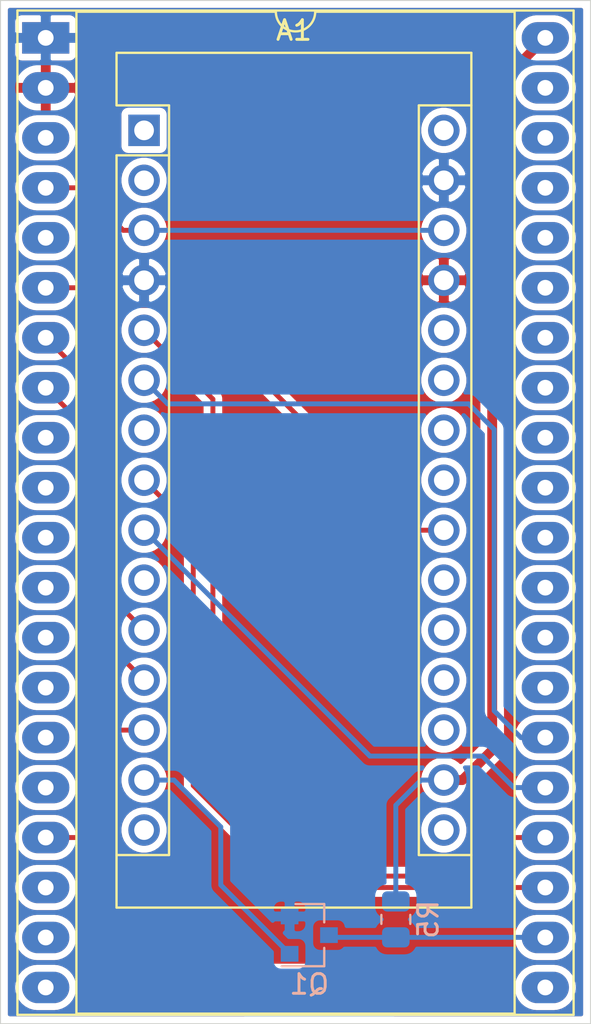
<source format=kicad_pcb>
(kicad_pcb (version 20171130) (host pcbnew 5.99.0+really5.1.12+dfsg1-1)

  (general
    (thickness 1.6)
    (drawings 6)
    (tracks 56)
    (zones 0)
    (modules 4)
    (nets 20)
  )

  (page A4)
  (layers
    (0 F.Cu signal)
    (31 B.Cu signal)
    (32 B.Adhes user)
    (33 F.Adhes user)
    (34 B.Paste user)
    (35 F.Paste user)
    (36 B.SilkS user)
    (37 F.SilkS user)
    (38 B.Mask user)
    (39 F.Mask user)
    (40 Dwgs.User user)
    (41 Cmts.User user)
    (42 Eco1.User user)
    (43 Eco2.User user)
    (44 Edge.Cuts user)
    (45 Margin user)
    (46 B.CrtYd user)
    (47 F.CrtYd user)
    (48 B.Fab user hide)
    (49 F.Fab user hide)
  )

  (setup
    (last_trace_width 0.25)
    (user_trace_width 0.5)
    (trace_clearance 0.2)
    (zone_clearance 0.35)
    (zone_45_only no)
    (trace_min 0.2)
    (via_size 0.8)
    (via_drill 0.4)
    (via_min_size 0.4)
    (via_min_drill 0.3)
    (uvia_size 0.3)
    (uvia_drill 0.1)
    (uvias_allowed no)
    (uvia_min_size 0.2)
    (uvia_min_drill 0.1)
    (edge_width 0.05)
    (segment_width 0.2)
    (pcb_text_width 0.3)
    (pcb_text_size 1.5 1.5)
    (mod_edge_width 0.12)
    (mod_text_size 1 1)
    (mod_text_width 0.15)
    (pad_size 1.524 1.524)
    (pad_drill 0.762)
    (pad_to_mask_clearance 0)
    (aux_axis_origin 0 0)
    (visible_elements FFFFFF7F)
    (pcbplotparams
      (layerselection 0x01000_ffffffff)
      (usegerberextensions false)
      (usegerberattributes true)
      (usegerberadvancedattributes true)
      (creategerberjobfile true)
      (excludeedgelayer true)
      (linewidth 0.100000)
      (plotframeref false)
      (viasonmask false)
      (mode 1)
      (useauxorigin false)
      (hpglpennumber 1)
      (hpglpenspeed 20)
      (hpglpendiameter 15.000000)
      (psnegative false)
      (psa4output false)
      (plotreference true)
      (plotvalue true)
      (plotinvisibletext false)
      (padsonsilk false)
      (subtractmaskfromsilk false)
      (outputformat 1)
      (mirror false)
      (drillshape 0)
      (scaleselection 1)
      (outputdirectory "plot"))
  )

  (net 0 "")
  (net 1 GND)
  (net 2 +5V)
  (net 3 +3V3)
  (net 4 /~RESET)
  (net 5 /Y_STEP)
  (net 6 /Y_HOME)
  (net 7 /X_HOME)
  (net 8 /STEPPER_ENABLE)
  (net 9 /EXHAUST_ENABLE)
  (net 10 /LASER_ON)
  (net 11 /LASER_PWM)
  (net 12 /X_DIR)
  (net 13 /X_STEP)
  (net 14 /Y_DIR)
  (net 15 /USB-)
  (net 16 /USB+)
  (net 17 "Net-(A1-Pad15)")
  (net 18 "Net-(A1-Pad14)")
  (net 19 /LASER_ENABLE_2)

  (net_class Default "This is the default net class."
    (clearance 0.2)
    (trace_width 0.25)
    (via_dia 0.8)
    (via_drill 0.4)
    (uvia_dia 0.3)
    (uvia_drill 0.1)
    (add_net +3V3)
    (add_net +5V)
    (add_net /EXHAUST_ENABLE)
    (add_net /LASER_ENABLE_2)
    (add_net /LASER_ON)
    (add_net /LASER_PWM)
    (add_net /STEPPER_ENABLE)
    (add_net /USB+)
    (add_net /USB-)
    (add_net /X_DIR)
    (add_net /X_HOME)
    (add_net /X_STEP)
    (add_net /Y_DIR)
    (add_net /Y_HOME)
    (add_net /Y_STEP)
    (add_net /~RESET)
    (add_net GND)
    (add_net "Net-(A1-Pad1)")
    (add_net "Net-(A1-Pad10)")
    (add_net "Net-(A1-Pad14)")
    (add_net "Net-(A1-Pad15)")
    (add_net "Net-(A1-Pad16)")
    (add_net "Net-(A1-Pad18)")
    (add_net "Net-(A1-Pad19)")
    (add_net "Net-(A1-Pad2)")
    (add_net "Net-(A1-Pad20)")
    (add_net "Net-(A1-Pad21)")
    (add_net "Net-(A1-Pad23)")
    (add_net "Net-(A1-Pad24)")
    (add_net "Net-(A1-Pad25)")
    (add_net "Net-(A1-Pad26)")
    (add_net "Net-(A1-Pad30)")
    (add_net "Net-(A1-Pad7)")
    (add_net "Net-(U1-Pad11)")
    (add_net "Net-(U1-Pad19)")
    (add_net "Net-(U1-Pad2)")
    (add_net "Net-(U1-Pad22)")
    (add_net "Net-(U1-Pad23)")
    (add_net "Net-(U1-Pad24)")
    (add_net "Net-(U1-Pad25)")
    (add_net "Net-(U1-Pad27)")
    (add_net "Net-(U1-Pad28)")
    (add_net "Net-(U2-Pad10)")
    (add_net "Net-(U2-Pad11)")
    (add_net "Net-(U2-Pad12)")
    (add_net "Net-(U2-Pad13)")
    (add_net "Net-(U2-Pad14)")
    (add_net "Net-(U2-Pad15)")
    (add_net "Net-(U2-Pad16)")
    (add_net "Net-(U2-Pad18)")
    (add_net "Net-(U2-Pad19)")
    (add_net "Net-(U2-Pad20)")
    (add_net "Net-(U2-Pad27)")
    (add_net "Net-(U2-Pad28)")
    (add_net "Net-(U2-Pad29)")
    (add_net "Net-(U2-Pad3)")
    (add_net "Net-(U2-Pad30)")
    (add_net "Net-(U2-Pad33)")
    (add_net "Net-(U2-Pad34)")
    (add_net "Net-(U2-Pad35)")
    (add_net "Net-(U2-Pad36)")
    (add_net "Net-(U2-Pad37)")
    (add_net "Net-(U2-Pad38)")
    (add_net "Net-(U2-Pad39)")
    (add_net "Net-(U2-Pad9)")
    (add_net "Net-(U4-Pad7)")
    (add_net "Net-(U4-Pad8)")
    (add_net "Net-(U5-Pad12)")
    (add_net "Net-(U5-Pad13)")
    (add_net "Net-(U5-Pad14)")
    (add_net "Net-(U5-Pad19)")
    (add_net "Net-(U5-Pad22)")
    (add_net "Net-(U5-Pad23)")
    (add_net "Net-(U5-Pad26)")
    (add_net "Net-(U5-Pad27)")
    (add_net "Net-(U5-Pad28)")
  )

  (module Resistor_SMD:R_0805_2012Metric (layer B.Cu) (tedit 5F68FEEE) (tstamp 61A7541E)
    (at 130.1 86.7 90)
    (descr "Resistor SMD 0805 (2012 Metric), square (rectangular) end terminal, IPC_7351 nominal, (Body size source: IPC-SM-782 page 72, https://www.pcb-3d.com/wordpress/wp-content/uploads/ipc-sm-782a_amendment_1_and_2.pdf), generated with kicad-footprint-generator")
    (tags resistor)
    (path /61A847C3)
    (attr smd)
    (fp_text reference R5 (at 0 1.65 270) (layer B.SilkS)
      (effects (font (size 1 1) (thickness 0.15)) (justify mirror))
    )
    (fp_text value 1k (at 0 -1.65 270) (layer B.Fab)
      (effects (font (size 1 1) (thickness 0.15)) (justify mirror))
    )
    (fp_text user %R (at 0 0 270) (layer B.Fab)
      (effects (font (size 0.5 0.5) (thickness 0.08)) (justify mirror))
    )
    (fp_line (start -1 -0.625) (end -1 0.625) (layer B.Fab) (width 0.1))
    (fp_line (start -1 0.625) (end 1 0.625) (layer B.Fab) (width 0.1))
    (fp_line (start 1 0.625) (end 1 -0.625) (layer B.Fab) (width 0.1))
    (fp_line (start 1 -0.625) (end -1 -0.625) (layer B.Fab) (width 0.1))
    (fp_line (start -0.227064 0.735) (end 0.227064 0.735) (layer B.SilkS) (width 0.12))
    (fp_line (start -0.227064 -0.735) (end 0.227064 -0.735) (layer B.SilkS) (width 0.12))
    (fp_line (start -1.68 -0.95) (end -1.68 0.95) (layer B.CrtYd) (width 0.05))
    (fp_line (start -1.68 0.95) (end 1.68 0.95) (layer B.CrtYd) (width 0.05))
    (fp_line (start 1.68 0.95) (end 1.68 -0.95) (layer B.CrtYd) (width 0.05))
    (fp_line (start 1.68 -0.95) (end -1.68 -0.95) (layer B.CrtYd) (width 0.05))
    (pad 2 smd roundrect (at 0.9125 0 90) (size 1.025 1.4) (layers B.Cu B.Paste B.Mask) (roundrect_rratio 0.243902)
      (net 3 +3V3))
    (pad 1 smd roundrect (at -0.9125 0 90) (size 1.025 1.4) (layers B.Cu B.Paste B.Mask) (roundrect_rratio 0.243902)
      (net 11 /LASER_PWM))
    (model ${KISYS3DMOD}/Resistor_SMD.3dshapes/R_0805_2012Metric.wrl
      (at (xyz 0 0 0))
      (scale (xyz 1 1 1))
      (rotate (xyz 0 0 0))
    )
  )

  (module Package_TO_SOT_SMD:SOT-23 (layer B.Cu) (tedit 5A02FF57) (tstamp 61A753C9)
    (at 125.7 87.5)
    (descr "SOT-23, Standard")
    (tags SOT-23)
    (path /61A7AFCE)
    (attr smd)
    (fp_text reference Q1 (at 0 2.5) (layer B.SilkS)
      (effects (font (size 1 1) (thickness 0.15)) (justify mirror))
    )
    (fp_text value 2N7002 (at 0 -2.5) (layer B.Fab)
      (effects (font (size 1 1) (thickness 0.15)) (justify mirror))
    )
    (fp_text user %R (at 0 0 -90) (layer B.Fab)
      (effects (font (size 0.5 0.5) (thickness 0.075)) (justify mirror))
    )
    (fp_line (start -0.7 0.95) (end -0.7 -1.5) (layer B.Fab) (width 0.1))
    (fp_line (start -0.15 1.52) (end 0.7 1.52) (layer B.Fab) (width 0.1))
    (fp_line (start -0.7 0.95) (end -0.15 1.52) (layer B.Fab) (width 0.1))
    (fp_line (start 0.7 1.52) (end 0.7 -1.52) (layer B.Fab) (width 0.1))
    (fp_line (start -0.7 -1.52) (end 0.7 -1.52) (layer B.Fab) (width 0.1))
    (fp_line (start 0.76 -1.58) (end 0.76 -0.65) (layer B.SilkS) (width 0.12))
    (fp_line (start 0.76 1.58) (end 0.76 0.65) (layer B.SilkS) (width 0.12))
    (fp_line (start -1.7 1.75) (end 1.7 1.75) (layer B.CrtYd) (width 0.05))
    (fp_line (start 1.7 1.75) (end 1.7 -1.75) (layer B.CrtYd) (width 0.05))
    (fp_line (start 1.7 -1.75) (end -1.7 -1.75) (layer B.CrtYd) (width 0.05))
    (fp_line (start -1.7 -1.75) (end -1.7 1.75) (layer B.CrtYd) (width 0.05))
    (fp_line (start 0.76 1.58) (end -1.4 1.58) (layer B.SilkS) (width 0.12))
    (fp_line (start 0.76 -1.58) (end -0.7 -1.58) (layer B.SilkS) (width 0.12))
    (pad 3 smd rect (at 1 0) (size 0.9 0.8) (layers B.Cu B.Paste B.Mask)
      (net 11 /LASER_PWM))
    (pad 2 smd rect (at -1 -0.95) (size 0.9 0.8) (layers B.Cu B.Paste B.Mask)
      (net 1 GND))
    (pad 1 smd rect (at -1 0.95) (size 0.9 0.8) (layers B.Cu B.Paste B.Mask)
      (net 18 "Net-(A1-Pad14)"))
    (model ${KISYS3DMOD}/Package_TO_SOT_SMD.3dshapes/SOT-23.wrl
      (at (xyz 0 0 0))
      (scale (xyz 1 1 1))
      (rotate (xyz 0 0 0))
    )
  )

  (module Module:Arduino_Nano (layer F.Cu) (tedit 58ACAF70) (tstamp 61A240C6)
    (at 117.3 46.6)
    (descr "Arduino Nano, http://www.mouser.com/pdfdocs/Gravitech_Arduino_Nano3_0.pdf")
    (tags "Arduino Nano")
    (path /61A22618)
    (fp_text reference A1 (at 7.62 -5.08) (layer F.SilkS)
      (effects (font (size 1 1) (thickness 0.15)))
    )
    (fp_text value Arduino_Nano_v3.x (at 8.89 19.05 90) (layer F.Fab)
      (effects (font (size 1 1) (thickness 0.15)))
    )
    (fp_line (start 1.27 1.27) (end 1.27 -1.27) (layer F.SilkS) (width 0.12))
    (fp_line (start 1.27 -1.27) (end -1.4 -1.27) (layer F.SilkS) (width 0.12))
    (fp_line (start -1.4 1.27) (end -1.4 39.5) (layer F.SilkS) (width 0.12))
    (fp_line (start -1.4 -3.94) (end -1.4 -1.27) (layer F.SilkS) (width 0.12))
    (fp_line (start 13.97 -1.27) (end 16.64 -1.27) (layer F.SilkS) (width 0.12))
    (fp_line (start 13.97 -1.27) (end 13.97 36.83) (layer F.SilkS) (width 0.12))
    (fp_line (start 13.97 36.83) (end 16.64 36.83) (layer F.SilkS) (width 0.12))
    (fp_line (start 1.27 1.27) (end -1.4 1.27) (layer F.SilkS) (width 0.12))
    (fp_line (start 1.27 1.27) (end 1.27 36.83) (layer F.SilkS) (width 0.12))
    (fp_line (start 1.27 36.83) (end -1.4 36.83) (layer F.SilkS) (width 0.12))
    (fp_line (start 3.81 31.75) (end 11.43 31.75) (layer F.Fab) (width 0.1))
    (fp_line (start 11.43 31.75) (end 11.43 41.91) (layer F.Fab) (width 0.1))
    (fp_line (start 11.43 41.91) (end 3.81 41.91) (layer F.Fab) (width 0.1))
    (fp_line (start 3.81 41.91) (end 3.81 31.75) (layer F.Fab) (width 0.1))
    (fp_line (start -1.4 39.5) (end 16.64 39.5) (layer F.SilkS) (width 0.12))
    (fp_line (start 16.64 39.5) (end 16.64 -3.94) (layer F.SilkS) (width 0.12))
    (fp_line (start 16.64 -3.94) (end -1.4 -3.94) (layer F.SilkS) (width 0.12))
    (fp_line (start 16.51 39.37) (end -1.27 39.37) (layer F.Fab) (width 0.1))
    (fp_line (start -1.27 39.37) (end -1.27 -2.54) (layer F.Fab) (width 0.1))
    (fp_line (start -1.27 -2.54) (end 0 -3.81) (layer F.Fab) (width 0.1))
    (fp_line (start 0 -3.81) (end 16.51 -3.81) (layer F.Fab) (width 0.1))
    (fp_line (start 16.51 -3.81) (end 16.51 39.37) (layer F.Fab) (width 0.1))
    (fp_line (start -1.53 -4.06) (end 16.75 -4.06) (layer F.CrtYd) (width 0.05))
    (fp_line (start -1.53 -4.06) (end -1.53 42.16) (layer F.CrtYd) (width 0.05))
    (fp_line (start 16.75 42.16) (end 16.75 -4.06) (layer F.CrtYd) (width 0.05))
    (fp_line (start 16.75 42.16) (end -1.53 42.16) (layer F.CrtYd) (width 0.05))
    (fp_text user %R (at 6.35 19.05 90) (layer F.Fab)
      (effects (font (size 1 1) (thickness 0.15)))
    )
    (pad 16 thru_hole oval (at 15.24 35.56) (size 1.6 1.6) (drill 1) (layers *.Cu *.Mask))
    (pad 15 thru_hole oval (at 0 35.56) (size 1.6 1.6) (drill 1) (layers *.Cu *.Mask)
      (net 17 "Net-(A1-Pad15)"))
    (pad 30 thru_hole oval (at 15.24 0) (size 1.6 1.6) (drill 1) (layers *.Cu *.Mask))
    (pad 14 thru_hole oval (at 0 33.02) (size 1.6 1.6) (drill 1) (layers *.Cu *.Mask)
      (net 18 "Net-(A1-Pad14)"))
    (pad 29 thru_hole oval (at 15.24 2.54) (size 1.6 1.6) (drill 1) (layers *.Cu *.Mask)
      (net 1 GND))
    (pad 13 thru_hole oval (at 0 30.48) (size 1.6 1.6) (drill 1) (layers *.Cu *.Mask)
      (net 6 /Y_HOME))
    (pad 28 thru_hole oval (at 15.24 5.08) (size 1.6 1.6) (drill 1) (layers *.Cu *.Mask)
      (net 4 /~RESET))
    (pad 12 thru_hole oval (at 0 27.94) (size 1.6 1.6) (drill 1) (layers *.Cu *.Mask)
      (net 7 /X_HOME))
    (pad 27 thru_hole oval (at 15.24 7.62) (size 1.6 1.6) (drill 1) (layers *.Cu *.Mask)
      (net 2 +5V))
    (pad 11 thru_hole oval (at 0 25.4) (size 1.6 1.6) (drill 1) (layers *.Cu *.Mask)
      (net 8 /STEPPER_ENABLE))
    (pad 26 thru_hole oval (at 15.24 10.16) (size 1.6 1.6) (drill 1) (layers *.Cu *.Mask))
    (pad 10 thru_hole oval (at 0 22.86) (size 1.6 1.6) (drill 1) (layers *.Cu *.Mask))
    (pad 25 thru_hole oval (at 15.24 12.7) (size 1.6 1.6) (drill 1) (layers *.Cu *.Mask))
    (pad 9 thru_hole oval (at 0 20.32) (size 1.6 1.6) (drill 1) (layers *.Cu *.Mask)
      (net 14 /Y_DIR))
    (pad 24 thru_hole oval (at 15.24 15.24) (size 1.6 1.6) (drill 1) (layers *.Cu *.Mask))
    (pad 8 thru_hole oval (at 0 17.78) (size 1.6 1.6) (drill 1) (layers *.Cu *.Mask)
      (net 12 /X_DIR))
    (pad 23 thru_hole oval (at 15.24 17.78) (size 1.6 1.6) (drill 1) (layers *.Cu *.Mask))
    (pad 7 thru_hole oval (at 0 15.24) (size 1.6 1.6) (drill 1) (layers *.Cu *.Mask))
    (pad 22 thru_hole oval (at 15.24 20.32) (size 1.6 1.6) (drill 1) (layers *.Cu *.Mask)
      (net 9 /EXHAUST_ENABLE))
    (pad 6 thru_hole oval (at 0 12.7) (size 1.6 1.6) (drill 1) (layers *.Cu *.Mask)
      (net 5 /Y_STEP))
    (pad 21 thru_hole oval (at 15.24 22.86) (size 1.6 1.6) (drill 1) (layers *.Cu *.Mask))
    (pad 5 thru_hole oval (at 0 10.16) (size 1.6 1.6) (drill 1) (layers *.Cu *.Mask)
      (net 13 /X_STEP))
    (pad 20 thru_hole oval (at 15.24 25.4) (size 1.6 1.6) (drill 1) (layers *.Cu *.Mask))
    (pad 4 thru_hole oval (at 0 7.62) (size 1.6 1.6) (drill 1) (layers *.Cu *.Mask)
      (net 1 GND))
    (pad 19 thru_hole oval (at 15.24 27.94) (size 1.6 1.6) (drill 1) (layers *.Cu *.Mask))
    (pad 3 thru_hole oval (at 0 5.08) (size 1.6 1.6) (drill 1) (layers *.Cu *.Mask)
      (net 4 /~RESET))
    (pad 18 thru_hole oval (at 15.24 30.48) (size 1.6 1.6) (drill 1) (layers *.Cu *.Mask))
    (pad 2 thru_hole oval (at 0 2.54) (size 1.6 1.6) (drill 1) (layers *.Cu *.Mask))
    (pad 17 thru_hole oval (at 15.24 33.02) (size 1.6 1.6) (drill 1) (layers *.Cu *.Mask)
      (net 3 +3V3))
    (pad 1 thru_hole rect (at 0 0) (size 1.6 1.6) (drill 1) (layers *.Cu *.Mask))
    (model ${KISYS3DMOD}/Module.3dshapes/Arduino_Nano_WithMountingHoles.wrl
      (at (xyz 0 0 0))
      (scale (xyz 1 1 1))
      (rotate (xyz 0 0 0))
    )
  )

  (module Package_DIP:DIP-40_W25.4mm_Socket_LongPads locked (layer F.Cu) (tedit 5A02E8C5) (tstamp 61986792)
    (at 112.3 41.9)
    (descr "40-lead though-hole mounted DIP package, row spacing 25.4 mm (1000 mils), Socket, LongPads")
    (tags "THT DIP DIL PDIP 2.54mm 25.4mm 1000mil Socket LongPads")
    (path /6196FB00)
    (fp_text reference U2 (at 12.7 -2.33) (layer F.SilkS) hide
      (effects (font (size 1 1) (thickness 0.15)))
    )
    (fp_text value mbedLPC1768 (at 12.7 50.59) (layer F.Fab)
      (effects (font (size 1 1) (thickness 0.15)))
    )
    (fp_line (start 26.95 -1.6) (end -1.55 -1.6) (layer F.CrtYd) (width 0.05))
    (fp_line (start 26.95 49.85) (end 26.95 -1.6) (layer F.CrtYd) (width 0.05))
    (fp_line (start -1.55 49.85) (end 26.95 49.85) (layer F.CrtYd) (width 0.05))
    (fp_line (start -1.55 -1.6) (end -1.55 49.85) (layer F.CrtYd) (width 0.05))
    (fp_line (start 26.84 -1.39) (end -1.44 -1.39) (layer F.SilkS) (width 0.12))
    (fp_line (start 26.84 49.65) (end 26.84 -1.39) (layer F.SilkS) (width 0.12))
    (fp_line (start -1.44 49.65) (end 26.84 49.65) (layer F.SilkS) (width 0.12))
    (fp_line (start -1.44 -1.39) (end -1.44 49.65) (layer F.SilkS) (width 0.12))
    (fp_line (start 23.84 -1.33) (end 13.7 -1.33) (layer F.SilkS) (width 0.12))
    (fp_line (start 23.84 49.59) (end 23.84 -1.33) (layer F.SilkS) (width 0.12))
    (fp_line (start 1.56 49.59) (end 23.84 49.59) (layer F.SilkS) (width 0.12))
    (fp_line (start 1.56 -1.33) (end 1.56 49.59) (layer F.SilkS) (width 0.12))
    (fp_line (start 11.7 -1.33) (end 1.56 -1.33) (layer F.SilkS) (width 0.12))
    (fp_line (start 26.67 -1.33) (end -1.27 -1.33) (layer F.Fab) (width 0.1))
    (fp_line (start 26.67 49.59) (end 26.67 -1.33) (layer F.Fab) (width 0.1))
    (fp_line (start -1.27 49.59) (end 26.67 49.59) (layer F.Fab) (width 0.1))
    (fp_line (start -1.27 -1.33) (end -1.27 49.59) (layer F.Fab) (width 0.1))
    (fp_line (start 0.255 -0.27) (end 1.255 -1.27) (layer F.Fab) (width 0.1))
    (fp_line (start 0.255 49.53) (end 0.255 -0.27) (layer F.Fab) (width 0.1))
    (fp_line (start 25.145 49.53) (end 0.255 49.53) (layer F.Fab) (width 0.1))
    (fp_line (start 25.145 -1.27) (end 25.145 49.53) (layer F.Fab) (width 0.1))
    (fp_line (start 1.255 -1.27) (end 25.145 -1.27) (layer F.Fab) (width 0.1))
    (fp_text user %R (at 12.7 24.13) (layer F.Fab)
      (effects (font (size 1 1) (thickness 0.15)))
    )
    (fp_arc (start 12.7 -1.33) (end 11.7 -1.33) (angle -180) (layer F.SilkS) (width 0.12))
    (pad 40 thru_hole oval (at 25.4 0) (size 2.4 1.6) (drill 0.8) (layers *.Cu *.Mask)
      (net 3 +3V3))
    (pad 20 thru_hole oval (at 0 48.26) (size 2.4 1.6) (drill 0.8) (layers *.Cu *.Mask))
    (pad 39 thru_hole oval (at 25.4 2.54) (size 2.4 1.6) (drill 0.8) (layers *.Cu *.Mask))
    (pad 19 thru_hole oval (at 0 45.72) (size 2.4 1.6) (drill 0.8) (layers *.Cu *.Mask))
    (pad 38 thru_hole oval (at 25.4 5.08) (size 2.4 1.6) (drill 0.8) (layers *.Cu *.Mask))
    (pad 18 thru_hole oval (at 0 43.18) (size 2.4 1.6) (drill 0.8) (layers *.Cu *.Mask))
    (pad 37 thru_hole oval (at 25.4 7.62) (size 2.4 1.6) (drill 0.8) (layers *.Cu *.Mask))
    (pad 17 thru_hole oval (at 0 40.64) (size 2.4 1.6) (drill 0.8) (layers *.Cu *.Mask)
      (net 6 /Y_HOME))
    (pad 36 thru_hole oval (at 25.4 10.16) (size 2.4 1.6) (drill 0.8) (layers *.Cu *.Mask))
    (pad 16 thru_hole oval (at 0 38.1) (size 2.4 1.6) (drill 0.8) (layers *.Cu *.Mask))
    (pad 35 thru_hole oval (at 25.4 12.7) (size 2.4 1.6) (drill 0.8) (layers *.Cu *.Mask))
    (pad 15 thru_hole oval (at 0 35.56) (size 2.4 1.6) (drill 0.8) (layers *.Cu *.Mask))
    (pad 34 thru_hole oval (at 25.4 15.24) (size 2.4 1.6) (drill 0.8) (layers *.Cu *.Mask))
    (pad 14 thru_hole oval (at 0 33.02) (size 2.4 1.6) (drill 0.8) (layers *.Cu *.Mask))
    (pad 33 thru_hole oval (at 25.4 17.78) (size 2.4 1.6) (drill 0.8) (layers *.Cu *.Mask))
    (pad 13 thru_hole oval (at 0 30.48) (size 2.4 1.6) (drill 0.8) (layers *.Cu *.Mask))
    (pad 32 thru_hole oval (at 25.4 20.32) (size 2.4 1.6) (drill 0.8) (layers *.Cu *.Mask)
      (net 15 /USB-))
    (pad 12 thru_hole oval (at 0 27.94) (size 2.4 1.6) (drill 0.8) (layers *.Cu *.Mask))
    (pad 31 thru_hole oval (at 25.4 22.86) (size 2.4 1.6) (drill 0.8) (layers *.Cu *.Mask)
      (net 16 /USB+))
    (pad 11 thru_hole oval (at 0 25.4) (size 2.4 1.6) (drill 0.8) (layers *.Cu *.Mask))
    (pad 30 thru_hole oval (at 25.4 25.4) (size 2.4 1.6) (drill 0.8) (layers *.Cu *.Mask))
    (pad 10 thru_hole oval (at 0 22.86) (size 2.4 1.6) (drill 0.8) (layers *.Cu *.Mask))
    (pad 29 thru_hole oval (at 25.4 27.94) (size 2.4 1.6) (drill 0.8) (layers *.Cu *.Mask))
    (pad 9 thru_hole oval (at 0 20.32) (size 2.4 1.6) (drill 0.8) (layers *.Cu *.Mask))
    (pad 28 thru_hole oval (at 25.4 30.48) (size 2.4 1.6) (drill 0.8) (layers *.Cu *.Mask))
    (pad 8 thru_hole oval (at 0 17.78) (size 2.4 1.6) (drill 0.8) (layers *.Cu *.Mask)
      (net 7 /X_HOME))
    (pad 27 thru_hole oval (at 25.4 33.02) (size 2.4 1.6) (drill 0.8) (layers *.Cu *.Mask))
    (pad 7 thru_hole oval (at 0 15.24) (size 2.4 1.6) (drill 0.8) (layers *.Cu *.Mask)
      (net 8 /STEPPER_ENABLE))
    (pad 26 thru_hole oval (at 25.4 35.56) (size 2.4 1.6) (drill 0.8) (layers *.Cu *.Mask)
      (net 5 /Y_STEP))
    (pad 6 thru_hole oval (at 0 12.7) (size 2.4 1.6) (drill 0.8) (layers *.Cu *.Mask)
      (net 9 /EXHAUST_ENABLE))
    (pad 25 thru_hole oval (at 25.4 38.1) (size 2.4 1.6) (drill 0.8) (layers *.Cu *.Mask)
      (net 14 /Y_DIR))
    (pad 5 thru_hole oval (at 0 10.16) (size 2.4 1.6) (drill 0.8) (layers *.Cu *.Mask)
      (net 10 /LASER_ON))
    (pad 24 thru_hole oval (at 25.4 40.64) (size 2.4 1.6) (drill 0.8) (layers *.Cu *.Mask)
      (net 13 /X_STEP))
    (pad 4 thru_hole oval (at 0 7.62) (size 2.4 1.6) (drill 0.8) (layers *.Cu *.Mask)
      (net 4 /~RESET))
    (pad 23 thru_hole oval (at 25.4 43.18) (size 2.4 1.6) (drill 0.8) (layers *.Cu *.Mask)
      (net 12 /X_DIR))
    (pad 3 thru_hole oval (at 0 5.08) (size 2.4 1.6) (drill 0.8) (layers *.Cu *.Mask))
    (pad 22 thru_hole oval (at 25.4 45.72) (size 2.4 1.6) (drill 0.8) (layers *.Cu *.Mask)
      (net 11 /LASER_PWM))
    (pad 2 thru_hole oval (at 0 2.54) (size 2.4 1.6) (drill 0.8) (layers *.Cu *.Mask)
      (net 2 +5V))
    (pad 21 thru_hole oval (at 25.4 48.26) (size 2.4 1.6) (drill 0.8) (layers *.Cu *.Mask)
      (net 19 /LASER_ENABLE_2))
    (pad 1 thru_hole rect (at 0 0) (size 2.4 1.6) (drill 0.8) (layers *.Cu *.Mask)
      (net 1 GND))
  )

  (gr_text 1 (at 115.9 42.1) (layer F.Cu) (tstamp 61A249F3)
    (effects (font (size 1.3 1.3) (thickness 0.25)))
  )
  (gr_text "USB ↓" (at 126.2 90.3) (layer F.Cu)
    (effects (font (size 1.3 1.3) (thickness 0.25)))
  )
  (gr_line (start 110 92) (end 110 40) (layer Edge.Cuts) (width 0.05) (tstamp 6198694F))
  (gr_line (start 140 92) (end 110 92) (layer Edge.Cuts) (width 0.05))
  (gr_line (start 140 40) (end 140 92) (layer Edge.Cuts) (width 0.05))
  (gr_line (start 110 40) (end 140 40) (layer Edge.Cuts) (width 0.05))

  (segment (start 130.1 85.7875) (end 130.1 82.06) (width 0.25) (layer B.Cu) (net 3))
  (segment (start 135 44.6) (end 137.7 41.9) (width 0.5) (layer F.Cu) (net 3))
  (segment (start 135 78.1) (end 135 44.6) (width 0.5) (layer F.Cu) (net 3))
  (segment (start 133.48 79.62) (end 135 78.1) (width 0.5) (layer F.Cu) (net 3))
  (segment (start 132.54 79.62) (end 133.48 79.62) (width 0.5) (layer F.Cu) (net 3))
  (segment (start 132.54 79.62) (end 131.38 79.62) (width 0.25) (layer B.Cu) (net 3))
  (segment (start 130.1 80.9) (end 130.1 82.06) (width 0.25) (layer B.Cu) (net 3))
  (segment (start 131.38 79.62) (end 130.1 80.9) (width 0.25) (layer B.Cu) (net 3))
  (segment (start 116.24 51.68) (end 114.08 49.52) (width 0.25) (layer F.Cu) (net 4))
  (segment (start 117.3 51.68) (end 116.24 51.68) (width 0.25) (layer F.Cu) (net 4))
  (segment (start 112.3 49.52) (end 114.08 49.52) (width 0.25) (layer F.Cu) (net 4))
  (segment (start 132.54 51.68) (end 117.3 51.68) (width 0.25) (layer B.Cu) (net 4))
  (segment (start 137.7 77.46) (end 136.46 77.46) (width 0.25) (layer B.Cu) (net 5))
  (segment (start 136.46 77.46) (end 135.1 76.1) (width 0.25) (layer B.Cu) (net 5))
  (segment (start 135.1 76.1) (end 135.1 61.8) (width 0.25) (layer B.Cu) (net 5))
  (segment (start 135.1 61.8) (end 133.8 60.5) (width 0.25) (layer B.Cu) (net 5))
  (segment (start 118.5 60.5) (end 117.3 59.3) (width 0.25) (layer B.Cu) (net 5))
  (segment (start 133.8 60.5) (end 118.5 60.5) (width 0.25) (layer B.Cu) (net 5))
  (segment (start 115.1 81.4) (end 113.96 82.54) (width 0.25) (layer F.Cu) (net 6))
  (segment (start 113.96 82.54) (end 112.3 82.54) (width 0.25) (layer F.Cu) (net 6))
  (segment (start 115.1 77.9) (end 115.1 81.4) (width 0.25) (layer F.Cu) (net 6))
  (segment (start 115.92 77.08) (end 115.1 77.9) (width 0.25) (layer F.Cu) (net 6))
  (segment (start 117.3 77.08) (end 115.92 77.08) (width 0.25) (layer F.Cu) (net 6))
  (segment (start 117.3 74.54) (end 115.1 72.34) (width 0.25) (layer F.Cu) (net 7))
  (segment (start 115.1 62.48) (end 112.3 59.68) (width 0.25) (layer F.Cu) (net 7))
  (segment (start 115.1 72.34) (end 115.1 62.48) (width 0.25) (layer F.Cu) (net 7))
  (segment (start 117.3 72) (end 115.9 70.6) (width 0.25) (layer F.Cu) (net 8))
  (segment (start 115.9 60.74) (end 112.3 57.14) (width 0.25) (layer F.Cu) (net 8))
  (segment (start 115.9 70.6) (end 115.9 60.74) (width 0.25) (layer F.Cu) (net 8))
  (segment (start 112.3 54.6) (end 114.8 54.6) (width 0.25) (layer F.Cu) (net 9))
  (segment (start 114.8 54.6) (end 115.7 55.5) (width 0.25) (layer F.Cu) (net 9))
  (segment (start 130.92 66.92) (end 119.5 55.5) (width 0.25) (layer F.Cu) (net 9))
  (segment (start 132.54 66.92) (end 130.92 66.92) (width 0.25) (layer F.Cu) (net 9))
  (segment (start 115.7 55.5) (end 119.5 55.5) (width 0.25) (layer F.Cu) (net 9))
  (segment (start 127.0125 87.6125) (end 126.7 87.3) (width 0.25) (layer B.Cu) (net 11))
  (segment (start 130.1 87.6125) (end 127.0125 87.6125) (width 0.25) (layer B.Cu) (net 11))
  (segment (start 137.6925 87.6125) (end 137.7 87.62) (width 0.25) (layer B.Cu) (net 11))
  (segment (start 130.1 87.6125) (end 137.6925 87.6125) (width 0.25) (layer B.Cu) (net 11))
  (segment (start 137.7 85.08) (end 124.98 85.08) (width 0.25) (layer F.Cu) (net 12))
  (segment (start 124.98 85.08) (end 119.8 79.9) (width 0.25) (layer F.Cu) (net 12))
  (segment (start 119.8 66.88) (end 117.3 64.38) (width 0.25) (layer F.Cu) (net 12))
  (segment (start 119.8 79.9) (end 119.8 66.88) (width 0.25) (layer F.Cu) (net 12))
  (segment (start 120.8 60.26) (end 117.3 56.76) (width 0.25) (layer F.Cu) (net 13))
  (segment (start 120.8 79.8) (end 120.8 60.26) (width 0.25) (layer F.Cu) (net 13))
  (segment (start 125.5 84.5) (end 120.8 79.8) (width 0.25) (layer F.Cu) (net 13))
  (segment (start 134 84.5) (end 125.5 84.5) (width 0.25) (layer F.Cu) (net 13))
  (segment (start 135.96 82.54) (end 134 84.5) (width 0.25) (layer F.Cu) (net 13))
  (segment (start 137.7 82.54) (end 135.96 82.54) (width 0.25) (layer F.Cu) (net 13))
  (segment (start 137.7 80) (end 136.1 80) (width 0.25) (layer B.Cu) (net 14))
  (segment (start 136.1 80) (end 134.5 78.4) (width 0.25) (layer B.Cu) (net 14))
  (segment (start 128.78 78.4) (end 117.3 66.92) (width 0.25) (layer B.Cu) (net 14))
  (segment (start 134.5 78.4) (end 128.78 78.4) (width 0.25) (layer B.Cu) (net 14))
  (segment (start 118.82 79.62) (end 117.3 79.62) (width 0.25) (layer B.Cu) (net 18))
  (segment (start 121.2 84.95) (end 121.2 82) (width 0.25) (layer B.Cu) (net 18))
  (segment (start 121.2 82) (end 118.82 79.62) (width 0.25) (layer B.Cu) (net 18))
  (segment (start 124.7 88.45) (end 121.2 84.95) (width 0.25) (layer B.Cu) (net 18))

  (zone (net 2) (net_name +5V) (layer F.Cu) (tstamp 61A24CC9) (hatch edge 0.508)
    (connect_pads (clearance 0.35))
    (min_thickness 0.2)
    (fill yes (arc_segments 32) (thermal_gap 0.35) (thermal_bridge_width 0.5) (smoothing chamfer))
    (polygon
      (pts
        (xy 140 92) (xy 110 92) (xy 110 40) (xy 140 40)
      )
    )
    (filled_polygon
      (pts
        (xy 139.525001 91.525) (xy 130.025 91.525) (xy 130.025 90.16) (xy 136.043952 90.16) (xy 136.068087 90.405043)
        (xy 136.139563 90.640669) (xy 136.255634 90.857823) (xy 136.41184 91.04816) (xy 136.602177 91.204366) (xy 136.819331 91.320437)
        (xy 137.054957 91.391913) (xy 137.238595 91.41) (xy 138.161405 91.41) (xy 138.345043 91.391913) (xy 138.580669 91.320437)
        (xy 138.797823 91.204366) (xy 138.98816 91.04816) (xy 139.144366 90.857823) (xy 139.260437 90.640669) (xy 139.331913 90.405043)
        (xy 139.356048 90.16) (xy 139.331913 89.914957) (xy 139.260437 89.679331) (xy 139.144366 89.462177) (xy 138.98816 89.27184)
        (xy 138.797823 89.115634) (xy 138.580669 88.999563) (xy 138.345043 88.928087) (xy 138.161405 88.91) (xy 137.238595 88.91)
        (xy 137.054957 88.928087) (xy 136.819331 88.999563) (xy 136.602177 89.115634) (xy 136.41184 89.27184) (xy 136.255634 89.462177)
        (xy 136.139563 89.679331) (xy 136.068087 89.914957) (xy 136.043952 90.16) (xy 130.025 90.16) (xy 130.025 88.8515)
        (xy 122.375 88.8515) (xy 122.375 91.525) (xy 110.475 91.525) (xy 110.475 90.16) (xy 110.643952 90.16)
        (xy 110.668087 90.405043) (xy 110.739563 90.640669) (xy 110.855634 90.857823) (xy 111.01184 91.04816) (xy 111.202177 91.204366)
        (xy 111.419331 91.320437) (xy 111.654957 91.391913) (xy 111.838595 91.41) (xy 112.761405 91.41) (xy 112.945043 91.391913)
        (xy 113.180669 91.320437) (xy 113.397823 91.204366) (xy 113.58816 91.04816) (xy 113.744366 90.857823) (xy 113.860437 90.640669)
        (xy 113.931913 90.405043) (xy 113.956048 90.16) (xy 113.931913 89.914957) (xy 113.860437 89.679331) (xy 113.744366 89.462177)
        (xy 113.58816 89.27184) (xy 113.397823 89.115634) (xy 113.180669 88.999563) (xy 112.945043 88.928087) (xy 112.761405 88.91)
        (xy 111.838595 88.91) (xy 111.654957 88.928087) (xy 111.419331 88.999563) (xy 111.202177 89.115634) (xy 111.01184 89.27184)
        (xy 110.855634 89.462177) (xy 110.739563 89.679331) (xy 110.668087 89.914957) (xy 110.643952 90.16) (xy 110.475 90.16)
        (xy 110.475 87.62) (xy 110.643952 87.62) (xy 110.668087 87.865043) (xy 110.739563 88.100669) (xy 110.855634 88.317823)
        (xy 111.01184 88.50816) (xy 111.202177 88.664366) (xy 111.419331 88.780437) (xy 111.654957 88.851913) (xy 111.838595 88.87)
        (xy 112.761405 88.87) (xy 112.945043 88.851913) (xy 113.180669 88.780437) (xy 113.397823 88.664366) (xy 113.58816 88.50816)
        (xy 113.744366 88.317823) (xy 113.860437 88.100669) (xy 113.931913 87.865043) (xy 113.956048 87.62) (xy 136.043952 87.62)
        (xy 136.068087 87.865043) (xy 136.139563 88.100669) (xy 136.255634 88.317823) (xy 136.41184 88.50816) (xy 136.602177 88.664366)
        (xy 136.819331 88.780437) (xy 137.054957 88.851913) (xy 137.238595 88.87) (xy 138.161405 88.87) (xy 138.345043 88.851913)
        (xy 138.580669 88.780437) (xy 138.797823 88.664366) (xy 138.98816 88.50816) (xy 139.144366 88.317823) (xy 139.260437 88.100669)
        (xy 139.331913 87.865043) (xy 139.356048 87.62) (xy 139.331913 87.374957) (xy 139.260437 87.139331) (xy 139.144366 86.922177)
        (xy 138.98816 86.73184) (xy 138.797823 86.575634) (xy 138.580669 86.459563) (xy 138.345043 86.388087) (xy 138.161405 86.37)
        (xy 137.238595 86.37) (xy 137.054957 86.388087) (xy 136.819331 86.459563) (xy 136.602177 86.575634) (xy 136.41184 86.73184)
        (xy 136.255634 86.922177) (xy 136.139563 87.139331) (xy 136.068087 87.374957) (xy 136.043952 87.62) (xy 113.956048 87.62)
        (xy 113.931913 87.374957) (xy 113.860437 87.139331) (xy 113.744366 86.922177) (xy 113.58816 86.73184) (xy 113.397823 86.575634)
        (xy 113.180669 86.459563) (xy 112.945043 86.388087) (xy 112.761405 86.37) (xy 111.838595 86.37) (xy 111.654957 86.388087)
        (xy 111.419331 86.459563) (xy 111.202177 86.575634) (xy 111.01184 86.73184) (xy 110.855634 86.922177) (xy 110.739563 87.139331)
        (xy 110.668087 87.374957) (xy 110.643952 87.62) (xy 110.475 87.62) (xy 110.475 85.08) (xy 110.643952 85.08)
        (xy 110.668087 85.325043) (xy 110.739563 85.560669) (xy 110.855634 85.777823) (xy 111.01184 85.96816) (xy 111.202177 86.124366)
        (xy 111.419331 86.240437) (xy 111.654957 86.311913) (xy 111.838595 86.33) (xy 112.761405 86.33) (xy 112.945043 86.311913)
        (xy 113.180669 86.240437) (xy 113.397823 86.124366) (xy 113.58816 85.96816) (xy 113.744366 85.777823) (xy 113.860437 85.560669)
        (xy 113.931913 85.325043) (xy 113.956048 85.08) (xy 113.931913 84.834957) (xy 113.860437 84.599331) (xy 113.744366 84.382177)
        (xy 113.58816 84.19184) (xy 113.397823 84.035634) (xy 113.180669 83.919563) (xy 112.945043 83.848087) (xy 112.761405 83.83)
        (xy 111.838595 83.83) (xy 111.654957 83.848087) (xy 111.419331 83.919563) (xy 111.202177 84.035634) (xy 111.01184 84.19184)
        (xy 110.855634 84.382177) (xy 110.739563 84.599331) (xy 110.668087 84.834957) (xy 110.643952 85.08) (xy 110.475 85.08)
        (xy 110.475 82.54) (xy 110.643952 82.54) (xy 110.668087 82.785043) (xy 110.739563 83.020669) (xy 110.855634 83.237823)
        (xy 111.01184 83.42816) (xy 111.202177 83.584366) (xy 111.419331 83.700437) (xy 111.654957 83.771913) (xy 111.838595 83.79)
        (xy 112.761405 83.79) (xy 112.945043 83.771913) (xy 113.180669 83.700437) (xy 113.397823 83.584366) (xy 113.58816 83.42816)
        (xy 113.744366 83.237823) (xy 113.810016 83.115) (xy 113.931757 83.115) (xy 113.96 83.117782) (xy 113.988243 83.115)
        (xy 113.988246 83.115) (xy 114.07272 83.10668) (xy 114.181108 83.073801) (xy 114.280998 83.020408) (xy 114.368554 82.948554)
        (xy 114.386565 82.926607) (xy 115.276286 82.036886) (xy 116.05 82.036886) (xy 116.05 82.283114) (xy 116.098037 82.524611)
        (xy 116.192265 82.752097) (xy 116.329062 82.956828) (xy 116.503172 83.130938) (xy 116.707903 83.267735) (xy 116.935389 83.361963)
        (xy 117.176886 83.41) (xy 117.423114 83.41) (xy 117.664611 83.361963) (xy 117.892097 83.267735) (xy 118.096828 83.130938)
        (xy 118.270938 82.956828) (xy 118.407735 82.752097) (xy 118.501963 82.524611) (xy 118.55 82.283114) (xy 118.55 82.036886)
        (xy 118.501963 81.795389) (xy 118.407735 81.567903) (xy 118.270938 81.363172) (xy 118.096828 81.189062) (xy 117.892097 81.052265)
        (xy 117.664611 80.958037) (xy 117.423114 80.91) (xy 117.176886 80.91) (xy 116.935389 80.958037) (xy 116.707903 81.052265)
        (xy 116.503172 81.189062) (xy 116.329062 81.363172) (xy 116.192265 81.567903) (xy 116.098037 81.795389) (xy 116.05 82.036886)
        (xy 115.276286 82.036886) (xy 115.486612 81.826561) (xy 115.508554 81.808554) (xy 115.542782 81.766847) (xy 115.580408 81.720999)
        (xy 115.617374 81.65184) (xy 115.633801 81.621108) (xy 115.66668 81.51272) (xy 115.675 81.428246) (xy 115.675 81.428244)
        (xy 115.677782 81.400001) (xy 115.675 81.371758) (xy 115.675 79.496886) (xy 116.05 79.496886) (xy 116.05 79.743114)
        (xy 116.098037 79.984611) (xy 116.192265 80.212097) (xy 116.329062 80.416828) (xy 116.503172 80.590938) (xy 116.707903 80.727735)
        (xy 116.935389 80.821963) (xy 117.176886 80.87) (xy 117.423114 80.87) (xy 117.664611 80.821963) (xy 117.892097 80.727735)
        (xy 118.096828 80.590938) (xy 118.270938 80.416828) (xy 118.407735 80.212097) (xy 118.501963 79.984611) (xy 118.55 79.743114)
        (xy 118.55 79.496886) (xy 118.501963 79.255389) (xy 118.407735 79.027903) (xy 118.270938 78.823172) (xy 118.096828 78.649062)
        (xy 117.892097 78.512265) (xy 117.664611 78.418037) (xy 117.423114 78.37) (xy 117.176886 78.37) (xy 116.935389 78.418037)
        (xy 116.707903 78.512265) (xy 116.503172 78.649062) (xy 116.329062 78.823172) (xy 116.192265 79.027903) (xy 116.098037 79.255389)
        (xy 116.05 79.496886) (xy 115.675 79.496886) (xy 115.675 78.138172) (xy 116.158173 77.655) (xy 116.185183 77.655)
        (xy 116.192265 77.672097) (xy 116.329062 77.876828) (xy 116.503172 78.050938) (xy 116.707903 78.187735) (xy 116.935389 78.281963)
        (xy 117.176886 78.33) (xy 117.423114 78.33) (xy 117.664611 78.281963) (xy 117.892097 78.187735) (xy 118.096828 78.050938)
        (xy 118.270938 77.876828) (xy 118.407735 77.672097) (xy 118.501963 77.444611) (xy 118.55 77.203114) (xy 118.55 76.956886)
        (xy 118.501963 76.715389) (xy 118.407735 76.487903) (xy 118.270938 76.283172) (xy 118.096828 76.109062) (xy 117.892097 75.972265)
        (xy 117.664611 75.878037) (xy 117.423114 75.83) (xy 117.176886 75.83) (xy 116.935389 75.878037) (xy 116.707903 75.972265)
        (xy 116.503172 76.109062) (xy 116.329062 76.283172) (xy 116.192265 76.487903) (xy 116.185183 76.505) (xy 115.948242 76.505)
        (xy 115.919999 76.502218) (xy 115.891756 76.505) (xy 115.891754 76.505) (xy 115.80728 76.51332) (xy 115.698892 76.546199)
        (xy 115.599001 76.599592) (xy 115.553153 76.637218) (xy 115.511446 76.671446) (xy 115.493439 76.693388) (xy 114.713393 77.473435)
        (xy 114.691446 77.491446) (xy 114.644287 77.548911) (xy 114.619592 77.579002) (xy 114.583417 77.64668) (xy 114.566199 77.678893)
        (xy 114.53332 77.787281) (xy 114.525 77.871754) (xy 114.522218 77.9) (xy 114.525 77.928243) (xy 114.525001 81.161826)
        (xy 113.779298 81.90753) (xy 113.744366 81.842177) (xy 113.58816 81.65184) (xy 113.397823 81.495634) (xy 113.180669 81.379563)
        (xy 112.945043 81.308087) (xy 112.761405 81.29) (xy 111.838595 81.29) (xy 111.654957 81.308087) (xy 111.419331 81.379563)
        (xy 111.202177 81.495634) (xy 111.01184 81.65184) (xy 110.855634 81.842177) (xy 110.739563 82.059331) (xy 110.668087 82.294957)
        (xy 110.643952 82.54) (xy 110.475 82.54) (xy 110.475 80) (xy 110.643952 80) (xy 110.668087 80.245043)
        (xy 110.739563 80.480669) (xy 110.855634 80.697823) (xy 111.01184 80.88816) (xy 111.202177 81.044366) (xy 111.419331 81.160437)
        (xy 111.654957 81.231913) (xy 111.838595 81.25) (xy 112.761405 81.25) (xy 112.945043 81.231913) (xy 113.180669 81.160437)
        (xy 113.397823 81.044366) (xy 113.58816 80.88816) (xy 113.744366 80.697823) (xy 113.860437 80.480669) (xy 113.931913 80.245043)
        (xy 113.956048 80) (xy 113.931913 79.754957) (xy 113.860437 79.519331) (xy 113.744366 79.302177) (xy 113.58816 79.11184)
        (xy 113.397823 78.955634) (xy 113.180669 78.839563) (xy 112.945043 78.768087) (xy 112.761405 78.75) (xy 111.838595 78.75)
        (xy 111.654957 78.768087) (xy 111.419331 78.839563) (xy 111.202177 78.955634) (xy 111.01184 79.11184) (xy 110.855634 79.302177)
        (xy 110.739563 79.519331) (xy 110.668087 79.754957) (xy 110.643952 80) (xy 110.475 80) (xy 110.475 77.46)
        (xy 110.643952 77.46) (xy 110.668087 77.705043) (xy 110.739563 77.940669) (xy 110.855634 78.157823) (xy 111.01184 78.34816)
        (xy 111.202177 78.504366) (xy 111.419331 78.620437) (xy 111.654957 78.691913) (xy 111.838595 78.71) (xy 112.761405 78.71)
        (xy 112.945043 78.691913) (xy 113.180669 78.620437) (xy 113.397823 78.504366) (xy 113.58816 78.34816) (xy 113.744366 78.157823)
        (xy 113.860437 77.940669) (xy 113.931913 77.705043) (xy 113.956048 77.46) (xy 113.931913 77.214957) (xy 113.860437 76.979331)
        (xy 113.744366 76.762177) (xy 113.58816 76.57184) (xy 113.397823 76.415634) (xy 113.180669 76.299563) (xy 112.945043 76.228087)
        (xy 112.761405 76.21) (xy 111.838595 76.21) (xy 111.654957 76.228087) (xy 111.419331 76.299563) (xy 111.202177 76.415634)
        (xy 111.01184 76.57184) (xy 110.855634 76.762177) (xy 110.739563 76.979331) (xy 110.668087 77.214957) (xy 110.643952 77.46)
        (xy 110.475 77.46) (xy 110.475 74.92) (xy 110.643952 74.92) (xy 110.668087 75.165043) (xy 110.739563 75.400669)
        (xy 110.855634 75.617823) (xy 111.01184 75.80816) (xy 111.202177 75.964366) (xy 111.419331 76.080437) (xy 111.654957 76.151913)
        (xy 111.838595 76.17) (xy 112.761405 76.17) (xy 112.945043 76.151913) (xy 113.180669 76.080437) (xy 113.397823 75.964366)
        (xy 113.58816 75.80816) (xy 113.744366 75.617823) (xy 113.860437 75.400669) (xy 113.931913 75.165043) (xy 113.956048 74.92)
        (xy 113.931913 74.674957) (xy 113.860437 74.439331) (xy 113.744366 74.222177) (xy 113.58816 74.03184) (xy 113.397823 73.875634)
        (xy 113.180669 73.759563) (xy 112.945043 73.688087) (xy 112.761405 73.67) (xy 111.838595 73.67) (xy 111.654957 73.688087)
        (xy 111.419331 73.759563) (xy 111.202177 73.875634) (xy 111.01184 74.03184) (xy 110.855634 74.222177) (xy 110.739563 74.439331)
        (xy 110.668087 74.674957) (xy 110.643952 74.92) (xy 110.475 74.92) (xy 110.475 72.38) (xy 110.643952 72.38)
        (xy 110.668087 72.625043) (xy 110.739563 72.860669) (xy 110.855634 73.077823) (xy 111.01184 73.26816) (xy 111.202177 73.424366)
        (xy 111.419331 73.540437) (xy 111.654957 73.611913) (xy 111.838595 73.63) (xy 112.761405 73.63) (xy 112.945043 73.611913)
        (xy 113.180669 73.540437) (xy 113.397823 73.424366) (xy 113.58816 73.26816) (xy 113.744366 73.077823) (xy 113.860437 72.860669)
        (xy 113.931913 72.625043) (xy 113.956048 72.38) (xy 113.931913 72.134957) (xy 113.860437 71.899331) (xy 113.744366 71.682177)
        (xy 113.58816 71.49184) (xy 113.397823 71.335634) (xy 113.180669 71.219563) (xy 112.945043 71.148087) (xy 112.761405 71.13)
        (xy 111.838595 71.13) (xy 111.654957 71.148087) (xy 111.419331 71.219563) (xy 111.202177 71.335634) (xy 111.01184 71.49184)
        (xy 110.855634 71.682177) (xy 110.739563 71.899331) (xy 110.668087 72.134957) (xy 110.643952 72.38) (xy 110.475 72.38)
        (xy 110.475 69.84) (xy 110.643952 69.84) (xy 110.668087 70.085043) (xy 110.739563 70.320669) (xy 110.855634 70.537823)
        (xy 111.01184 70.72816) (xy 111.202177 70.884366) (xy 111.419331 71.000437) (xy 111.654957 71.071913) (xy 111.838595 71.09)
        (xy 112.761405 71.09) (xy 112.945043 71.071913) (xy 113.180669 71.000437) (xy 113.397823 70.884366) (xy 113.58816 70.72816)
        (xy 113.744366 70.537823) (xy 113.860437 70.320669) (xy 113.931913 70.085043) (xy 113.956048 69.84) (xy 113.931913 69.594957)
        (xy 113.860437 69.359331) (xy 113.744366 69.142177) (xy 113.58816 68.95184) (xy 113.397823 68.795634) (xy 113.180669 68.679563)
        (xy 112.945043 68.608087) (xy 112.761405 68.59) (xy 111.838595 68.59) (xy 111.654957 68.608087) (xy 111.419331 68.679563)
        (xy 111.202177 68.795634) (xy 111.01184 68.95184) (xy 110.855634 69.142177) (xy 110.739563 69.359331) (xy 110.668087 69.594957)
        (xy 110.643952 69.84) (xy 110.475 69.84) (xy 110.475 67.3) (xy 110.643952 67.3) (xy 110.668087 67.545043)
        (xy 110.739563 67.780669) (xy 110.855634 67.997823) (xy 111.01184 68.18816) (xy 111.202177 68.344366) (xy 111.419331 68.460437)
        (xy 111.654957 68.531913) (xy 111.838595 68.55) (xy 112.761405 68.55) (xy 112.945043 68.531913) (xy 113.180669 68.460437)
        (xy 113.397823 68.344366) (xy 113.58816 68.18816) (xy 113.744366 67.997823) (xy 113.860437 67.780669) (xy 113.931913 67.545043)
        (xy 113.956048 67.3) (xy 113.931913 67.054957) (xy 113.860437 66.819331) (xy 113.744366 66.602177) (xy 113.58816 66.41184)
        (xy 113.397823 66.255634) (xy 113.180669 66.139563) (xy 112.945043 66.068087) (xy 112.761405 66.05) (xy 111.838595 66.05)
        (xy 111.654957 66.068087) (xy 111.419331 66.139563) (xy 111.202177 66.255634) (xy 111.01184 66.41184) (xy 110.855634 66.602177)
        (xy 110.739563 66.819331) (xy 110.668087 67.054957) (xy 110.643952 67.3) (xy 110.475 67.3) (xy 110.475 64.76)
        (xy 110.643952 64.76) (xy 110.668087 65.005043) (xy 110.739563 65.240669) (xy 110.855634 65.457823) (xy 111.01184 65.64816)
        (xy 111.202177 65.804366) (xy 111.419331 65.920437) (xy 111.654957 65.991913) (xy 111.838595 66.01) (xy 112.761405 66.01)
        (xy 112.945043 65.991913) (xy 113.180669 65.920437) (xy 113.397823 65.804366) (xy 113.58816 65.64816) (xy 113.744366 65.457823)
        (xy 113.860437 65.240669) (xy 113.931913 65.005043) (xy 113.956048 64.76) (xy 113.931913 64.514957) (xy 113.860437 64.279331)
        (xy 113.744366 64.062177) (xy 113.58816 63.87184) (xy 113.397823 63.715634) (xy 113.180669 63.599563) (xy 112.945043 63.528087)
        (xy 112.761405 63.51) (xy 111.838595 63.51) (xy 111.654957 63.528087) (xy 111.419331 63.599563) (xy 111.202177 63.715634)
        (xy 111.01184 63.87184) (xy 110.855634 64.062177) (xy 110.739563 64.279331) (xy 110.668087 64.514957) (xy 110.643952 64.76)
        (xy 110.475 64.76) (xy 110.475 54.6) (xy 110.643952 54.6) (xy 110.668087 54.845043) (xy 110.739563 55.080669)
        (xy 110.855634 55.297823) (xy 111.01184 55.48816) (xy 111.202177 55.644366) (xy 111.419331 55.760437) (xy 111.654957 55.831913)
        (xy 111.838595 55.85) (xy 112.761405 55.85) (xy 112.945043 55.831913) (xy 113.180669 55.760437) (xy 113.397823 55.644366)
        (xy 113.58816 55.48816) (xy 113.744366 55.297823) (xy 113.810016 55.175) (xy 114.561828 55.175) (xy 115.273439 55.886612)
        (xy 115.291446 55.908554) (xy 115.313386 55.926559) (xy 115.379001 55.980408) (xy 115.478892 56.033801) (xy 115.58728 56.06668)
        (xy 115.671754 56.075) (xy 115.671756 56.075) (xy 115.699999 56.077782) (xy 115.728242 56.075) (xy 116.254341 56.075)
        (xy 116.192265 56.167903) (xy 116.098037 56.395389) (xy 116.05 56.636886) (xy 116.05 56.883114) (xy 116.098037 57.124611)
        (xy 116.192265 57.352097) (xy 116.329062 57.556828) (xy 116.503172 57.730938) (xy 116.707903 57.867735) (xy 116.935389 57.961963)
        (xy 117.176886 58.01) (xy 117.423114 58.01) (xy 117.664611 57.961963) (xy 117.681709 57.954881) (xy 117.973453 58.246626)
        (xy 117.892097 58.192265) (xy 117.664611 58.098037) (xy 117.423114 58.05) (xy 117.176886 58.05) (xy 116.935389 58.098037)
        (xy 116.707903 58.192265) (xy 116.503172 58.329062) (xy 116.329062 58.503172) (xy 116.192265 58.707903) (xy 116.098037 58.935389)
        (xy 116.05 59.176886) (xy 116.05 59.423114) (xy 116.098037 59.664611) (xy 116.192265 59.892097) (xy 116.329062 60.096828)
        (xy 116.503172 60.270938) (xy 116.707903 60.407735) (xy 116.935389 60.501963) (xy 117.176886 60.55) (xy 117.423114 60.55)
        (xy 117.664611 60.501963) (xy 117.892097 60.407735) (xy 118.096828 60.270938) (xy 118.270938 60.096828) (xy 118.407735 59.892097)
        (xy 118.501963 59.664611) (xy 118.55 59.423114) (xy 118.55 59.176886) (xy 118.501963 58.935389) (xy 118.407735 58.707903)
        (xy 118.353375 58.626547) (xy 120.225001 60.498174) (xy 120.225001 66.491487) (xy 120.208554 66.471446) (xy 120.186612 66.453439)
        (xy 118.494881 64.761709) (xy 118.501963 64.744611) (xy 118.55 64.503114) (xy 118.55 64.256886) (xy 118.501963 64.015389)
        (xy 118.407735 63.787903) (xy 118.270938 63.583172) (xy 118.096828 63.409062) (xy 117.892097 63.272265) (xy 117.664611 63.178037)
        (xy 117.423114 63.13) (xy 117.176886 63.13) (xy 116.935389 63.178037) (xy 116.707903 63.272265) (xy 116.503172 63.409062)
        (xy 116.475 63.437234) (xy 116.475 62.782766) (xy 116.503172 62.810938) (xy 116.707903 62.947735) (xy 116.935389 63.041963)
        (xy 117.176886 63.09) (xy 117.423114 63.09) (xy 117.664611 63.041963) (xy 117.892097 62.947735) (xy 118.096828 62.810938)
        (xy 118.270938 62.636828) (xy 118.407735 62.432097) (xy 118.501963 62.204611) (xy 118.55 61.963114) (xy 118.55 61.716886)
        (xy 118.501963 61.475389) (xy 118.407735 61.247903) (xy 118.270938 61.043172) (xy 118.096828 60.869062) (xy 117.892097 60.732265)
        (xy 117.664611 60.638037) (xy 117.423114 60.59) (xy 117.176886 60.59) (xy 116.935389 60.638037) (xy 116.707903 60.732265)
        (xy 116.503172 60.869062) (xy 116.475 60.897234) (xy 116.475 60.768243) (xy 116.477782 60.74) (xy 116.472518 60.686559)
        (xy 116.46668 60.62728) (xy 116.433801 60.518892) (xy 116.413604 60.481107) (xy 116.380408 60.419001) (xy 116.326559 60.353386)
        (xy 116.308554 60.331446) (xy 116.286612 60.313439) (xy 113.767575 57.794402) (xy 113.860437 57.620669) (xy 113.931913 57.385043)
        (xy 113.956048 57.14) (xy 113.931913 56.894957) (xy 113.860437 56.659331) (xy 113.744366 56.442177) (xy 113.58816 56.25184)
        (xy 113.397823 56.095634) (xy 113.180669 55.979563) (xy 112.945043 55.908087) (xy 112.761405 55.89) (xy 111.838595 55.89)
        (xy 111.654957 55.908087) (xy 111.419331 55.979563) (xy 111.202177 56.095634) (xy 111.01184 56.25184) (xy 110.855634 56.442177)
        (xy 110.739563 56.659331) (xy 110.668087 56.894957) (xy 110.643952 57.14) (xy 110.668087 57.385043) (xy 110.739563 57.620669)
        (xy 110.855634 57.837823) (xy 111.01184 58.02816) (xy 111.202177 58.184366) (xy 111.419331 58.300437) (xy 111.654957 58.371913)
        (xy 111.838595 58.39) (xy 112.736828 58.39) (xy 112.778513 58.431685) (xy 112.761405 58.43) (xy 111.838595 58.43)
        (xy 111.654957 58.448087) (xy 111.419331 58.519563) (xy 111.202177 58.635634) (xy 111.01184 58.79184) (xy 110.855634 58.982177)
        (xy 110.739563 59.199331) (xy 110.668087 59.434957) (xy 110.643952 59.68) (xy 110.668087 59.925043) (xy 110.739563 60.160669)
        (xy 110.855634 60.377823) (xy 111.01184 60.56816) (xy 111.202177 60.724366) (xy 111.419331 60.840437) (xy 111.654957 60.911913)
        (xy 111.838595 60.93) (xy 112.736828 60.93) (xy 112.778513 60.971685) (xy 112.761405 60.97) (xy 111.838595 60.97)
        (xy 111.654957 60.988087) (xy 111.419331 61.059563) (xy 111.202177 61.175634) (xy 111.01184 61.33184) (xy 110.855634 61.522177)
        (xy 110.739563 61.739331) (xy 110.668087 61.974957) (xy 110.643952 62.22) (xy 110.668087 62.465043) (xy 110.739563 62.700669)
        (xy 110.855634 62.917823) (xy 111.01184 63.10816) (xy 111.202177 63.264366) (xy 111.419331 63.380437) (xy 111.654957 63.451913)
        (xy 111.838595 63.47) (xy 112.761405 63.47) (xy 112.945043 63.451913) (xy 113.180669 63.380437) (xy 113.397823 63.264366)
        (xy 113.58816 63.10816) (xy 113.744366 62.917823) (xy 113.860437 62.700669) (xy 113.931913 62.465043) (xy 113.956048 62.22)
        (xy 113.948315 62.141488) (xy 114.525001 62.718174) (xy 114.525 72.311757) (xy 114.522218 72.34) (xy 114.525 72.368243)
        (xy 114.525 72.368245) (xy 114.53332 72.452719) (xy 114.557916 72.533801) (xy 114.566199 72.561107) (xy 114.619592 72.660998)
        (xy 114.644287 72.691089) (xy 114.691446 72.748554) (xy 114.713393 72.766565) (xy 116.105119 74.158292) (xy 116.098037 74.175389)
        (xy 116.05 74.416886) (xy 116.05 74.663114) (xy 116.098037 74.904611) (xy 116.192265 75.132097) (xy 116.329062 75.336828)
        (xy 116.503172 75.510938) (xy 116.707903 75.647735) (xy 116.935389 75.741963) (xy 117.176886 75.79) (xy 117.423114 75.79)
        (xy 117.664611 75.741963) (xy 117.892097 75.647735) (xy 118.096828 75.510938) (xy 118.270938 75.336828) (xy 118.407735 75.132097)
        (xy 118.501963 74.904611) (xy 118.55 74.663114) (xy 118.55 74.416886) (xy 118.501963 74.175389) (xy 118.407735 73.947903)
        (xy 118.270938 73.743172) (xy 118.096828 73.569062) (xy 117.892097 73.432265) (xy 117.664611 73.338037) (xy 117.423114 73.29)
        (xy 117.176886 73.29) (xy 116.935389 73.338037) (xy 116.918292 73.345119) (xy 116.626547 73.053375) (xy 116.707903 73.107735)
        (xy 116.935389 73.201963) (xy 117.176886 73.25) (xy 117.423114 73.25) (xy 117.664611 73.201963) (xy 117.892097 73.107735)
        (xy 118.096828 72.970938) (xy 118.270938 72.796828) (xy 118.407735 72.592097) (xy 118.501963 72.364611) (xy 118.55 72.123114)
        (xy 118.55 71.876886) (xy 118.501963 71.635389) (xy 118.407735 71.407903) (xy 118.270938 71.203172) (xy 118.096828 71.029062)
        (xy 117.892097 70.892265) (xy 117.664611 70.798037) (xy 117.423114 70.75) (xy 117.176886 70.75) (xy 116.935389 70.798037)
        (xy 116.918291 70.805119) (xy 116.626547 70.513374) (xy 116.707903 70.567735) (xy 116.935389 70.661963) (xy 117.176886 70.71)
        (xy 117.423114 70.71) (xy 117.664611 70.661963) (xy 117.892097 70.567735) (xy 118.096828 70.430938) (xy 118.270938 70.256828)
        (xy 118.407735 70.052097) (xy 118.501963 69.824611) (xy 118.55 69.583114) (xy 118.55 69.336886) (xy 118.501963 69.095389)
        (xy 118.407735 68.867903) (xy 118.270938 68.663172) (xy 118.096828 68.489062) (xy 117.892097 68.352265) (xy 117.664611 68.258037)
        (xy 117.423114 68.21) (xy 117.176886 68.21) (xy 116.935389 68.258037) (xy 116.707903 68.352265) (xy 116.503172 68.489062)
        (xy 116.475 68.517234) (xy 116.475 67.862766) (xy 116.503172 67.890938) (xy 116.707903 68.027735) (xy 116.935389 68.121963)
        (xy 117.176886 68.17) (xy 117.423114 68.17) (xy 117.664611 68.121963) (xy 117.892097 68.027735) (xy 118.096828 67.890938)
        (xy 118.270938 67.716828) (xy 118.407735 67.512097) (xy 118.501963 67.284611) (xy 118.55 67.043114) (xy 118.55 66.796886)
        (xy 118.501963 66.555389) (xy 118.407735 66.327903) (xy 118.353375 66.246548) (xy 119.225001 67.118174) (xy 119.225 79.871757)
        (xy 119.222218 79.9) (xy 119.225 79.928243) (xy 119.225 79.928245) (xy 119.23332 80.012719) (xy 119.265065 80.117369)
        (xy 119.266199 80.121107) (xy 119.319592 80.220998) (xy 119.339325 80.245043) (xy 119.391446 80.308554) (xy 119.413394 80.326566)
        (xy 124.553439 85.466612) (xy 124.571446 85.488554) (xy 124.593386 85.506559) (xy 124.659001 85.560408) (xy 124.758892 85.613801)
        (xy 124.86728 85.64668) (xy 124.951754 85.655) (xy 124.951756 85.655) (xy 124.979999 85.657782) (xy 125.008242 85.655)
        (xy 136.189984 85.655) (xy 136.255634 85.777823) (xy 136.41184 85.96816) (xy 136.602177 86.124366) (xy 136.819331 86.240437)
        (xy 137.054957 86.311913) (xy 137.238595 86.33) (xy 138.161405 86.33) (xy 138.345043 86.311913) (xy 138.580669 86.240437)
        (xy 138.797823 86.124366) (xy 138.98816 85.96816) (xy 139.144366 85.777823) (xy 139.260437 85.560669) (xy 139.331913 85.325043)
        (xy 139.356048 85.08) (xy 139.331913 84.834957) (xy 139.260437 84.599331) (xy 139.144366 84.382177) (xy 138.98816 84.19184)
        (xy 138.797823 84.035634) (xy 138.580669 83.919563) (xy 138.345043 83.848087) (xy 138.161405 83.83) (xy 137.238595 83.83)
        (xy 137.054957 83.848087) (xy 136.819331 83.919563) (xy 136.602177 84.035634) (xy 136.41184 84.19184) (xy 136.255634 84.382177)
        (xy 136.189984 84.505) (xy 134.808172 84.505) (xy 136.192836 83.120337) (xy 136.255634 83.237823) (xy 136.41184 83.42816)
        (xy 136.602177 83.584366) (xy 136.819331 83.700437) (xy 137.054957 83.771913) (xy 137.238595 83.79) (xy 138.161405 83.79)
        (xy 138.345043 83.771913) (xy 138.580669 83.700437) (xy 138.797823 83.584366) (xy 138.98816 83.42816) (xy 139.144366 83.237823)
        (xy 139.260437 83.020669) (xy 139.331913 82.785043) (xy 139.356048 82.54) (xy 139.331913 82.294957) (xy 139.260437 82.059331)
        (xy 139.144366 81.842177) (xy 138.98816 81.65184) (xy 138.797823 81.495634) (xy 138.580669 81.379563) (xy 138.345043 81.308087)
        (xy 138.161405 81.29) (xy 137.238595 81.29) (xy 137.054957 81.308087) (xy 136.819331 81.379563) (xy 136.602177 81.495634)
        (xy 136.41184 81.65184) (xy 136.255634 81.842177) (xy 136.189984 81.965) (xy 135.988243 81.965) (xy 135.96 81.962218)
        (xy 135.931757 81.965) (xy 135.931754 81.965) (xy 135.84728 81.97332) (xy 135.738892 82.006199) (xy 135.639002 82.059592)
        (xy 135.551446 82.131446) (xy 135.53344 82.153387) (xy 133.761828 83.925) (xy 125.738173 83.925) (xy 123.850059 82.036886)
        (xy 131.29 82.036886) (xy 131.29 82.283114) (xy 131.338037 82.524611) (xy 131.432265 82.752097) (xy 131.569062 82.956828)
        (xy 131.743172 83.130938) (xy 131.947903 83.267735) (xy 132.175389 83.361963) (xy 132.416886 83.41) (xy 132.663114 83.41)
        (xy 132.904611 83.361963) (xy 133.132097 83.267735) (xy 133.336828 83.130938) (xy 133.510938 82.956828) (xy 133.647735 82.752097)
        (xy 133.741963 82.524611) (xy 133.79 82.283114) (xy 133.79 82.036886) (xy 133.741963 81.795389) (xy 133.647735 81.567903)
        (xy 133.510938 81.363172) (xy 133.336828 81.189062) (xy 133.132097 81.052265) (xy 132.904611 80.958037) (xy 132.663114 80.91)
        (xy 132.416886 80.91) (xy 132.175389 80.958037) (xy 131.947903 81.052265) (xy 131.743172 81.189062) (xy 131.569062 81.363172)
        (xy 131.432265 81.567903) (xy 131.338037 81.795389) (xy 131.29 82.036886) (xy 123.850059 82.036886) (xy 121.375 79.561828)
        (xy 121.375 79.496886) (xy 131.29 79.496886) (xy 131.29 79.743114) (xy 131.338037 79.984611) (xy 131.432265 80.212097)
        (xy 131.569062 80.416828) (xy 131.743172 80.590938) (xy 131.947903 80.727735) (xy 132.175389 80.821963) (xy 132.416886 80.87)
        (xy 132.663114 80.87) (xy 132.904611 80.821963) (xy 133.132097 80.727735) (xy 133.336828 80.590938) (xy 133.510938 80.416828)
        (xy 133.579951 80.313543) (xy 133.617224 80.309872) (xy 133.749175 80.269845) (xy 133.870781 80.204845) (xy 133.97737 80.11737)
        (xy 133.999296 80.090653) (xy 134.089949 80) (xy 136.043952 80) (xy 136.068087 80.245043) (xy 136.139563 80.480669)
        (xy 136.255634 80.697823) (xy 136.41184 80.88816) (xy 136.602177 81.044366) (xy 136.819331 81.160437) (xy 137.054957 81.231913)
        (xy 137.238595 81.25) (xy 138.161405 81.25) (xy 138.345043 81.231913) (xy 138.580669 81.160437) (xy 138.797823 81.044366)
        (xy 138.98816 80.88816) (xy 139.144366 80.697823) (xy 139.260437 80.480669) (xy 139.331913 80.245043) (xy 139.356048 80)
        (xy 139.331913 79.754957) (xy 139.260437 79.519331) (xy 139.144366 79.302177) (xy 138.98816 79.11184) (xy 138.797823 78.955634)
        (xy 138.580669 78.839563) (xy 138.345043 78.768087) (xy 138.161405 78.75) (xy 137.238595 78.75) (xy 137.054957 78.768087)
        (xy 136.819331 78.839563) (xy 136.602177 78.955634) (xy 136.41184 79.11184) (xy 136.255634 79.302177) (xy 136.139563 79.519331)
        (xy 136.068087 79.754957) (xy 136.043952 80) (xy 134.089949 80) (xy 135.470663 78.619287) (xy 135.497369 78.59737)
        (xy 135.519287 78.570663) (xy 135.519292 78.570658) (xy 135.584845 78.490781) (xy 135.649845 78.369175) (xy 135.689872 78.237224)
        (xy 135.703387 78.1) (xy 135.7 78.06561) (xy 135.7 77.46) (xy 136.043952 77.46) (xy 136.068087 77.705043)
        (xy 136.139563 77.940669) (xy 136.255634 78.157823) (xy 136.41184 78.34816) (xy 136.602177 78.504366) (xy 136.819331 78.620437)
        (xy 137.054957 78.691913) (xy 137.238595 78.71) (xy 138.161405 78.71) (xy 138.345043 78.691913) (xy 138.580669 78.620437)
        (xy 138.797823 78.504366) (xy 138.98816 78.34816) (xy 139.144366 78.157823) (xy 139.260437 77.940669) (xy 139.331913 77.705043)
        (xy 139.356048 77.46) (xy 139.331913 77.214957) (xy 139.260437 76.979331) (xy 139.144366 76.762177) (xy 138.98816 76.57184)
        (xy 138.797823 76.415634) (xy 138.580669 76.299563) (xy 138.345043 76.228087) (xy 138.161405 76.21) (xy 137.238595 76.21)
        (xy 137.054957 76.228087) (xy 136.819331 76.299563) (xy 136.602177 76.415634) (xy 136.41184 76.57184) (xy 136.255634 76.762177)
        (xy 136.139563 76.979331) (xy 136.068087 77.214957) (xy 136.043952 77.46) (xy 135.7 77.46) (xy 135.7 74.92)
        (xy 136.043952 74.92) (xy 136.068087 75.165043) (xy 136.139563 75.400669) (xy 136.255634 75.617823) (xy 136.41184 75.80816)
        (xy 136.602177 75.964366) (xy 136.819331 76.080437) (xy 137.054957 76.151913) (xy 137.238595 76.17) (xy 138.161405 76.17)
        (xy 138.345043 76.151913) (xy 138.580669 76.080437) (xy 138.797823 75.964366) (xy 138.98816 75.80816) (xy 139.144366 75.617823)
        (xy 139.260437 75.400669) (xy 139.331913 75.165043) (xy 139.356048 74.92) (xy 139.331913 74.674957) (xy 139.260437 74.439331)
        (xy 139.144366 74.222177) (xy 138.98816 74.03184) (xy 138.797823 73.875634) (xy 138.580669 73.759563) (xy 138.345043 73.688087)
        (xy 138.161405 73.67) (xy 137.238595 73.67) (xy 137.054957 73.688087) (xy 136.819331 73.759563) (xy 136.602177 73.875634)
        (xy 136.41184 74.03184) (xy 136.255634 74.222177) (xy 136.139563 74.439331) (xy 136.068087 74.674957) (xy 136.043952 74.92)
        (xy 135.7 74.92) (xy 135.7 72.38) (xy 136.043952 72.38) (xy 136.068087 72.625043) (xy 136.139563 72.860669)
        (xy 136.255634 73.077823) (xy 136.41184 73.26816) (xy 136.602177 73.424366) (xy 136.819331 73.540437) (xy 137.054957 73.611913)
        (xy 137.238595 73.63) (xy 138.161405 73.63) (xy 138.345043 73.611913) (xy 138.580669 73.540437) (xy 138.797823 73.424366)
        (xy 138.98816 73.26816) (xy 139.144366 73.077823) (xy 139.260437 72.860669) (xy 139.331913 72.625043) (xy 139.356048 72.38)
        (xy 139.331913 72.134957) (xy 139.260437 71.899331) (xy 139.144366 71.682177) (xy 138.98816 71.49184) (xy 138.797823 71.335634)
        (xy 138.580669 71.219563) (xy 138.345043 71.148087) (xy 138.161405 71.13) (xy 137.238595 71.13) (xy 137.054957 71.148087)
        (xy 136.819331 71.219563) (xy 136.602177 71.335634) (xy 136.41184 71.49184) (xy 136.255634 71.682177) (xy 136.139563 71.899331)
        (xy 136.068087 72.134957) (xy 136.043952 72.38) (xy 135.7 72.38) (xy 135.7 69.84) (xy 136.043952 69.84)
        (xy 136.068087 70.085043) (xy 136.139563 70.320669) (xy 136.255634 70.537823) (xy 136.41184 70.72816) (xy 136.602177 70.884366)
        (xy 136.819331 71.000437) (xy 137.054957 71.071913) (xy 137.238595 71.09) (xy 138.161405 71.09) (xy 138.345043 71.071913)
        (xy 138.580669 71.000437) (xy 138.797823 70.884366) (xy 138.98816 70.72816) (xy 139.144366 70.537823) (xy 139.260437 70.320669)
        (xy 139.331913 70.085043) (xy 139.356048 69.84) (xy 139.331913 69.594957) (xy 139.260437 69.359331) (xy 139.144366 69.142177)
        (xy 138.98816 68.95184) (xy 138.797823 68.795634) (xy 138.580669 68.679563) (xy 138.345043 68.608087) (xy 138.161405 68.59)
        (xy 137.238595 68.59) (xy 137.054957 68.608087) (xy 136.819331 68.679563) (xy 136.602177 68.795634) (xy 136.41184 68.95184)
        (xy 136.255634 69.142177) (xy 136.139563 69.359331) (xy 136.068087 69.594957) (xy 136.043952 69.84) (xy 135.7 69.84)
        (xy 135.7 67.3) (xy 136.043952 67.3) (xy 136.068087 67.545043) (xy 136.139563 67.780669) (xy 136.255634 67.997823)
        (xy 136.41184 68.18816) (xy 136.602177 68.344366) (xy 136.819331 68.460437) (xy 137.054957 68.531913) (xy 137.238595 68.55)
        (xy 138.161405 68.55) (xy 138.345043 68.531913) (xy 138.580669 68.460437) (xy 138.797823 68.344366) (xy 138.98816 68.18816)
        (xy 139.144366 67.997823) (xy 139.260437 67.780669) (xy 139.331913 67.545043) (xy 139.356048 67.3) (xy 139.331913 67.054957)
        (xy 139.260437 66.819331) (xy 139.144366 66.602177) (xy 138.98816 66.41184) (xy 138.797823 66.255634) (xy 138.580669 66.139563)
        (xy 138.345043 66.068087) (xy 138.161405 66.05) (xy 137.238595 66.05) (xy 137.054957 66.068087) (xy 136.819331 66.139563)
        (xy 136.602177 66.255634) (xy 136.41184 66.41184) (xy 136.255634 66.602177) (xy 136.139563 66.819331) (xy 136.068087 67.054957)
        (xy 136.043952 67.3) (xy 135.7 67.3) (xy 135.7 64.76) (xy 136.043952 64.76) (xy 136.068087 65.005043)
        (xy 136.139563 65.240669) (xy 136.255634 65.457823) (xy 136.41184 65.64816) (xy 136.602177 65.804366) (xy 136.819331 65.920437)
        (xy 137.054957 65.991913) (xy 137.238595 66.01) (xy 138.161405 66.01) (xy 138.345043 65.991913) (xy 138.580669 65.920437)
        (xy 138.797823 65.804366) (xy 138.98816 65.64816) (xy 139.144366 65.457823) (xy 139.260437 65.240669) (xy 139.331913 65.005043)
        (xy 139.356048 64.76) (xy 139.331913 64.514957) (xy 139.260437 64.279331) (xy 139.144366 64.062177) (xy 138.98816 63.87184)
        (xy 138.797823 63.715634) (xy 138.580669 63.599563) (xy 138.345043 63.528087) (xy 138.161405 63.51) (xy 137.238595 63.51)
        (xy 137.054957 63.528087) (xy 136.819331 63.599563) (xy 136.602177 63.715634) (xy 136.41184 63.87184) (xy 136.255634 64.062177)
        (xy 136.139563 64.279331) (xy 136.068087 64.514957) (xy 136.043952 64.76) (xy 135.7 64.76) (xy 135.7 62.22)
        (xy 136.043952 62.22) (xy 136.068087 62.465043) (xy 136.139563 62.700669) (xy 136.255634 62.917823) (xy 136.41184 63.10816)
        (xy 136.602177 63.264366) (xy 136.819331 63.380437) (xy 137.054957 63.451913) (xy 137.238595 63.47) (xy 138.161405 63.47)
        (xy 138.345043 63.451913) (xy 138.580669 63.380437) (xy 138.797823 63.264366) (xy 138.98816 63.10816) (xy 139.144366 62.917823)
        (xy 139.260437 62.700669) (xy 139.331913 62.465043) (xy 139.356048 62.22) (xy 139.331913 61.974957) (xy 139.260437 61.739331)
        (xy 139.144366 61.522177) (xy 138.98816 61.33184) (xy 138.797823 61.175634) (xy 138.580669 61.059563) (xy 138.345043 60.988087)
        (xy 138.161405 60.97) (xy 137.238595 60.97) (xy 137.054957 60.988087) (xy 136.819331 61.059563) (xy 136.602177 61.175634)
        (xy 136.41184 61.33184) (xy 136.255634 61.522177) (xy 136.139563 61.739331) (xy 136.068087 61.974957) (xy 136.043952 62.22)
        (xy 135.7 62.22) (xy 135.7 59.68) (xy 136.043952 59.68) (xy 136.068087 59.925043) (xy 136.139563 60.160669)
        (xy 136.255634 60.377823) (xy 136.41184 60.56816) (xy 136.602177 60.724366) (xy 136.819331 60.840437) (xy 137.054957 60.911913)
        (xy 137.238595 60.93) (xy 138.161405 60.93) (xy 138.345043 60.911913) (xy 138.580669 60.840437) (xy 138.797823 60.724366)
        (xy 138.98816 60.56816) (xy 139.144366 60.377823) (xy 139.260437 60.160669) (xy 139.331913 59.925043) (xy 139.356048 59.68)
        (xy 139.331913 59.434957) (xy 139.260437 59.199331) (xy 139.144366 58.982177) (xy 138.98816 58.79184) (xy 138.797823 58.635634)
        (xy 138.580669 58.519563) (xy 138.345043 58.448087) (xy 138.161405 58.43) (xy 137.238595 58.43) (xy 137.054957 58.448087)
        (xy 136.819331 58.519563) (xy 136.602177 58.635634) (xy 136.41184 58.79184) (xy 136.255634 58.982177) (xy 136.139563 59.199331)
        (xy 136.068087 59.434957) (xy 136.043952 59.68) (xy 135.7 59.68) (xy 135.7 57.14) (xy 136.043952 57.14)
        (xy 136.068087 57.385043) (xy 136.139563 57.620669) (xy 136.255634 57.837823) (xy 136.41184 58.02816) (xy 136.602177 58.184366)
        (xy 136.819331 58.300437) (xy 137.054957 58.371913) (xy 137.238595 58.39) (xy 138.161405 58.39) (xy 138.345043 58.371913)
        (xy 138.580669 58.300437) (xy 138.797823 58.184366) (xy 138.98816 58.02816) (xy 139.144366 57.837823) (xy 139.260437 57.620669)
        (xy 139.331913 57.385043) (xy 139.356048 57.14) (xy 139.331913 56.894957) (xy 139.260437 56.659331) (xy 139.144366 56.442177)
        (xy 138.98816 56.25184) (xy 138.797823 56.095634) (xy 138.580669 55.979563) (xy 138.345043 55.908087) (xy 138.161405 55.89)
        (xy 137.238595 55.89) (xy 137.054957 55.908087) (xy 136.819331 55.979563) (xy 136.602177 56.095634) (xy 136.41184 56.25184)
        (xy 136.255634 56.442177) (xy 136.139563 56.659331) (xy 136.068087 56.894957) (xy 136.043952 57.14) (xy 135.7 57.14)
        (xy 135.7 54.6) (xy 136.043952 54.6) (xy 136.068087 54.845043) (xy 136.139563 55.080669) (xy 136.255634 55.297823)
        (xy 136.41184 55.48816) (xy 136.602177 55.644366) (xy 136.819331 55.760437) (xy 137.054957 55.831913) (xy 137.238595 55.85)
        (xy 138.161405 55.85) (xy 138.345043 55.831913) (xy 138.580669 55.760437) (xy 138.797823 55.644366) (xy 138.98816 55.48816)
        (xy 139.144366 55.297823) (xy 139.260437 55.080669) (xy 139.331913 54.845043) (xy 139.356048 54.6) (xy 139.331913 54.354957)
        (xy 139.260437 54.119331) (xy 139.144366 53.902177) (xy 138.98816 53.71184) (xy 138.797823 53.555634) (xy 138.580669 53.439563)
        (xy 138.345043 53.368087) (xy 138.161405 53.35) (xy 137.238595 53.35) (xy 137.054957 53.368087) (xy 136.819331 53.439563)
        (xy 136.602177 53.555634) (xy 136.41184 53.71184) (xy 136.255634 53.902177) (xy 136.139563 54.119331) (xy 136.068087 54.354957)
        (xy 136.043952 54.6) (xy 135.7 54.6) (xy 135.7 52.06) (xy 136.043952 52.06) (xy 136.068087 52.305043)
        (xy 136.139563 52.540669) (xy 136.255634 52.757823) (xy 136.41184 52.94816) (xy 136.602177 53.104366) (xy 136.819331 53.220437)
        (xy 137.054957 53.291913) (xy 137.238595 53.31) (xy 138.161405 53.31) (xy 138.345043 53.291913) (xy 138.580669 53.220437)
        (xy 138.797823 53.104366) (xy 138.98816 52.94816) (xy 139.144366 52.757823) (xy 139.260437 52.540669) (xy 139.331913 52.305043)
        (xy 139.356048 52.06) (xy 139.331913 51.814957) (xy 139.260437 51.579331) (xy 139.144366 51.362177) (xy 138.98816 51.17184)
        (xy 138.797823 51.015634) (xy 138.580669 50.899563) (xy 138.345043 50.828087) (xy 138.161405 50.81) (xy 137.238595 50.81)
        (xy 137.054957 50.828087) (xy 136.819331 50.899563) (xy 136.602177 51.015634) (xy 136.41184 51.17184) (xy 136.255634 51.362177)
        (xy 136.139563 51.579331) (xy 136.068087 51.814957) (xy 136.043952 52.06) (xy 135.7 52.06) (xy 135.7 49.52)
        (xy 136.043952 49.52) (xy 136.068087 49.765043) (xy 136.139563 50.000669) (xy 136.255634 50.217823) (xy 136.41184 50.40816)
        (xy 136.602177 50.564366) (xy 136.819331 50.680437) (xy 137.054957 50.751913) (xy 137.238595 50.77) (xy 138.161405 50.77)
        (xy 138.345043 50.751913) (xy 138.580669 50.680437) (xy 138.797823 50.564366) (xy 138.98816 50.40816) (xy 139.144366 50.217823)
        (xy 139.260437 50.000669) (xy 139.331913 49.765043) (xy 139.356048 49.52) (xy 139.331913 49.274957) (xy 139.260437 49.039331)
        (xy 139.144366 48.822177) (xy 138.98816 48.63184) (xy 138.797823 48.475634) (xy 138.580669 48.359563) (xy 138.345043 48.288087)
        (xy 138.161405 48.27) (xy 137.238595 48.27) (xy 137.054957 48.288087) (xy 136.819331 48.359563) (xy 136.602177 48.475634)
        (xy 136.41184 48.63184) (xy 136.255634 48.822177) (xy 136.139563 49.039331) (xy 136.068087 49.274957) (xy 136.043952 49.52)
        (xy 135.7 49.52) (xy 135.7 46.98) (xy 136.043952 46.98) (xy 136.068087 47.225043) (xy 136.139563 47.460669)
        (xy 136.255634 47.677823) (xy 136.41184 47.86816) (xy 136.602177 48.024366) (xy 136.819331 48.140437) (xy 137.054957 48.211913)
        (xy 137.238595 48.23) (xy 138.161405 48.23) (xy 138.345043 48.211913) (xy 138.580669 48.140437) (xy 138.797823 48.024366)
        (xy 138.98816 47.86816) (xy 139.144366 47.677823) (xy 139.260437 47.460669) (xy 139.331913 47.225043) (xy 139.356048 46.98)
        (xy 139.331913 46.734957) (xy 139.260437 46.499331) (xy 139.144366 46.282177) (xy 138.98816 46.09184) (xy 138.797823 45.935634)
        (xy 138.580669 45.819563) (xy 138.345043 45.748087) (xy 138.161405 45.73) (xy 137.238595 45.73) (xy 137.054957 45.748087)
        (xy 136.819331 45.819563) (xy 136.602177 45.935634) (xy 136.41184 46.09184) (xy 136.255634 46.282177) (xy 136.139563 46.499331)
        (xy 136.068087 46.734957) (xy 136.043952 46.98) (xy 135.7 46.98) (xy 135.7 44.889949) (xy 136.053456 44.536493)
        (xy 136.068087 44.685043) (xy 136.139563 44.920669) (xy 136.255634 45.137823) (xy 136.41184 45.32816) (xy 136.602177 45.484366)
        (xy 136.819331 45.600437) (xy 137.054957 45.671913) (xy 137.238595 45.69) (xy 138.161405 45.69) (xy 138.345043 45.671913)
        (xy 138.580669 45.600437) (xy 138.797823 45.484366) (xy 138.98816 45.32816) (xy 139.144366 45.137823) (xy 139.260437 44.920669)
        (xy 139.331913 44.685043) (xy 139.356048 44.44) (xy 139.331913 44.194957) (xy 139.260437 43.959331) (xy 139.144366 43.742177)
        (xy 138.98816 43.55184) (xy 138.797823 43.395634) (xy 138.580669 43.279563) (xy 138.345043 43.208087) (xy 138.161405 43.19)
        (xy 137.39995 43.19) (xy 137.43995 43.15) (xy 138.161405 43.15) (xy 138.345043 43.131913) (xy 138.580669 43.060437)
        (xy 138.797823 42.944366) (xy 138.98816 42.78816) (xy 139.144366 42.597823) (xy 139.260437 42.380669) (xy 139.331913 42.145043)
        (xy 139.356048 41.9) (xy 139.331913 41.654957) (xy 139.260437 41.419331) (xy 139.144366 41.202177) (xy 138.98816 41.01184)
        (xy 138.797823 40.855634) (xy 138.580669 40.739563) (xy 138.345043 40.668087) (xy 138.161405 40.65) (xy 137.238595 40.65)
        (xy 137.054957 40.668087) (xy 136.819331 40.739563) (xy 136.602177 40.855634) (xy 136.41184 41.01184) (xy 136.255634 41.202177)
        (xy 136.139563 41.419331) (xy 136.068087 41.654957) (xy 136.043952 41.9) (xy 136.068087 42.145043) (xy 136.139563 42.380669)
        (xy 136.170849 42.439201) (xy 134.529342 44.080709) (xy 134.502631 44.10263) (xy 134.48071 44.129341) (xy 134.480708 44.129343)
        (xy 134.415155 44.209219) (xy 134.350155 44.330826) (xy 134.310129 44.462777) (xy 134.296613 44.6) (xy 134.300001 44.634397)
        (xy 134.3 77.81005) (xy 133.398908 78.711142) (xy 133.336828 78.649062) (xy 133.132097 78.512265) (xy 132.904611 78.418037)
        (xy 132.663114 78.37) (xy 132.416886 78.37) (xy 132.175389 78.418037) (xy 131.947903 78.512265) (xy 131.743172 78.649062)
        (xy 131.569062 78.823172) (xy 131.432265 79.027903) (xy 131.338037 79.255389) (xy 131.29 79.496886) (xy 121.375 79.496886)
        (xy 121.375 76.956886) (xy 131.29 76.956886) (xy 131.29 77.203114) (xy 131.338037 77.444611) (xy 131.432265 77.672097)
        (xy 131.569062 77.876828) (xy 131.743172 78.050938) (xy 131.947903 78.187735) (xy 132.175389 78.281963) (xy 132.416886 78.33)
        (xy 132.663114 78.33) (xy 132.904611 78.281963) (xy 133.132097 78.187735) (xy 133.336828 78.050938) (xy 133.510938 77.876828)
        (xy 133.647735 77.672097) (xy 133.741963 77.444611) (xy 133.79 77.203114) (xy 133.79 76.956886) (xy 133.741963 76.715389)
        (xy 133.647735 76.487903) (xy 133.510938 76.283172) (xy 133.336828 76.109062) (xy 133.132097 75.972265) (xy 132.904611 75.878037)
        (xy 132.663114 75.83) (xy 132.416886 75.83) (xy 132.175389 75.878037) (xy 131.947903 75.972265) (xy 131.743172 76.109062)
        (xy 131.569062 76.283172) (xy 131.432265 76.487903) (xy 131.338037 76.715389) (xy 131.29 76.956886) (xy 121.375 76.956886)
        (xy 121.375 74.416886) (xy 131.29 74.416886) (xy 131.29 74.663114) (xy 131.338037 74.904611) (xy 131.432265 75.132097)
        (xy 131.569062 75.336828) (xy 131.743172 75.510938) (xy 131.947903 75.647735) (xy 132.175389 75.741963) (xy 132.416886 75.79)
        (xy 132.663114 75.79) (xy 132.904611 75.741963) (xy 133.132097 75.647735) (xy 133.336828 75.510938) (xy 133.510938 75.336828)
        (xy 133.647735 75.132097) (xy 133.741963 74.904611) (xy 133.79 74.663114) (xy 133.79 74.416886) (xy 133.741963 74.175389)
        (xy 133.647735 73.947903) (xy 133.510938 73.743172) (xy 133.336828 73.569062) (xy 133.132097 73.432265) (xy 132.904611 73.338037)
        (xy 132.663114 73.29) (xy 132.416886 73.29) (xy 132.175389 73.338037) (xy 131.947903 73.432265) (xy 131.743172 73.569062)
        (xy 131.569062 73.743172) (xy 131.432265 73.947903) (xy 131.338037 74.175389) (xy 131.29 74.416886) (xy 121.375 74.416886)
        (xy 121.375 71.876886) (xy 131.29 71.876886) (xy 131.29 72.123114) (xy 131.338037 72.364611) (xy 131.432265 72.592097)
        (xy 131.569062 72.796828) (xy 131.743172 72.970938) (xy 131.947903 73.107735) (xy 132.175389 73.201963) (xy 132.416886 73.25)
        (xy 132.663114 73.25) (xy 132.904611 73.201963) (xy 133.132097 73.107735) (xy 133.336828 72.970938) (xy 133.510938 72.796828)
        (xy 133.647735 72.592097) (xy 133.741963 72.364611) (xy 133.79 72.123114) (xy 133.79 71.876886) (xy 133.741963 71.635389)
        (xy 133.647735 71.407903) (xy 133.510938 71.203172) (xy 133.336828 71.029062) (xy 133.132097 70.892265) (xy 132.904611 70.798037)
        (xy 132.663114 70.75) (xy 132.416886 70.75) (xy 132.175389 70.798037) (xy 131.947903 70.892265) (xy 131.743172 71.029062)
        (xy 131.569062 71.203172) (xy 131.432265 71.407903) (xy 131.338037 71.635389) (xy 131.29 71.876886) (xy 121.375 71.876886)
        (xy 121.375 69.336886) (xy 131.29 69.336886) (xy 131.29 69.583114) (xy 131.338037 69.824611) (xy 131.432265 70.052097)
        (xy 131.569062 70.256828) (xy 131.743172 70.430938) (xy 131.947903 70.567735) (xy 132.175389 70.661963) (xy 132.416886 70.71)
        (xy 132.663114 70.71) (xy 132.904611 70.661963) (xy 133.132097 70.567735) (xy 133.336828 70.430938) (xy 133.510938 70.256828)
        (xy 133.647735 70.052097) (xy 133.741963 69.824611) (xy 133.79 69.583114) (xy 133.79 69.336886) (xy 133.741963 69.095389)
        (xy 133.647735 68.867903) (xy 133.510938 68.663172) (xy 133.336828 68.489062) (xy 133.132097 68.352265) (xy 132.904611 68.258037)
        (xy 132.663114 68.21) (xy 132.416886 68.21) (xy 132.175389 68.258037) (xy 131.947903 68.352265) (xy 131.743172 68.489062)
        (xy 131.569062 68.663172) (xy 131.432265 68.867903) (xy 131.338037 69.095389) (xy 131.29 69.336886) (xy 121.375 69.336886)
        (xy 121.375 60.288242) (xy 121.377782 60.259999) (xy 121.372483 60.206199) (xy 121.36668 60.14728) (xy 121.333801 60.038892)
        (xy 121.299006 59.973796) (xy 121.280408 59.939001) (xy 121.226559 59.873386) (xy 121.208554 59.851446) (xy 121.186612 59.833439)
        (xy 118.494881 57.141709) (xy 118.501963 57.124611) (xy 118.55 56.883114) (xy 118.55 56.636886) (xy 118.501963 56.395389)
        (xy 118.407735 56.167903) (xy 118.345659 56.075) (xy 119.261828 56.075) (xy 130.493439 67.306612) (xy 130.511446 67.328554)
        (xy 130.533386 67.346559) (xy 130.599001 67.400408) (xy 130.685568 67.446679) (xy 130.698892 67.453801) (xy 130.80728 67.48668)
        (xy 130.891754 67.495) (xy 130.891757 67.495) (xy 130.92 67.497782) (xy 130.948243 67.495) (xy 131.425183 67.495)
        (xy 131.432265 67.512097) (xy 131.569062 67.716828) (xy 131.743172 67.890938) (xy 131.947903 68.027735) (xy 132.175389 68.121963)
        (xy 132.416886 68.17) (xy 132.663114 68.17) (xy 132.904611 68.121963) (xy 133.132097 68.027735) (xy 133.336828 67.890938)
        (xy 133.510938 67.716828) (xy 133.647735 67.512097) (xy 133.741963 67.284611) (xy 133.79 67.043114) (xy 133.79 66.796886)
        (xy 133.741963 66.555389) (xy 133.647735 66.327903) (xy 133.510938 66.123172) (xy 133.336828 65.949062) (xy 133.132097 65.812265)
        (xy 132.904611 65.718037) (xy 132.663114 65.67) (xy 132.416886 65.67) (xy 132.175389 65.718037) (xy 131.947903 65.812265)
        (xy 131.743172 65.949062) (xy 131.569062 66.123172) (xy 131.432265 66.327903) (xy 131.425183 66.345) (xy 131.158173 66.345)
        (xy 129.070059 64.256886) (xy 131.29 64.256886) (xy 131.29 64.503114) (xy 131.338037 64.744611) (xy 131.432265 64.972097)
        (xy 131.569062 65.176828) (xy 131.743172 65.350938) (xy 131.947903 65.487735) (xy 132.175389 65.581963) (xy 132.416886 65.63)
        (xy 132.663114 65.63) (xy 132.904611 65.581963) (xy 133.132097 65.487735) (xy 133.336828 65.350938) (xy 133.510938 65.176828)
        (xy 133.647735 64.972097) (xy 133.741963 64.744611) (xy 133.79 64.503114) (xy 133.79 64.256886) (xy 133.741963 64.015389)
        (xy 133.647735 63.787903) (xy 133.510938 63.583172) (xy 133.336828 63.409062) (xy 133.132097 63.272265) (xy 132.904611 63.178037)
        (xy 132.663114 63.13) (xy 132.416886 63.13) (xy 132.175389 63.178037) (xy 131.947903 63.272265) (xy 131.743172 63.409062)
        (xy 131.569062 63.583172) (xy 131.432265 63.787903) (xy 131.338037 64.015389) (xy 131.29 64.256886) (xy 129.070059 64.256886)
        (xy 126.530059 61.716886) (xy 131.29 61.716886) (xy 131.29 61.963114) (xy 131.338037 62.204611) (xy 131.432265 62.432097)
        (xy 131.569062 62.636828) (xy 131.743172 62.810938) (xy 131.947903 62.947735) (xy 132.175389 63.041963) (xy 132.416886 63.09)
        (xy 132.663114 63.09) (xy 132.904611 63.041963) (xy 133.132097 62.947735) (xy 133.336828 62.810938) (xy 133.510938 62.636828)
        (xy 133.647735 62.432097) (xy 133.741963 62.204611) (xy 133.79 61.963114) (xy 133.79 61.716886) (xy 133.741963 61.475389)
        (xy 133.647735 61.247903) (xy 133.510938 61.043172) (xy 133.336828 60.869062) (xy 133.132097 60.732265) (xy 132.904611 60.638037)
        (xy 132.663114 60.59) (xy 132.416886 60.59) (xy 132.175389 60.638037) (xy 131.947903 60.732265) (xy 131.743172 60.869062)
        (xy 131.569062 61.043172) (xy 131.432265 61.247903) (xy 131.338037 61.475389) (xy 131.29 61.716886) (xy 126.530059 61.716886)
        (xy 123.990059 59.176886) (xy 131.29 59.176886) (xy 131.29 59.423114) (xy 131.338037 59.664611) (xy 131.432265 59.892097)
        (xy 131.569062 60.096828) (xy 131.743172 60.270938) (xy 131.947903 60.407735) (xy 132.175389 60.501963) (xy 132.416886 60.55)
        (xy 132.663114 60.55) (xy 132.904611 60.501963) (xy 133.132097 60.407735) (xy 133.336828 60.270938) (xy 133.510938 60.096828)
        (xy 133.647735 59.892097) (xy 133.741963 59.664611) (xy 133.79 59.423114) (xy 133.79 59.176886) (xy 133.741963 58.935389)
        (xy 133.647735 58.707903) (xy 133.510938 58.503172) (xy 133.336828 58.329062) (xy 133.132097 58.192265) (xy 132.904611 58.098037)
        (xy 132.663114 58.05) (xy 132.416886 58.05) (xy 132.175389 58.098037) (xy 131.947903 58.192265) (xy 131.743172 58.329062)
        (xy 131.569062 58.503172) (xy 131.432265 58.707903) (xy 131.338037 58.935389) (xy 131.29 59.176886) (xy 123.990059 59.176886)
        (xy 121.450059 56.636886) (xy 131.29 56.636886) (xy 131.29 56.883114) (xy 131.338037 57.124611) (xy 131.432265 57.352097)
        (xy 131.569062 57.556828) (xy 131.743172 57.730938) (xy 131.947903 57.867735) (xy 132.175389 57.961963) (xy 132.416886 58.01)
        (xy 132.663114 58.01) (xy 132.904611 57.961963) (xy 133.132097 57.867735) (xy 133.336828 57.730938) (xy 133.510938 57.556828)
        (xy 133.647735 57.352097) (xy 133.741963 57.124611) (xy 133.79 56.883114) (xy 133.79 56.636886) (xy 133.741963 56.395389)
        (xy 133.647735 56.167903) (xy 133.510938 55.963172) (xy 133.336828 55.789062) (xy 133.132097 55.652265) (xy 132.904611 55.558037)
        (xy 132.663114 55.51) (xy 132.416886 55.51) (xy 132.175389 55.558037) (xy 131.947903 55.652265) (xy 131.743172 55.789062)
        (xy 131.569062 55.963172) (xy 131.432265 56.167903) (xy 131.338037 56.395389) (xy 131.29 56.636886) (xy 121.450059 56.636886)
        (xy 119.926566 55.113394) (xy 119.908554 55.091446) (xy 119.820998 55.019592) (xy 119.721108 54.966199) (xy 119.61272 54.93332)
        (xy 119.528246 54.925) (xy 119.528243 54.925) (xy 119.5 54.922218) (xy 119.471757 54.925) (xy 118.332296 54.925)
        (xy 118.407735 54.812097) (xy 118.501963 54.584611) (xy 118.506404 54.562283) (xy 131.337777 54.562283) (xy 131.35022 54.603325)
        (xy 131.447864 54.828074) (xy 131.587478 55.029455) (xy 131.763697 55.199729) (xy 131.969749 55.332353) (xy 132.197716 55.42223)
        (xy 132.39 55.348474) (xy 132.39 54.37) (xy 132.69 54.37) (xy 132.69 55.348474) (xy 132.882284 55.42223)
        (xy 133.110251 55.332353) (xy 133.316303 55.199729) (xy 133.492522 55.029455) (xy 133.632136 54.828074) (xy 133.72978 54.603325)
        (xy 133.742223 54.562283) (xy 133.667567 54.37) (xy 132.69 54.37) (xy 132.39 54.37) (xy 131.412433 54.37)
        (xy 131.337777 54.562283) (xy 118.506404 54.562283) (xy 118.55 54.343114) (xy 118.55 54.096886) (xy 118.506405 53.877717)
        (xy 131.337777 53.877717) (xy 131.412433 54.07) (xy 132.39 54.07) (xy 132.39 53.091526) (xy 132.69 53.091526)
        (xy 132.69 54.07) (xy 133.667567 54.07) (xy 133.742223 53.877717) (xy 133.72978 53.836675) (xy 133.632136 53.611926)
        (xy 133.492522 53.410545) (xy 133.316303 53.240271) (xy 133.110251 53.107647) (xy 132.882284 53.01777) (xy 132.69 53.091526)
        (xy 132.39 53.091526) (xy 132.197716 53.01777) (xy 131.969749 53.107647) (xy 131.763697 53.240271) (xy 131.587478 53.410545)
        (xy 131.447864 53.611926) (xy 131.35022 53.836675) (xy 131.337777 53.877717) (xy 118.506405 53.877717) (xy 118.501963 53.855389)
        (xy 118.407735 53.627903) (xy 118.270938 53.423172) (xy 118.096828 53.249062) (xy 117.892097 53.112265) (xy 117.664611 53.018037)
        (xy 117.423114 52.97) (xy 117.176886 52.97) (xy 116.935389 53.018037) (xy 116.707903 53.112265) (xy 116.503172 53.249062)
        (xy 116.329062 53.423172) (xy 116.192265 53.627903) (xy 116.098037 53.855389) (xy 116.05 54.096886) (xy 116.05 54.343114)
        (xy 116.098037 54.584611) (xy 116.192265 54.812097) (xy 116.267704 54.925) (xy 115.938173 54.925) (xy 115.226565 54.213393)
        (xy 115.208554 54.191446) (xy 115.120998 54.119592) (xy 115.021108 54.066199) (xy 114.91272 54.03332) (xy 114.828246 54.025)
        (xy 114.828243 54.025) (xy 114.8 54.022218) (xy 114.771757 54.025) (xy 113.810016 54.025) (xy 113.744366 53.902177)
        (xy 113.58816 53.71184) (xy 113.397823 53.555634) (xy 113.180669 53.439563) (xy 112.945043 53.368087) (xy 112.761405 53.35)
        (xy 111.838595 53.35) (xy 111.654957 53.368087) (xy 111.419331 53.439563) (xy 111.202177 53.555634) (xy 111.01184 53.71184)
        (xy 110.855634 53.902177) (xy 110.739563 54.119331) (xy 110.668087 54.354957) (xy 110.643952 54.6) (xy 110.475 54.6)
        (xy 110.475 52.06) (xy 110.643952 52.06) (xy 110.668087 52.305043) (xy 110.739563 52.540669) (xy 110.855634 52.757823)
        (xy 111.01184 52.94816) (xy 111.202177 53.104366) (xy 111.419331 53.220437) (xy 111.654957 53.291913) (xy 111.838595 53.31)
        (xy 112.761405 53.31) (xy 112.945043 53.291913) (xy 113.180669 53.220437) (xy 113.397823 53.104366) (xy 113.58816 52.94816)
        (xy 113.744366 52.757823) (xy 113.860437 52.540669) (xy 113.931913 52.305043) (xy 113.956048 52.06) (xy 113.931913 51.814957)
        (xy 113.860437 51.579331) (xy 113.744366 51.362177) (xy 113.58816 51.17184) (xy 113.397823 51.015634) (xy 113.180669 50.899563)
        (xy 112.945043 50.828087) (xy 112.761405 50.81) (xy 111.838595 50.81) (xy 111.654957 50.828087) (xy 111.419331 50.899563)
        (xy 111.202177 51.015634) (xy 111.01184 51.17184) (xy 110.855634 51.362177) (xy 110.739563 51.579331) (xy 110.668087 51.814957)
        (xy 110.643952 52.06) (xy 110.475 52.06) (xy 110.475 49.52) (xy 110.643952 49.52) (xy 110.668087 49.765043)
        (xy 110.739563 50.000669) (xy 110.855634 50.217823) (xy 111.01184 50.40816) (xy 111.202177 50.564366) (xy 111.419331 50.680437)
        (xy 111.654957 50.751913) (xy 111.838595 50.77) (xy 112.761405 50.77) (xy 112.945043 50.751913) (xy 113.180669 50.680437)
        (xy 113.397823 50.564366) (xy 113.58816 50.40816) (xy 113.744366 50.217823) (xy 113.810016 50.095) (xy 113.841828 50.095)
        (xy 115.813439 52.066612) (xy 115.831446 52.088554) (xy 115.853386 52.106559) (xy 115.919001 52.160408) (xy 116.018892 52.213801)
        (xy 116.12728 52.24668) (xy 116.184053 52.252272) (xy 116.192265 52.272097) (xy 116.329062 52.476828) (xy 116.503172 52.650938)
        (xy 116.707903 52.787735) (xy 116.935389 52.881963) (xy 117.176886 52.93) (xy 117.423114 52.93) (xy 117.664611 52.881963)
        (xy 117.892097 52.787735) (xy 118.096828 52.650938) (xy 118.270938 52.476828) (xy 118.407735 52.272097) (xy 118.501963 52.044611)
        (xy 118.55 51.803114) (xy 118.55 51.556886) (xy 131.29 51.556886) (xy 131.29 51.803114) (xy 131.338037 52.044611)
        (xy 131.432265 52.272097) (xy 131.569062 52.476828) (xy 131.743172 52.650938) (xy 131.947903 52.787735) (xy 132.175389 52.881963)
        (xy 132.416886 52.93) (xy 132.663114 52.93) (xy 132.904611 52.881963) (xy 133.132097 52.787735) (xy 133.336828 52.650938)
        (xy 133.510938 52.476828) (xy 133.647735 52.272097) (xy 133.741963 52.044611) (xy 133.79 51.803114) (xy 133.79 51.556886)
        (xy 133.741963 51.315389) (xy 133.647735 51.087903) (xy 133.510938 50.883172) (xy 133.336828 50.709062) (xy 133.132097 50.572265)
        (xy 132.904611 50.478037) (xy 132.663114 50.43) (xy 132.416886 50.43) (xy 132.175389 50.478037) (xy 131.947903 50.572265)
        (xy 131.743172 50.709062) (xy 131.569062 50.883172) (xy 131.432265 51.087903) (xy 131.338037 51.315389) (xy 131.29 51.556886)
        (xy 118.55 51.556886) (xy 118.501963 51.315389) (xy 118.407735 51.087903) (xy 118.270938 50.883172) (xy 118.096828 50.709062)
        (xy 117.892097 50.572265) (xy 117.664611 50.478037) (xy 117.423114 50.43) (xy 117.176886 50.43) (xy 116.935389 50.478037)
        (xy 116.707903 50.572265) (xy 116.503172 50.709062) (xy 116.329062 50.883172) (xy 116.299936 50.926763) (xy 114.506565 49.133393)
        (xy 114.488554 49.111446) (xy 114.400998 49.039592) (xy 114.358519 49.016886) (xy 116.05 49.016886) (xy 116.05 49.263114)
        (xy 116.098037 49.504611) (xy 116.192265 49.732097) (xy 116.329062 49.936828) (xy 116.503172 50.110938) (xy 116.707903 50.247735)
        (xy 116.935389 50.341963) (xy 117.176886 50.39) (xy 117.423114 50.39) (xy 117.664611 50.341963) (xy 117.892097 50.247735)
        (xy 118.096828 50.110938) (xy 118.270938 49.936828) (xy 118.407735 49.732097) (xy 118.501963 49.504611) (xy 118.55 49.263114)
        (xy 118.55 49.016886) (xy 131.29 49.016886) (xy 131.29 49.263114) (xy 131.338037 49.504611) (xy 131.432265 49.732097)
        (xy 131.569062 49.936828) (xy 131.743172 50.110938) (xy 131.947903 50.247735) (xy 132.175389 50.341963) (xy 132.416886 50.39)
        (xy 132.663114 50.39) (xy 132.904611 50.341963) (xy 133.132097 50.247735) (xy 133.336828 50.110938) (xy 133.510938 49.936828)
        (xy 133.647735 49.732097) (xy 133.741963 49.504611) (xy 133.79 49.263114) (xy 133.79 49.016886) (xy 133.741963 48.775389)
        (xy 133.647735 48.547903) (xy 133.510938 48.343172) (xy 133.336828 48.169062) (xy 133.132097 48.032265) (xy 132.904611 47.938037)
        (xy 132.663114 47.89) (xy 132.416886 47.89) (xy 132.175389 47.938037) (xy 131.947903 48.032265) (xy 131.743172 48.169062)
        (xy 131.569062 48.343172) (xy 131.432265 48.547903) (xy 131.338037 48.775389) (xy 131.29 49.016886) (xy 118.55 49.016886)
        (xy 118.501963 48.775389) (xy 118.407735 48.547903) (xy 118.270938 48.343172) (xy 118.096828 48.169062) (xy 117.892097 48.032265)
        (xy 117.664611 47.938037) (xy 117.423114 47.89) (xy 117.176886 47.89) (xy 116.935389 47.938037) (xy 116.707903 48.032265)
        (xy 116.503172 48.169062) (xy 116.329062 48.343172) (xy 116.192265 48.547903) (xy 116.098037 48.775389) (xy 116.05 49.016886)
        (xy 114.358519 49.016886) (xy 114.301108 48.986199) (xy 114.19272 48.95332) (xy 114.108246 48.945) (xy 114.108243 48.945)
        (xy 114.08 48.942218) (xy 114.051757 48.945) (xy 113.810016 48.945) (xy 113.744366 48.822177) (xy 113.58816 48.63184)
        (xy 113.397823 48.475634) (xy 113.180669 48.359563) (xy 112.945043 48.288087) (xy 112.761405 48.27) (xy 111.838595 48.27)
        (xy 111.654957 48.288087) (xy 111.419331 48.359563) (xy 111.202177 48.475634) (xy 111.01184 48.63184) (xy 110.855634 48.822177)
        (xy 110.739563 49.039331) (xy 110.668087 49.274957) (xy 110.643952 49.52) (xy 110.475 49.52) (xy 110.475 46.98)
        (xy 110.643952 46.98) (xy 110.668087 47.225043) (xy 110.739563 47.460669) (xy 110.855634 47.677823) (xy 111.01184 47.86816)
        (xy 111.202177 48.024366) (xy 111.419331 48.140437) (xy 111.654957 48.211913) (xy 111.838595 48.23) (xy 112.761405 48.23)
        (xy 112.945043 48.211913) (xy 113.180669 48.140437) (xy 113.397823 48.024366) (xy 113.58816 47.86816) (xy 113.744366 47.677823)
        (xy 113.860437 47.460669) (xy 113.931913 47.225043) (xy 113.956048 46.98) (xy 113.931913 46.734957) (xy 113.860437 46.499331)
        (xy 113.744366 46.282177) (xy 113.58816 46.09184) (xy 113.397823 45.935634) (xy 113.180669 45.819563) (xy 113.116179 45.8)
        (xy 116.047823 45.8) (xy 116.047823 47.4) (xy 116.056511 47.488215) (xy 116.082243 47.573041) (xy 116.124029 47.651216)
        (xy 116.180263 47.719737) (xy 116.248784 47.775971) (xy 116.326959 47.817757) (xy 116.411785 47.843489) (xy 116.5 47.852177)
        (xy 118.1 47.852177) (xy 118.188215 47.843489) (xy 118.273041 47.817757) (xy 118.351216 47.775971) (xy 118.419737 47.719737)
        (xy 118.475971 47.651216) (xy 118.517757 47.573041) (xy 118.543489 47.488215) (xy 118.552177 47.4) (xy 118.552177 46.476886)
        (xy 131.29 46.476886) (xy 131.29 46.723114) (xy 131.338037 46.964611) (xy 131.432265 47.192097) (xy 131.569062 47.396828)
        (xy 131.743172 47.570938) (xy 131.947903 47.707735) (xy 132.175389 47.801963) (xy 132.416886 47.85) (xy 132.663114 47.85)
        (xy 132.904611 47.801963) (xy 133.132097 47.707735) (xy 133.336828 47.570938) (xy 133.510938 47.396828) (xy 133.647735 47.192097)
        (xy 133.741963 46.964611) (xy 133.79 46.723114) (xy 133.79 46.476886) (xy 133.741963 46.235389) (xy 133.647735 46.007903)
        (xy 133.510938 45.803172) (xy 133.336828 45.629062) (xy 133.132097 45.492265) (xy 132.904611 45.398037) (xy 132.663114 45.35)
        (xy 132.416886 45.35) (xy 132.175389 45.398037) (xy 131.947903 45.492265) (xy 131.743172 45.629062) (xy 131.569062 45.803172)
        (xy 131.432265 46.007903) (xy 131.338037 46.235389) (xy 131.29 46.476886) (xy 118.552177 46.476886) (xy 118.552177 45.8)
        (xy 118.543489 45.711785) (xy 118.517757 45.626959) (xy 118.475971 45.548784) (xy 118.419737 45.480263) (xy 118.351216 45.424029)
        (xy 118.273041 45.382243) (xy 118.188215 45.356511) (xy 118.1 45.347823) (xy 116.5 45.347823) (xy 116.411785 45.356511)
        (xy 116.326959 45.382243) (xy 116.248784 45.424029) (xy 116.180263 45.480263) (xy 116.124029 45.548784) (xy 116.082243 45.626959)
        (xy 116.056511 45.711785) (xy 116.047823 45.8) (xy 113.116179 45.8) (xy 112.945043 45.748087) (xy 112.761405 45.73)
        (xy 111.838595 45.73) (xy 111.654957 45.748087) (xy 111.419331 45.819563) (xy 111.202177 45.935634) (xy 111.01184 46.09184)
        (xy 110.855634 46.282177) (xy 110.739563 46.499331) (xy 110.668087 46.734957) (xy 110.643952 46.98) (xy 110.475 46.98)
        (xy 110.475 44.782283) (xy 110.697777 44.782283) (xy 110.777327 45.009742) (xy 110.91005 45.217817) (xy 111.080816 45.396001)
        (xy 111.283063 45.537447) (xy 111.509019 45.636718) (xy 111.75 45.69) (xy 112.15 45.69) (xy 112.15 44.59)
        (xy 112.45 44.59) (xy 112.45 45.69) (xy 112.85 45.69) (xy 113.090981 45.636718) (xy 113.316937 45.537447)
        (xy 113.519184 45.396001) (xy 113.68995 45.217817) (xy 113.822673 45.009742) (xy 113.902223 44.782283) (xy 113.827567 44.59)
        (xy 112.45 44.59) (xy 112.15 44.59) (xy 110.772433 44.59) (xy 110.697777 44.782283) (xy 110.475 44.782283)
        (xy 110.475 44.097717) (xy 110.697777 44.097717) (xy 110.772433 44.29) (xy 112.15 44.29) (xy 112.15 43.19)
        (xy 112.45 43.19) (xy 112.45 44.29) (xy 113.827567 44.29) (xy 113.902223 44.097717) (xy 113.822673 43.870258)
        (xy 113.68995 43.662183) (xy 113.519184 43.483999) (xy 113.316937 43.342553) (xy 113.090981 43.243282) (xy 112.85 43.19)
        (xy 112.45 43.19) (xy 112.15 43.19) (xy 111.75 43.19) (xy 111.509019 43.243282) (xy 111.283063 43.342553)
        (xy 111.080816 43.483999) (xy 110.91005 43.662183) (xy 110.777327 43.870258) (xy 110.697777 44.097717) (xy 110.475 44.097717)
        (xy 110.475 41.1) (xy 110.647823 41.1) (xy 110.647823 42.7) (xy 110.656511 42.788215) (xy 110.682243 42.873041)
        (xy 110.724029 42.951216) (xy 110.780263 43.019737) (xy 110.848784 43.075971) (xy 110.926959 43.117757) (xy 111.011785 43.143489)
        (xy 111.1 43.152177) (xy 113.5 43.152177) (xy 113.588215 43.143489) (xy 113.673041 43.117757) (xy 113.751216 43.075971)
        (xy 113.819737 43.019737) (xy 113.875971 42.951216) (xy 113.917757 42.873041) (xy 113.943489 42.788215) (xy 113.952177 42.7)
        (xy 113.952177 41.1) (xy 113.943489 41.011785) (xy 113.917757 40.926959) (xy 113.875971 40.848784) (xy 113.819737 40.780263)
        (xy 113.751216 40.724029) (xy 113.673041 40.682243) (xy 113.588215 40.656511) (xy 113.537336 40.6515) (xy 114.705953 40.6515)
        (xy 114.705953 43.7515) (xy 117.094048 43.7515) (xy 117.094048 40.6515) (xy 114.705953 40.6515) (xy 113.537336 40.6515)
        (xy 113.5 40.647823) (xy 111.1 40.647823) (xy 111.011785 40.656511) (xy 110.926959 40.682243) (xy 110.848784 40.724029)
        (xy 110.780263 40.780263) (xy 110.724029 40.848784) (xy 110.682243 40.926959) (xy 110.656511 41.011785) (xy 110.647823 41.1)
        (xy 110.475 41.1) (xy 110.475 40.475) (xy 139.525 40.475)
      )
    )
  )
  (zone (net 1) (net_name GND) (layer B.Cu) (tstamp 61A24CC6) (hatch edge 0.508)
    (connect_pads (clearance 0.35))
    (min_thickness 0.2)
    (fill yes (arc_segments 32) (thermal_gap 0.35) (thermal_bridge_width 0.5) (smoothing chamfer))
    (polygon
      (pts
        (xy 140 92) (xy 110 92) (xy 110 40) (xy 140 40)
      )
    )
    (filled_polygon
      (pts
        (xy 139.525001 91.525) (xy 110.475 91.525) (xy 110.475 90.16) (xy 110.643952 90.16) (xy 110.668087 90.405043)
        (xy 110.739563 90.640669) (xy 110.855634 90.857823) (xy 111.01184 91.04816) (xy 111.202177 91.204366) (xy 111.419331 91.320437)
        (xy 111.654957 91.391913) (xy 111.838595 91.41) (xy 112.761405 91.41) (xy 112.945043 91.391913) (xy 113.180669 91.320437)
        (xy 113.397823 91.204366) (xy 113.58816 91.04816) (xy 113.744366 90.857823) (xy 113.860437 90.640669) (xy 113.931913 90.405043)
        (xy 113.956048 90.16) (xy 136.043952 90.16) (xy 136.068087 90.405043) (xy 136.139563 90.640669) (xy 136.255634 90.857823)
        (xy 136.41184 91.04816) (xy 136.602177 91.204366) (xy 136.819331 91.320437) (xy 137.054957 91.391913) (xy 137.238595 91.41)
        (xy 138.161405 91.41) (xy 138.345043 91.391913) (xy 138.580669 91.320437) (xy 138.797823 91.204366) (xy 138.98816 91.04816)
        (xy 139.144366 90.857823) (xy 139.260437 90.640669) (xy 139.331913 90.405043) (xy 139.356048 90.16) (xy 139.331913 89.914957)
        (xy 139.260437 89.679331) (xy 139.144366 89.462177) (xy 138.98816 89.27184) (xy 138.797823 89.115634) (xy 138.580669 88.999563)
        (xy 138.345043 88.928087) (xy 138.161405 88.91) (xy 137.238595 88.91) (xy 137.054957 88.928087) (xy 136.819331 88.999563)
        (xy 136.602177 89.115634) (xy 136.41184 89.27184) (xy 136.255634 89.462177) (xy 136.139563 89.679331) (xy 136.068087 89.914957)
        (xy 136.043952 90.16) (xy 113.956048 90.16) (xy 113.931913 89.914957) (xy 113.860437 89.679331) (xy 113.744366 89.462177)
        (xy 113.58816 89.27184) (xy 113.397823 89.115634) (xy 113.180669 88.999563) (xy 112.945043 88.928087) (xy 112.761405 88.91)
        (xy 111.838595 88.91) (xy 111.654957 88.928087) (xy 111.419331 88.999563) (xy 111.202177 89.115634) (xy 111.01184 89.27184)
        (xy 110.855634 89.462177) (xy 110.739563 89.679331) (xy 110.668087 89.914957) (xy 110.643952 90.16) (xy 110.475 90.16)
        (xy 110.475 87.62) (xy 110.643952 87.62) (xy 110.668087 87.865043) (xy 110.739563 88.100669) (xy 110.855634 88.317823)
        (xy 111.01184 88.50816) (xy 111.202177 88.664366) (xy 111.419331 88.780437) (xy 111.654957 88.851913) (xy 111.838595 88.87)
        (xy 112.761405 88.87) (xy 112.945043 88.851913) (xy 113.180669 88.780437) (xy 113.397823 88.664366) (xy 113.58816 88.50816)
        (xy 113.744366 88.317823) (xy 113.860437 88.100669) (xy 113.931913 87.865043) (xy 113.956048 87.62) (xy 113.931913 87.374957)
        (xy 113.860437 87.139331) (xy 113.744366 86.922177) (xy 113.58816 86.73184) (xy 113.397823 86.575634) (xy 113.180669 86.459563)
        (xy 112.945043 86.388087) (xy 112.761405 86.37) (xy 111.838595 86.37) (xy 111.654957 86.388087) (xy 111.419331 86.459563)
        (xy 111.202177 86.575634) (xy 111.01184 86.73184) (xy 110.855634 86.922177) (xy 110.739563 87.139331) (xy 110.668087 87.374957)
        (xy 110.643952 87.62) (xy 110.475 87.62) (xy 110.475 85.08) (xy 110.643952 85.08) (xy 110.668087 85.325043)
        (xy 110.739563 85.560669) (xy 110.855634 85.777823) (xy 111.01184 85.96816) (xy 111.202177 86.124366) (xy 111.419331 86.240437)
        (xy 111.654957 86.311913) (xy 111.838595 86.33) (xy 112.761405 86.33) (xy 112.945043 86.311913) (xy 113.180669 86.240437)
        (xy 113.397823 86.124366) (xy 113.58816 85.96816) (xy 113.744366 85.777823) (xy 113.860437 85.560669) (xy 113.931913 85.325043)
        (xy 113.956048 85.08) (xy 113.931913 84.834957) (xy 113.860437 84.599331) (xy 113.744366 84.382177) (xy 113.58816 84.19184)
        (xy 113.397823 84.035634) (xy 113.180669 83.919563) (xy 112.945043 83.848087) (xy 112.761405 83.83) (xy 111.838595 83.83)
        (xy 111.654957 83.848087) (xy 111.419331 83.919563) (xy 111.202177 84.035634) (xy 111.01184 84.19184) (xy 110.855634 84.382177)
        (xy 110.739563 84.599331) (xy 110.668087 84.834957) (xy 110.643952 85.08) (xy 110.475 85.08) (xy 110.475 82.54)
        (xy 110.643952 82.54) (xy 110.668087 82.785043) (xy 110.739563 83.020669) (xy 110.855634 83.237823) (xy 111.01184 83.42816)
        (xy 111.202177 83.584366) (xy 111.419331 83.700437) (xy 111.654957 83.771913) (xy 111.838595 83.79) (xy 112.761405 83.79)
        (xy 112.945043 83.771913) (xy 113.180669 83.700437) (xy 113.397823 83.584366) (xy 113.58816 83.42816) (xy 113.744366 83.237823)
        (xy 113.860437 83.020669) (xy 113.931913 82.785043) (xy 113.956048 82.54) (xy 113.931913 82.294957) (xy 113.860437 82.059331)
        (xy 113.84844 82.036886) (xy 116.05 82.036886) (xy 116.05 82.283114) (xy 116.098037 82.524611) (xy 116.192265 82.752097)
        (xy 116.329062 82.956828) (xy 116.503172 83.130938) (xy 116.707903 83.267735) (xy 116.935389 83.361963) (xy 117.176886 83.41)
        (xy 117.423114 83.41) (xy 117.664611 83.361963) (xy 117.892097 83.267735) (xy 118.096828 83.130938) (xy 118.270938 82.956828)
        (xy 118.407735 82.752097) (xy 118.501963 82.524611) (xy 118.55 82.283114) (xy 118.55 82.036886) (xy 118.501963 81.795389)
        (xy 118.407735 81.567903) (xy 118.270938 81.363172) (xy 118.096828 81.189062) (xy 117.892097 81.052265) (xy 117.664611 80.958037)
        (xy 117.423114 80.91) (xy 117.176886 80.91) (xy 116.935389 80.958037) (xy 116.707903 81.052265) (xy 116.503172 81.189062)
        (xy 116.329062 81.363172) (xy 116.192265 81.567903) (xy 116.098037 81.795389) (xy 116.05 82.036886) (xy 113.84844 82.036886)
        (xy 113.744366 81.842177) (xy 113.58816 81.65184) (xy 113.397823 81.495634) (xy 113.180669 81.379563) (xy 112.945043 81.308087)
        (xy 112.761405 81.29) (xy 111.838595 81.29) (xy 111.654957 81.308087) (xy 111.419331 81.379563) (xy 111.202177 81.495634)
        (xy 111.01184 81.65184) (xy 110.855634 81.842177) (xy 110.739563 82.059331) (xy 110.668087 82.294957) (xy 110.643952 82.54)
        (xy 110.475 82.54) (xy 110.475 80) (xy 110.643952 80) (xy 110.668087 80.245043) (xy 110.739563 80.480669)
        (xy 110.855634 80.697823) (xy 111.01184 80.88816) (xy 111.202177 81.044366) (xy 111.419331 81.160437) (xy 111.654957 81.231913)
        (xy 111.838595 81.25) (xy 112.761405 81.25) (xy 112.945043 81.231913) (xy 113.180669 81.160437) (xy 113.397823 81.044366)
        (xy 113.58816 80.88816) (xy 113.744366 80.697823) (xy 113.860437 80.480669) (xy 113.931913 80.245043) (xy 113.956048 80)
        (xy 113.931913 79.754957) (xy 113.860437 79.519331) (xy 113.84844 79.496886) (xy 116.05 79.496886) (xy 116.05 79.743114)
        (xy 116.098037 79.984611) (xy 116.192265 80.212097) (xy 116.329062 80.416828) (xy 116.503172 80.590938) (xy 116.707903 80.727735)
        (xy 116.935389 80.821963) (xy 117.176886 80.87) (xy 117.423114 80.87) (xy 117.664611 80.821963) (xy 117.892097 80.727735)
        (xy 118.096828 80.590938) (xy 118.270938 80.416828) (xy 118.407735 80.212097) (xy 118.414817 80.195) (xy 118.581828 80.195)
        (xy 120.625001 82.238174) (xy 120.625 84.921757) (xy 120.622218 84.95) (xy 120.625 84.978243) (xy 120.625 84.978245)
        (xy 120.63332 85.062719) (xy 120.655213 85.134891) (xy 120.666199 85.171107) (xy 120.719592 85.270998) (xy 120.744287 85.301089)
        (xy 120.791446 85.358554) (xy 120.813393 85.376565) (xy 123.797823 88.360996) (xy 123.797823 88.85) (xy 123.806511 88.938215)
        (xy 123.832243 89.023041) (xy 123.874029 89.101216) (xy 123.930263 89.169737) (xy 123.998784 89.225971) (xy 124.076959 89.267757)
        (xy 124.161785 89.293489) (xy 124.25 89.302177) (xy 125.15 89.302177) (xy 125.238215 89.293489) (xy 125.323041 89.267757)
        (xy 125.401216 89.225971) (xy 125.469737 89.169737) (xy 125.525971 89.101216) (xy 125.567757 89.023041) (xy 125.593489 88.938215)
        (xy 125.602177 88.85) (xy 125.602177 88.05) (xy 125.593489 87.961785) (xy 125.567757 87.876959) (xy 125.525971 87.798784)
        (xy 125.469737 87.730263) (xy 125.401216 87.674029) (xy 125.323041 87.632243) (xy 125.238215 87.606511) (xy 125.15 87.597823)
        (xy 124.660996 87.597823) (xy 124.450336 87.387164) (xy 124.55 87.2875) (xy 124.55 86.7) (xy 124.85 86.7)
        (xy 124.85 87.2875) (xy 124.9625 87.4) (xy 125.15 87.402177) (xy 125.238215 87.393489) (xy 125.323041 87.367757)
        (xy 125.401216 87.325971) (xy 125.469737 87.269737) (xy 125.525971 87.201216) (xy 125.567757 87.123041) (xy 125.593489 87.038215)
        (xy 125.602177 86.95) (xy 125.6 86.8125) (xy 125.4875 86.7) (xy 124.85 86.7) (xy 124.55 86.7)
        (xy 123.9125 86.7) (xy 123.837836 86.774664) (xy 123.213172 86.15) (xy 123.797823 86.15) (xy 123.8 86.2875)
        (xy 123.9125 86.4) (xy 124.55 86.4) (xy 124.55 85.8125) (xy 124.85 85.8125) (xy 124.85 86.4)
        (xy 125.4875 86.4) (xy 125.6 86.2875) (xy 125.602177 86.15) (xy 125.593489 86.061785) (xy 125.567757 85.976959)
        (xy 125.525971 85.898784) (xy 125.469737 85.830263) (xy 125.401216 85.774029) (xy 125.323041 85.732243) (xy 125.238215 85.706511)
        (xy 125.15 85.697823) (xy 124.9625 85.7) (xy 124.85 85.8125) (xy 124.55 85.8125) (xy 124.4375 85.7)
        (xy 124.25 85.697823) (xy 124.161785 85.706511) (xy 124.076959 85.732243) (xy 123.998784 85.774029) (xy 123.930263 85.830263)
        (xy 123.874029 85.898784) (xy 123.832243 85.976959) (xy 123.806511 86.061785) (xy 123.797823 86.15) (xy 123.213172 86.15)
        (xy 121.775 84.711828) (xy 121.775 82.028242) (xy 121.777782 81.999999) (xy 121.775 81.971754) (xy 121.76668 81.88728)
        (xy 121.733801 81.778892) (xy 121.712479 81.739002) (xy 121.680408 81.679001) (xy 121.626559 81.613386) (xy 121.608554 81.591446)
        (xy 121.586612 81.573439) (xy 119.246565 79.233393) (xy 119.228554 79.211446) (xy 119.140998 79.139592) (xy 119.041108 79.086199)
        (xy 118.93272 79.05332) (xy 118.848246 79.045) (xy 118.848243 79.045) (xy 118.82 79.042218) (xy 118.791757 79.045)
        (xy 118.414817 79.045) (xy 118.407735 79.027903) (xy 118.270938 78.823172) (xy 118.096828 78.649062) (xy 117.892097 78.512265)
        (xy 117.664611 78.418037) (xy 117.423114 78.37) (xy 117.176886 78.37) (xy 116.935389 78.418037) (xy 116.707903 78.512265)
        (xy 116.503172 78.649062) (xy 116.329062 78.823172) (xy 116.192265 79.027903) (xy 116.098037 79.255389) (xy 116.05 79.496886)
        (xy 113.84844 79.496886) (xy 113.744366 79.302177) (xy 113.58816 79.11184) (xy 113.397823 78.955634) (xy 113.180669 78.839563)
        (xy 112.945043 78.768087) (xy 112.761405 78.75) (xy 111.838595 78.75) (xy 111.654957 78.768087) (xy 111.419331 78.839563)
        (xy 111.202177 78.955634) (xy 111.01184 79.11184) (xy 110.855634 79.302177) (xy 110.739563 79.519331) (xy 110.668087 79.754957)
        (xy 110.643952 80) (xy 110.475 80) (xy 110.475 77.46) (xy 110.643952 77.46) (xy 110.668087 77.705043)
        (xy 110.739563 77.940669) (xy 110.855634 78.157823) (xy 111.01184 78.34816) (xy 111.202177 78.504366) (xy 111.419331 78.620437)
        (xy 111.654957 78.691913) (xy 111.838595 78.71) (xy 112.761405 78.71) (xy 112.945043 78.691913) (xy 113.180669 78.620437)
        (xy 113.397823 78.504366) (xy 113.58816 78.34816) (xy 113.744366 78.157823) (xy 113.860437 77.940669) (xy 113.931913 77.705043)
        (xy 113.956048 77.46) (xy 113.931913 77.214957) (xy 113.860437 76.979331) (xy 113.84844 76.956886) (xy 116.05 76.956886)
        (xy 116.05 77.203114) (xy 116.098037 77.444611) (xy 116.192265 77.672097) (xy 116.329062 77.876828) (xy 116.503172 78.050938)
        (xy 116.707903 78.187735) (xy 116.935389 78.281963) (xy 117.176886 78.33) (xy 117.423114 78.33) (xy 117.664611 78.281963)
        (xy 117.892097 78.187735) (xy 118.096828 78.050938) (xy 118.270938 77.876828) (xy 118.407735 77.672097) (xy 118.501963 77.444611)
        (xy 118.55 77.203114) (xy 118.55 76.956886) (xy 118.501963 76.715389) (xy 118.407735 76.487903) (xy 118.270938 76.283172)
        (xy 118.096828 76.109062) (xy 117.892097 75.972265) (xy 117.664611 75.878037) (xy 117.423114 75.83) (xy 117.176886 75.83)
        (xy 116.935389 75.878037) (xy 116.707903 75.972265) (xy 116.503172 76.109062) (xy 116.329062 76.283172) (xy 116.192265 76.487903)
        (xy 116.098037 76.715389) (xy 116.05 76.956886) (xy 113.84844 76.956886) (xy 113.744366 76.762177) (xy 113.58816 76.57184)
        (xy 113.397823 76.415634) (xy 113.180669 76.299563) (xy 112.945043 76.228087) (xy 112.761405 76.21) (xy 111.838595 76.21)
        (xy 111.654957 76.228087) (xy 111.419331 76.299563) (xy 111.202177 76.415634) (xy 111.01184 76.57184) (xy 110.855634 76.762177)
        (xy 110.739563 76.979331) (xy 110.668087 77.214957) (xy 110.643952 77.46) (xy 110.475 77.46) (xy 110.475 74.92)
        (xy 110.643952 74.92) (xy 110.668087 75.165043) (xy 110.739563 75.400669) (xy 110.855634 75.617823) (xy 111.01184 75.80816)
        (xy 111.202177 75.964366) (xy 111.419331 76.080437) (xy 111.654957 76.151913) (xy 111.838595 76.17) (xy 112.761405 76.17)
        (xy 112.945043 76.151913) (xy 113.180669 76.080437) (xy 113.397823 75.964366) (xy 113.58816 75.80816) (xy 113.744366 75.617823)
        (xy 113.860437 75.400669) (xy 113.931913 75.165043) (xy 113.956048 74.92) (xy 113.931913 74.674957) (xy 113.860437 74.439331)
        (xy 113.84844 74.416886) (xy 116.05 74.416886) (xy 116.05 74.663114) (xy 116.098037 74.904611) (xy 116.192265 75.132097)
        (xy 116.329062 75.336828) (xy 116.503172 75.510938) (xy 116.707903 75.647735) (xy 116.935389 75.741963) (xy 117.176886 75.79)
        (xy 117.423114 75.79) (xy 117.664611 75.741963) (xy 117.892097 75.647735) (xy 118.096828 75.510938) (xy 118.270938 75.336828)
        (xy 118.407735 75.132097) (xy 118.501963 74.904611) (xy 118.55 74.663114) (xy 118.55 74.416886) (xy 118.501963 74.175389)
        (xy 118.407735 73.947903) (xy 118.270938 73.743172) (xy 118.096828 73.569062) (xy 117.892097 73.432265) (xy 117.664611 73.338037)
        (xy 117.423114 73.29) (xy 117.176886 73.29) (xy 116.935389 73.338037) (xy 116.707903 73.432265) (xy 116.503172 73.569062)
        (xy 116.329062 73.743172) (xy 116.192265 73.947903) (xy 116.098037 74.175389) (xy 116.05 74.416886) (xy 113.84844 74.416886)
        (xy 113.744366 74.222177) (xy 113.58816 74.03184) (xy 113.397823 73.875634) (xy 113.180669 73.759563) (xy 112.945043 73.688087)
        (xy 112.761405 73.67) (xy 111.838595 73.67) (xy 111.654957 73.688087) (xy 111.419331 73.759563) (xy 111.202177 73.875634)
        (xy 111.01184 74.03184) (xy 110.855634 74.222177) (xy 110.739563 74.439331) (xy 110.668087 74.674957) (xy 110.643952 74.92)
        (xy 110.475 74.92) (xy 110.475 72.38) (xy 110.643952 72.38) (xy 110.668087 72.625043) (xy 110.739563 72.860669)
        (xy 110.855634 73.077823) (xy 111.01184 73.26816) (xy 111.202177 73.424366) (xy 111.419331 73.540437) (xy 111.654957 73.611913)
        (xy 111.838595 73.63) (xy 112.761405 73.63) (xy 112.945043 73.611913) (xy 113.180669 73.540437) (xy 113.397823 73.424366)
        (xy 113.58816 73.26816) (xy 113.744366 73.077823) (xy 113.860437 72.860669) (xy 113.931913 72.625043) (xy 113.956048 72.38)
        (xy 113.931913 72.134957) (xy 113.860437 71.899331) (xy 113.84844 71.876886) (xy 116.05 71.876886) (xy 116.05 72.123114)
        (xy 116.098037 72.364611) (xy 116.192265 72.592097) (xy 116.329062 72.796828) (xy 116.503172 72.970938) (xy 116.707903 73.107735)
        (xy 116.935389 73.201963) (xy 117.176886 73.25) (xy 117.423114 73.25) (xy 117.664611 73.201963) (xy 117.892097 73.107735)
        (xy 118.096828 72.970938) (xy 118.270938 72.796828) (xy 118.407735 72.592097) (xy 118.501963 72.364611) (xy 118.55 72.123114)
        (xy 118.55 71.876886) (xy 118.501963 71.635389) (xy 118.407735 71.407903) (xy 118.270938 71.203172) (xy 118.096828 71.029062)
        (xy 117.892097 70.892265) (xy 117.664611 70.798037) (xy 117.423114 70.75) (xy 117.176886 70.75) (xy 116.935389 70.798037)
        (xy 116.707903 70.892265) (xy 116.503172 71.029062) (xy 116.329062 71.203172) (xy 116.192265 71.407903) (xy 116.098037 71.635389)
        (xy 116.05 71.876886) (xy 113.84844 71.876886) (xy 113.744366 71.682177) (xy 113.58816 71.49184) (xy 113.397823 71.335634)
        (xy 113.180669 71.219563) (xy 112.945043 71.148087) (xy 112.761405 71.13) (xy 111.838595 71.13) (xy 111.654957 71.148087)
        (xy 111.419331 71.219563) (xy 111.202177 71.335634) (xy 111.01184 71.49184) (xy 110.855634 71.682177) (xy 110.739563 71.899331)
        (xy 110.668087 72.134957) (xy 110.643952 72.38) (xy 110.475 72.38) (xy 110.475 69.84) (xy 110.643952 69.84)
        (xy 110.668087 70.085043) (xy 110.739563 70.320669) (xy 110.855634 70.537823) (xy 111.01184 70.72816) (xy 111.202177 70.884366)
        (xy 111.419331 71.000437) (xy 111.654957 71.071913) (xy 111.838595 71.09) (xy 112.761405 71.09) (xy 112.945043 71.071913)
        (xy 113.180669 71.000437) (xy 113.397823 70.884366) (xy 113.58816 70.72816) (xy 113.744366 70.537823) (xy 113.860437 70.320669)
        (xy 113.931913 70.085043) (xy 113.956048 69.84) (xy 113.931913 69.594957) (xy 113.860437 69.359331) (xy 113.744366 69.142177)
        (xy 113.58816 68.95184) (xy 113.397823 68.795634) (xy 113.180669 68.679563) (xy 112.945043 68.608087) (xy 112.761405 68.59)
        (xy 111.838595 68.59) (xy 111.654957 68.608087) (xy 111.419331 68.679563) (xy 111.202177 68.795634) (xy 111.01184 68.95184)
        (xy 110.855634 69.142177) (xy 110.739563 69.359331) (xy 110.668087 69.594957) (xy 110.643952 69.84) (xy 110.475 69.84)
        (xy 110.475 67.3) (xy 110.643952 67.3) (xy 110.668087 67.545043) (xy 110.739563 67.780669) (xy 110.855634 67.997823)
        (xy 111.01184 68.18816) (xy 111.202177 68.344366) (xy 111.419331 68.460437) (xy 111.654957 68.531913) (xy 111.838595 68.55)
        (xy 112.761405 68.55) (xy 112.945043 68.531913) (xy 113.180669 68.460437) (xy 113.397823 68.344366) (xy 113.58816 68.18816)
        (xy 113.744366 67.997823) (xy 113.860437 67.780669) (xy 113.931913 67.545043) (xy 113.956048 67.3) (xy 113.931913 67.054957)
        (xy 113.860437 66.819331) (xy 113.84844 66.796886) (xy 116.05 66.796886) (xy 116.05 67.043114) (xy 116.098037 67.284611)
        (xy 116.192265 67.512097) (xy 116.329062 67.716828) (xy 116.503172 67.890938) (xy 116.707903 68.027735) (xy 116.935389 68.121963)
        (xy 117.176886 68.17) (xy 117.423114 68.17) (xy 117.664611 68.121963) (xy 117.681709 68.114881) (xy 117.973454 68.406626)
        (xy 117.892097 68.352265) (xy 117.664611 68.258037) (xy 117.423114 68.21) (xy 117.176886 68.21) (xy 116.935389 68.258037)
        (xy 116.707903 68.352265) (xy 116.503172 68.489062) (xy 116.329062 68.663172) (xy 116.192265 68.867903) (xy 116.098037 69.095389)
        (xy 116.05 69.336886) (xy 116.05 69.583114) (xy 116.098037 69.824611) (xy 116.192265 70.052097) (xy 116.329062 70.256828)
        (xy 116.503172 70.430938) (xy 116.707903 70.567735) (xy 116.935389 70.661963) (xy 117.176886 70.71) (xy 117.423114 70.71)
        (xy 117.664611 70.661963) (xy 117.892097 70.567735) (xy 118.096828 70.430938) (xy 118.270938 70.256828) (xy 118.407735 70.052097)
        (xy 118.501963 69.824611) (xy 118.55 69.583114) (xy 118.55 69.336886) (xy 118.501963 69.095389) (xy 118.407735 68.867903)
        (xy 118.353374 68.786546) (xy 128.353439 78.786612) (xy 128.371446 78.808554) (xy 128.459002 78.880408) (xy 128.558892 78.933801)
        (xy 128.66728 78.96668) (xy 128.751754 78.975) (xy 128.751757 78.975) (xy 128.78 78.977782) (xy 128.808243 78.975)
        (xy 131.467614 78.975) (xy 131.432265 79.027903) (xy 131.425183 79.045) (xy 131.408242 79.045) (xy 131.379999 79.042218)
        (xy 131.351756 79.045) (xy 131.351754 79.045) (xy 131.26728 79.05332) (xy 131.158892 79.086199) (xy 131.059001 79.139592)
        (xy 131.013153 79.177218) (xy 130.971446 79.211446) (xy 130.953439 79.233388) (xy 129.713393 80.473435) (xy 129.691446 80.491446)
        (xy 129.644287 80.548911) (xy 129.619592 80.579002) (xy 129.5662 80.678892) (xy 129.566199 80.678893) (xy 129.53332 80.787281)
        (xy 129.525173 80.87) (xy 129.522218 80.9) (xy 129.525 80.928244) (xy 129.525001 82.031754) (xy 129.525 84.835134)
        (xy 129.513011 84.836315) (xy 129.381288 84.876273) (xy 129.259891 84.941161) (xy 129.153486 85.028486) (xy 129.066161 85.134891)
        (xy 129.001273 85.256288) (xy 128.961315 85.388011) (xy 128.947823 85.524999) (xy 128.947823 86.050001) (xy 128.961315 86.186989)
        (xy 129.001273 86.318712) (xy 129.066161 86.440109) (xy 129.153486 86.546514) (xy 129.259891 86.633839) (xy 129.381288 86.698727)
        (xy 129.385484 86.7) (xy 129.381288 86.701273) (xy 129.259891 86.766161) (xy 129.153486 86.853486) (xy 129.066161 86.959891)
        (xy 129.024678 87.0375) (xy 127.596022 87.0375) (xy 127.593489 87.011785) (xy 127.567757 86.926959) (xy 127.525971 86.848784)
        (xy 127.469737 86.780263) (xy 127.401216 86.724029) (xy 127.323041 86.682243) (xy 127.238215 86.656511) (xy 127.15 86.647823)
        (xy 126.25 86.647823) (xy 126.161785 86.656511) (xy 126.076959 86.682243) (xy 125.998784 86.724029) (xy 125.930263 86.780263)
        (xy 125.874029 86.848784) (xy 125.832243 86.926959) (xy 125.806511 87.011785) (xy 125.797823 87.1) (xy 125.797823 87.9)
        (xy 125.806511 87.988215) (xy 125.832243 88.073041) (xy 125.874029 88.151216) (xy 125.930263 88.219737) (xy 125.998784 88.275971)
        (xy 126.076959 88.317757) (xy 126.161785 88.343489) (xy 126.25 88.352177) (xy 127.15 88.352177) (xy 127.238215 88.343489)
        (xy 127.323041 88.317757) (xy 127.401216 88.275971) (xy 127.469737 88.219737) (xy 127.496193 88.1875) (xy 129.024678 88.1875)
        (xy 129.066161 88.265109) (xy 129.153486 88.371514) (xy 129.259891 88.458839) (xy 129.381288 88.523727) (xy 129.513011 88.563685)
        (xy 129.649999 88.577177) (xy 130.550001 88.577177) (xy 130.686989 88.563685) (xy 130.818712 88.523727) (xy 130.940109 88.458839)
        (xy 131.046514 88.371514) (xy 131.133839 88.265109) (xy 131.175322 88.1875) (xy 136.185975 88.1875) (xy 136.255634 88.317823)
        (xy 136.41184 88.50816) (xy 136.602177 88.664366) (xy 136.819331 88.780437) (xy 137.054957 88.851913) (xy 137.238595 88.87)
        (xy 138.161405 88.87) (xy 138.345043 88.851913) (xy 138.580669 88.780437) (xy 138.797823 88.664366) (xy 138.98816 88.50816)
        (xy 139.144366 88.317823) (xy 139.260437 88.100669) (xy 139.331913 87.865043) (xy 139.356048 87.62) (xy 139.331913 87.374957)
        (xy 139.260437 87.139331) (xy 139.144366 86.922177) (xy 138.98816 86.73184) (xy 138.797823 86.575634) (xy 138.580669 86.459563)
        (xy 138.345043 86.388087) (xy 138.161405 86.37) (xy 137.238595 86.37) (xy 137.054957 86.388087) (xy 136.819331 86.459563)
        (xy 136.602177 86.575634) (xy 136.41184 86.73184) (xy 136.255634 86.922177) (xy 136.193993 87.0375) (xy 131.175322 87.0375)
        (xy 131.133839 86.959891) (xy 131.046514 86.853486) (xy 130.940109 86.766161) (xy 130.818712 86.701273) (xy 130.814516 86.7)
        (xy 130.818712 86.698727) (xy 130.940109 86.633839) (xy 131.046514 86.546514) (xy 131.133839 86.440109) (xy 131.198727 86.318712)
        (xy 131.238685 86.186989) (xy 131.252177 86.050001) (xy 131.252177 85.524999) (xy 131.238685 85.388011) (xy 131.198727 85.256288)
        (xy 131.133839 85.134891) (xy 131.088791 85.08) (xy 136.043952 85.08) (xy 136.068087 85.325043) (xy 136.139563 85.560669)
        (xy 136.255634 85.777823) (xy 136.41184 85.96816) (xy 136.602177 86.124366) (xy 136.819331 86.240437) (xy 137.054957 86.311913)
        (xy 137.238595 86.33) (xy 138.161405 86.33) (xy 138.345043 86.311913) (xy 138.580669 86.240437) (xy 138.797823 86.124366)
        (xy 138.98816 85.96816) (xy 139.144366 85.777823) (xy 139.260437 85.560669) (xy 139.331913 85.325043) (xy 139.356048 85.08)
        (xy 139.331913 84.834957) (xy 139.260437 84.599331) (xy 139.144366 84.382177) (xy 138.98816 84.19184) (xy 138.797823 84.035634)
        (xy 138.580669 83.919563) (xy 138.345043 83.848087) (xy 138.161405 83.83) (xy 137.238595 83.83) (xy 137.054957 83.848087)
        (xy 136.819331 83.919563) (xy 136.602177 84.035634) (xy 136.41184 84.19184) (xy 136.255634 84.382177) (xy 136.139563 84.599331)
        (xy 136.068087 84.834957) (xy 136.043952 85.08) (xy 131.088791 85.08) (xy 131.046514 85.028486) (xy 130.940109 84.941161)
        (xy 130.818712 84.876273) (xy 130.686989 84.836315) (xy 130.675 84.835134) (xy 130.675 82.036886) (xy 131.29 82.036886)
        (xy 131.29 82.283114) (xy 131.338037 82.524611) (xy 131.432265 82.752097) (xy 131.569062 82.956828) (xy 131.743172 83.130938)
        (xy 131.947903 83.267735) (xy 132.175389 83.361963) (xy 132.416886 83.41) (xy 132.663114 83.41) (xy 132.904611 83.361963)
        (xy 133.132097 83.267735) (xy 133.336828 83.130938) (xy 133.510938 82.956828) (xy 133.647735 82.752097) (xy 133.735588 82.54)
        (xy 136.043952 82.54) (xy 136.068087 82.785043) (xy 136.139563 83.020669) (xy 136.255634 83.237823) (xy 136.41184 83.42816)
        (xy 136.602177 83.584366) (xy 136.819331 83.700437) (xy 137.054957 83.771913) (xy 137.238595 83.79) (xy 138.161405 83.79)
        (xy 138.345043 83.771913) (xy 138.580669 83.700437) (xy 138.797823 83.584366) (xy 138.98816 83.42816) (xy 139.144366 83.237823)
        (xy 139.260437 83.020669) (xy 139.331913 82.785043) (xy 139.356048 82.54) (xy 139.331913 82.294957) (xy 139.260437 82.059331)
        (xy 139.144366 81.842177) (xy 138.98816 81.65184) (xy 138.797823 81.495634) (xy 138.580669 81.379563) (xy 138.345043 81.308087)
        (xy 138.161405 81.29) (xy 137.238595 81.29) (xy 137.054957 81.308087) (xy 136.819331 81.379563) (xy 136.602177 81.495634)
        (xy 136.41184 81.65184) (xy 136.255634 81.842177) (xy 136.139563 82.059331) (xy 136.068087 82.294957) (xy 136.043952 82.54)
        (xy 133.735588 82.54) (xy 133.741963 82.524611) (xy 133.79 82.283114) (xy 133.79 82.036886) (xy 133.741963 81.795389)
        (xy 133.647735 81.567903) (xy 133.510938 81.363172) (xy 133.336828 81.189062) (xy 133.132097 81.052265) (xy 132.904611 80.958037)
        (xy 132.663114 80.91) (xy 132.416886 80.91) (xy 132.175389 80.958037) (xy 131.947903 81.052265) (xy 131.743172 81.189062)
        (xy 131.569062 81.363172) (xy 131.432265 81.567903) (xy 131.338037 81.795389) (xy 131.29 82.036886) (xy 130.675 82.036886)
        (xy 130.675 81.138172) (xy 131.499881 80.313292) (xy 131.569062 80.416828) (xy 131.743172 80.590938) (xy 131.947903 80.727735)
        (xy 132.175389 80.821963) (xy 132.416886 80.87) (xy 132.663114 80.87) (xy 132.904611 80.821963) (xy 133.132097 80.727735)
        (xy 133.336828 80.590938) (xy 133.510938 80.416828) (xy 133.647735 80.212097) (xy 133.741963 79.984611) (xy 133.79 79.743114)
        (xy 133.79 79.496886) (xy 133.741963 79.255389) (xy 133.647735 79.027903) (xy 133.612386 78.975) (xy 134.261828 78.975)
        (xy 135.673439 80.386612) (xy 135.691446 80.408554) (xy 135.779002 80.480408) (xy 135.878892 80.533801) (xy 135.98728 80.56668)
        (xy 136.071754 80.575) (xy 136.071757 80.575) (xy 136.1 80.577782) (xy 136.128243 80.575) (xy 136.189984 80.575)
        (xy 136.255634 80.697823) (xy 136.41184 80.88816) (xy 136.602177 81.044366) (xy 136.819331 81.160437) (xy 137.054957 81.231913)
        (xy 137.238595 81.25) (xy 138.161405 81.25) (xy 138.345043 81.231913) (xy 138.580669 81.160437) (xy 138.797823 81.044366)
        (xy 138.98816 80.88816) (xy 139.144366 80.697823) (xy 139.260437 80.480669) (xy 139.331913 80.245043) (xy 139.356048 80)
        (xy 139.331913 79.754957) (xy 139.260437 79.519331) (xy 139.144366 79.302177) (xy 138.98816 79.11184) (xy 138.797823 78.955634)
        (xy 138.580669 78.839563) (xy 138.345043 78.768087) (xy 138.161405 78.75) (xy 137.238595 78.75) (xy 137.054957 78.768087)
        (xy 136.819331 78.839563) (xy 136.602177 78.955634) (xy 136.41184 79.11184) (xy 136.255634 79.302177) (xy 136.241602 79.328429)
        (xy 134.926565 78.013393) (xy 134.908554 77.991446) (xy 134.820998 77.919592) (xy 134.721108 77.866199) (xy 134.61272 77.83332)
        (xy 134.528246 77.825) (xy 134.528243 77.825) (xy 134.5 77.822218) (xy 134.471757 77.825) (xy 133.545568 77.825)
        (xy 133.647735 77.672097) (xy 133.741963 77.444611) (xy 133.79 77.203114) (xy 133.79 76.956886) (xy 133.741963 76.715389)
        (xy 133.647735 76.487903) (xy 133.510938 76.283172) (xy 133.336828 76.109062) (xy 133.132097 75.972265) (xy 132.904611 75.878037)
        (xy 132.663114 75.83) (xy 132.416886 75.83) (xy 132.175389 75.878037) (xy 131.947903 75.972265) (xy 131.743172 76.109062)
        (xy 131.569062 76.283172) (xy 131.432265 76.487903) (xy 131.338037 76.715389) (xy 131.29 76.956886) (xy 131.29 77.203114)
        (xy 131.338037 77.444611) (xy 131.432265 77.672097) (xy 131.534432 77.825) (xy 129.018173 77.825) (xy 125.610059 74.416886)
        (xy 131.29 74.416886) (xy 131.29 74.663114) (xy 131.338037 74.904611) (xy 131.432265 75.132097) (xy 131.569062 75.336828)
        (xy 131.743172 75.510938) (xy 131.947903 75.647735) (xy 132.175389 75.741963) (xy 132.416886 75.79) (xy 132.663114 75.79)
        (xy 132.904611 75.741963) (xy 133.132097 75.647735) (xy 133.336828 75.510938) (xy 133.510938 75.336828) (xy 133.647735 75.132097)
        (xy 133.741963 74.904611) (xy 133.79 74.663114) (xy 133.79 74.416886) (xy 133.741963 74.175389) (xy 133.647735 73.947903)
        (xy 133.510938 73.743172) (xy 133.336828 73.569062) (xy 133.132097 73.432265) (xy 132.904611 73.338037) (xy 132.663114 73.29)
        (xy 132.416886 73.29) (xy 132.175389 73.338037) (xy 131.947903 73.432265) (xy 131.743172 73.569062) (xy 131.569062 73.743172)
        (xy 131.432265 73.947903) (xy 131.338037 74.175389) (xy 131.29 74.416886) (xy 125.610059 74.416886) (xy 123.070059 71.876886)
        (xy 131.29 71.876886) (xy 131.29 72.123114) (xy 131.338037 72.364611) (xy 131.432265 72.592097) (xy 131.569062 72.796828)
        (xy 131.743172 72.970938) (xy 131.947903 73.107735) (xy 132.175389 73.201963) (xy 132.416886 73.25) (xy 132.663114 73.25)
        (xy 132.904611 73.201963) (xy 133.132097 73.107735) (xy 133.336828 72.970938) (xy 133.510938 72.796828) (xy 133.647735 72.592097)
        (xy 133.741963 72.364611) (xy 133.79 72.123114) (xy 133.79 71.876886) (xy 133.741963 71.635389) (xy 133.647735 71.407903)
        (xy 133.510938 71.203172) (xy 133.336828 71.029062) (xy 133.132097 70.892265) (xy 132.904611 70.798037) (xy 132.663114 70.75)
        (xy 132.416886 70.75) (xy 132.175389 70.798037) (xy 131.947903 70.892265) (xy 131.743172 71.029062) (xy 131.569062 71.203172)
        (xy 131.432265 71.407903) (xy 131.338037 71.635389) (xy 131.29 71.876886) (xy 123.070059 71.876886) (xy 120.530059 69.336886)
        (xy 131.29 69.336886) (xy 131.29 69.583114) (xy 131.338037 69.824611) (xy 131.432265 70.052097) (xy 131.569062 70.256828)
        (xy 131.743172 70.430938) (xy 131.947903 70.567735) (xy 132.175389 70.661963) (xy 132.416886 70.71) (xy 132.663114 70.71)
        (xy 132.904611 70.661963) (xy 133.132097 70.567735) (xy 133.336828 70.430938) (xy 133.510938 70.256828) (xy 133.647735 70.052097)
        (xy 133.741963 69.824611) (xy 133.79 69.583114) (xy 133.79 69.336886) (xy 133.741963 69.095389) (xy 133.647735 68.867903)
        (xy 133.510938 68.663172) (xy 133.336828 68.489062) (xy 133.132097 68.352265) (xy 132.904611 68.258037) (xy 132.663114 68.21)
        (xy 132.416886 68.21) (xy 132.175389 68.258037) (xy 131.947903 68.352265) (xy 131.743172 68.489062) (xy 131.569062 68.663172)
        (xy 131.432265 68.867903) (xy 131.338037 69.095389) (xy 131.29 69.336886) (xy 120.530059 69.336886) (xy 118.494881 67.301709)
        (xy 118.501963 67.284611) (xy 118.55 67.043114) (xy 118.55 66.796886) (xy 131.29 66.796886) (xy 131.29 67.043114)
        (xy 131.338037 67.284611) (xy 131.432265 67.512097) (xy 131.569062 67.716828) (xy 131.743172 67.890938) (xy 131.947903 68.027735)
        (xy 132.175389 68.121963) (xy 132.416886 68.17) (xy 132.663114 68.17) (xy 132.904611 68.121963) (xy 133.132097 68.027735)
        (xy 133.336828 67.890938) (xy 133.510938 67.716828) (xy 133.647735 67.512097) (xy 133.741963 67.284611) (xy 133.79 67.043114)
        (xy 133.79 66.796886) (xy 133.741963 66.555389) (xy 133.647735 66.327903) (xy 133.510938 66.123172) (xy 133.336828 65.949062)
        (xy 133.132097 65.812265) (xy 132.904611 65.718037) (xy 132.663114 65.67) (xy 132.416886 65.67) (xy 132.175389 65.718037)
        (xy 131.947903 65.812265) (xy 131.743172 65.949062) (xy 131.569062 66.123172) (xy 131.432265 66.327903) (xy 131.338037 66.555389)
        (xy 131.29 66.796886) (xy 118.55 66.796886) (xy 118.501963 66.555389) (xy 118.407735 66.327903) (xy 118.270938 66.123172)
        (xy 118.096828 65.949062) (xy 117.892097 65.812265) (xy 117.664611 65.718037) (xy 117.423114 65.67) (xy 117.176886 65.67)
        (xy 116.935389 65.718037) (xy 116.707903 65.812265) (xy 116.503172 65.949062) (xy 116.329062 66.123172) (xy 116.192265 66.327903)
        (xy 116.098037 66.555389) (xy 116.05 66.796886) (xy 113.84844 66.796886) (xy 113.744366 66.602177) (xy 113.58816 66.41184)
        (xy 113.397823 66.255634) (xy 113.180669 66.139563) (xy 112.945043 66.068087) (xy 112.761405 66.05) (xy 111.838595 66.05)
        (xy 111.654957 66.068087) (xy 111.419331 66.139563) (xy 111.202177 66.255634) (xy 111.01184 66.41184) (xy 110.855634 66.602177)
        (xy 110.739563 66.819331) (xy 110.668087 67.054957) (xy 110.643952 67.3) (xy 110.475 67.3) (xy 110.475 64.76)
        (xy 110.643952 64.76) (xy 110.668087 65.005043) (xy 110.739563 65.240669) (xy 110.855634 65.457823) (xy 111.01184 65.64816)
        (xy 111.202177 65.804366) (xy 111.419331 65.920437) (xy 111.654957 65.991913) (xy 111.838595 66.01) (xy 112.761405 66.01)
        (xy 112.945043 65.991913) (xy 113.180669 65.920437) (xy 113.397823 65.804366) (xy 113.58816 65.64816) (xy 113.744366 65.457823)
        (xy 113.860437 65.240669) (xy 113.931913 65.005043) (xy 113.956048 64.76) (xy 113.931913 64.514957) (xy 113.860437 64.279331)
        (xy 113.84844 64.256886) (xy 116.05 64.256886) (xy 116.05 64.503114) (xy 116.098037 64.744611) (xy 116.192265 64.972097)
        (xy 116.329062 65.176828) (xy 116.503172 65.350938) (xy 116.707903 65.487735) (xy 116.935389 65.581963) (xy 117.176886 65.63)
        (xy 117.423114 65.63) (xy 117.664611 65.581963) (xy 117.892097 65.487735) (xy 118.096828 65.350938) (xy 118.270938 65.176828)
        (xy 118.407735 64.972097) (xy 118.501963 64.744611) (xy 118.55 64.503114) (xy 118.55 64.256886) (xy 131.29 64.256886)
        (xy 131.29 64.503114) (xy 131.338037 64.744611) (xy 131.432265 64.972097) (xy 131.569062 65.176828) (xy 131.743172 65.350938)
        (xy 131.947903 65.487735) (xy 132.175389 65.581963) (xy 132.416886 65.63) (xy 132.663114 65.63) (xy 132.904611 65.581963)
        (xy 133.132097 65.487735) (xy 133.336828 65.350938) (xy 133.510938 65.176828) (xy 133.647735 64.972097) (xy 133.741963 64.744611)
        (xy 133.79 64.503114) (xy 133.79 64.256886) (xy 133.741963 64.015389) (xy 133.647735 63.787903) (xy 133.510938 63.583172)
        (xy 133.336828 63.409062) (xy 133.132097 63.272265) (xy 132.904611 63.178037) (xy 132.663114 63.13) (xy 132.416886 63.13)
        (xy 132.175389 63.178037) (xy 131.947903 63.272265) (xy 131.743172 63.409062) (xy 131.569062 63.583172) (xy 131.432265 63.787903)
        (xy 131.338037 64.015389) (xy 131.29 64.256886) (xy 118.55 64.256886) (xy 118.501963 64.015389) (xy 118.407735 63.787903)
        (xy 118.270938 63.583172) (xy 118.096828 63.409062) (xy 117.892097 63.272265) (xy 117.664611 63.178037) (xy 117.423114 63.13)
        (xy 117.176886 63.13) (xy 116.935389 63.178037) (xy 116.707903 63.272265) (xy 116.503172 63.409062) (xy 116.329062 63.583172)
        (xy 116.192265 63.787903) (xy 116.098037 64.015389) (xy 116.05 64.256886) (xy 113.84844 64.256886) (xy 113.744366 64.062177)
        (xy 113.58816 63.87184) (xy 113.397823 63.715634) (xy 113.180669 63.599563) (xy 112.945043 63.528087) (xy 112.761405 63.51)
        (xy 111.838595 63.51) (xy 111.654957 63.528087) (xy 111.419331 63.599563) (xy 111.202177 63.715634) (xy 111.01184 63.87184)
        (xy 110.855634 64.062177) (xy 110.739563 64.279331) (xy 110.668087 64.514957) (xy 110.643952 64.76) (xy 110.475 64.76)
        (xy 110.475 62.22) (xy 110.643952 62.22) (xy 110.668087 62.465043) (xy 110.739563 62.700669) (xy 110.855634 62.917823)
        (xy 111.01184 63.10816) (xy 111.202177 63.264366) (xy 111.419331 63.380437) (xy 111.654957 63.451913) (xy 111.838595 63.47)
        (xy 112.761405 63.47) (xy 112.945043 63.451913) (xy 113.180669 63.380437) (xy 113.397823 63.264366) (xy 113.58816 63.10816)
        (xy 113.744366 62.917823) (xy 113.860437 62.700669) (xy 113.931913 62.465043) (xy 113.956048 62.22) (xy 113.931913 61.974957)
        (xy 113.860437 61.739331) (xy 113.744366 61.522177) (xy 113.58816 61.33184) (xy 113.397823 61.175634) (xy 113.180669 61.059563)
        (xy 112.945043 60.988087) (xy 112.761405 60.97) (xy 111.838595 60.97) (xy 111.654957 60.988087) (xy 111.419331 61.059563)
        (xy 111.202177 61.175634) (xy 111.01184 61.33184) (xy 110.855634 61.522177) (xy 110.739563 61.739331) (xy 110.668087 61.974957)
        (xy 110.643952 62.22) (xy 110.475 62.22) (xy 110.475 59.68) (xy 110.643952 59.68) (xy 110.668087 59.925043)
        (xy 110.739563 60.160669) (xy 110.855634 60.377823) (xy 111.01184 60.56816) (xy 111.202177 60.724366) (xy 111.419331 60.840437)
        (xy 111.654957 60.911913) (xy 111.838595 60.93) (xy 112.761405 60.93) (xy 112.945043 60.911913) (xy 113.180669 60.840437)
        (xy 113.397823 60.724366) (xy 113.58816 60.56816) (xy 113.744366 60.377823) (xy 113.860437 60.160669) (xy 113.931913 59.925043)
        (xy 113.956048 59.68) (xy 113.931913 59.434957) (xy 113.860437 59.199331) (xy 113.84844 59.176886) (xy 116.05 59.176886)
        (xy 116.05 59.423114) (xy 116.098037 59.664611) (xy 116.192265 59.892097) (xy 116.329062 60.096828) (xy 116.503172 60.270938)
        (xy 116.707903 60.407735) (xy 116.935389 60.501963) (xy 117.176886 60.55) (xy 117.423114 60.55) (xy 117.664611 60.501963)
        (xy 117.681708 60.494881) (xy 117.973451 60.786624) (xy 117.892097 60.732265) (xy 117.664611 60.638037) (xy 117.423114 60.59)
        (xy 117.176886 60.59) (xy 116.935389 60.638037) (xy 116.707903 60.732265) (xy 116.503172 60.869062) (xy 116.329062 61.043172)
        (xy 116.192265 61.247903) (xy 116.098037 61.475389) (xy 116.05 61.716886) (xy 116.05 61.963114) (xy 116.098037 62.204611)
        (xy 116.192265 62.432097) (xy 116.329062 62.636828) (xy 116.503172 62.810938) (xy 116.707903 62.947735) (xy 116.935389 63.041963)
        (xy 117.176886 63.09) (xy 117.423114 63.09) (xy 117.664611 63.041963) (xy 117.892097 62.947735) (xy 118.096828 62.810938)
        (xy 118.270938 62.636828) (xy 118.407735 62.432097) (xy 118.501963 62.204611) (xy 118.55 61.963114) (xy 118.55 61.716886)
        (xy 118.501963 61.475389) (xy 118.407735 61.247903) (xy 118.270938 61.043172) (xy 118.241673 61.013907) (xy 118.278892 61.033801)
        (xy 118.38728 61.06668) (xy 118.471754 61.075) (xy 118.471756 61.075) (xy 118.499999 61.077782) (xy 118.528242 61.075)
        (xy 131.547795 61.075) (xy 131.432265 61.247903) (xy 131.338037 61.475389) (xy 131.29 61.716886) (xy 131.29 61.963114)
        (xy 131.338037 62.204611) (xy 131.432265 62.432097) (xy 131.569062 62.636828) (xy 131.743172 62.810938) (xy 131.947903 62.947735)
        (xy 132.175389 63.041963) (xy 132.416886 63.09) (xy 132.663114 63.09) (xy 132.904611 63.041963) (xy 133.132097 62.947735)
        (xy 133.336828 62.810938) (xy 133.510938 62.636828) (xy 133.647735 62.432097) (xy 133.741963 62.204611) (xy 133.79 61.963114)
        (xy 133.79 61.716886) (xy 133.741963 61.475389) (xy 133.647735 61.247903) (xy 133.532205 61.075) (xy 133.561828 61.075)
        (xy 134.525001 62.038174) (xy 134.525 76.071757) (xy 134.522218 76.1) (xy 134.525 76.128243) (xy 134.525 76.128245)
        (xy 134.53332 76.212719) (xy 134.554692 76.283172) (xy 134.566199 76.321107) (xy 134.619592 76.420998) (xy 134.644287 76.451089)
        (xy 134.691446 76.508554) (xy 134.713393 76.526565) (xy 136.033439 77.846612) (xy 136.051446 77.868554) (xy 136.073386 77.886559)
        (xy 136.139001 77.940408) (xy 136.139592 77.940724) (xy 136.255634 78.157823) (xy 136.41184 78.34816) (xy 136.602177 78.504366)
        (xy 136.819331 78.620437) (xy 137.054957 78.691913) (xy 137.238595 78.71) (xy 138.161405 78.71) (xy 138.345043 78.691913)
        (xy 138.580669 78.620437) (xy 138.797823 78.504366) (xy 138.98816 78.34816) (xy 139.144366 78.157823) (xy 139.260437 77.940669)
        (xy 139.331913 77.705043) (xy 139.356048 77.46) (xy 139.331913 77.214957) (xy 139.260437 76.979331) (xy 139.144366 76.762177)
        (xy 138.98816 76.57184) (xy 138.797823 76.415634) (xy 138.580669 76.299563) (xy 138.345043 76.228087) (xy 138.161405 76.21)
        (xy 137.238595 76.21) (xy 137.054957 76.228087) (xy 136.819331 76.299563) (xy 136.602177 76.415634) (xy 136.41184 76.57184)
        (xy 136.399747 76.586575) (xy 135.675 75.861828) (xy 135.675 74.92) (xy 136.043952 74.92) (xy 136.068087 75.165043)
        (xy 136.139563 75.400669) (xy 136.255634 75.617823) (xy 136.41184 75.80816) (xy 136.602177 75.964366) (xy 136.819331 76.080437)
        (xy 137.054957 76.151913) (xy 137.238595 76.17) (xy 138.161405 76.17) (xy 138.345043 76.151913) (xy 138.580669 76.080437)
        (xy 138.797823 75.964366) (xy 138.98816 75.80816) (xy 139.144366 75.617823) (xy 139.260437 75.400669) (xy 139.331913 75.165043)
        (xy 139.356048 74.92) (xy 139.331913 74.674957) (xy 139.260437 74.439331) (xy 139.144366 74.222177) (xy 138.98816 74.03184)
        (xy 138.797823 73.875634) (xy 138.580669 73.759563) (xy 138.345043 73.688087) (xy 138.161405 73.67) (xy 137.238595 73.67)
        (xy 137.054957 73.688087) (xy 136.819331 73.759563) (xy 136.602177 73.875634) (xy 136.41184 74.03184) (xy 136.255634 74.222177)
        (xy 136.139563 74.439331) (xy 136.068087 74.674957) (xy 136.043952 74.92) (xy 135.675 74.92) (xy 135.675 72.38)
        (xy 136.043952 72.38) (xy 136.068087 72.625043) (xy 136.139563 72.860669) (xy 136.255634 73.077823) (xy 136.41184 73.26816)
        (xy 136.602177 73.424366) (xy 136.819331 73.540437) (xy 137.054957 73.611913) (xy 137.238595 73.63) (xy 138.161405 73.63)
        (xy 138.345043 73.611913) (xy 138.580669 73.540437) (xy 138.797823 73.424366) (xy 138.98816 73.26816) (xy 139.144366 73.077823)
        (xy 139.260437 72.860669) (xy 139.331913 72.625043) (xy 139.356048 72.38) (xy 139.331913 72.134957) (xy 139.260437 71.899331)
        (xy 139.144366 71.682177) (xy 138.98816 71.49184) (xy 138.797823 71.335634) (xy 138.580669 71.219563) (xy 138.345043 71.148087)
        (xy 138.161405 71.13) (xy 137.238595 71.13) (xy 137.054957 71.148087) (xy 136.819331 71.219563) (xy 136.602177 71.335634)
        (xy 136.41184 71.49184) (xy 136.255634 71.682177) (xy 136.139563 71.899331) (xy 136.068087 72.134957) (xy 136.043952 72.38)
        (xy 135.675 72.38) (xy 135.675 69.84) (xy 136.043952 69.84) (xy 136.068087 70.085043) (xy 136.139563 70.320669)
        (xy 136.255634 70.537823) (xy 136.41184 70.72816) (xy 136.602177 70.884366) (xy 136.819331 71.000437) (xy 137.054957 71.071913)
        (xy 137.238595 71.09) (xy 138.161405 71.09) (xy 138.345043 71.071913) (xy 138.580669 71.000437) (xy 138.797823 70.884366)
        (xy 138.98816 70.72816) (xy 139.144366 70.537823) (xy 139.260437 70.320669) (xy 139.331913 70.085043) (xy 139.356048 69.84)
        (xy 139.331913 69.594957) (xy 139.260437 69.359331) (xy 139.144366 69.142177) (xy 138.98816 68.95184) (xy 138.797823 68.795634)
        (xy 138.580669 68.679563) (xy 138.345043 68.608087) (xy 138.161405 68.59) (xy 137.238595 68.59) (xy 137.054957 68.608087)
        (xy 136.819331 68.679563) (xy 136.602177 68.795634) (xy 136.41184 68.95184) (xy 136.255634 69.142177) (xy 136.139563 69.359331)
        (xy 136.068087 69.594957) (xy 136.043952 69.84) (xy 135.675 69.84) (xy 135.675 67.3) (xy 136.043952 67.3)
        (xy 136.068087 67.545043) (xy 136.139563 67.780669) (xy 136.255634 67.997823) (xy 136.41184 68.18816) (xy 136.602177 68.344366)
        (xy 136.819331 68.460437) (xy 137.054957 68.531913) (xy 137.238595 68.55) (xy 138.161405 68.55) (xy 138.345043 68.531913)
        (xy 138.580669 68.460437) (xy 138.797823 68.344366) (xy 138.98816 68.18816) (xy 139.144366 67.997823) (xy 139.260437 67.780669)
        (xy 139.331913 67.545043) (xy 139.356048 67.3) (xy 139.331913 67.054957) (xy 139.260437 66.819331) (xy 139.144366 66.602177)
        (xy 138.98816 66.41184) (xy 138.797823 66.255634) (xy 138.580669 66.139563) (xy 138.345043 66.068087) (xy 138.161405 66.05)
        (xy 137.238595 66.05) (xy 137.054957 66.068087) (xy 136.819331 66.139563) (xy 136.602177 66.255634) (xy 136.41184 66.41184)
        (xy 136.255634 66.602177) (xy 136.139563 66.819331) (xy 136.068087 67.054957) (xy 136.043952 67.3) (xy 135.675 67.3)
        (xy 135.675 64.76) (xy 136.043952 64.76) (xy 136.068087 65.005043) (xy 136.139563 65.240669) (xy 136.255634 65.457823)
        (xy 136.41184 65.64816) (xy 136.602177 65.804366) (xy 136.819331 65.920437) (xy 137.054957 65.991913) (xy 137.238595 66.01)
        (xy 138.161405 66.01) (xy 138.345043 65.991913) (xy 138.580669 65.920437) (xy 138.797823 65.804366) (xy 138.98816 65.64816)
        (xy 139.144366 65.457823) (xy 139.260437 65.240669) (xy 139.331913 65.005043) (xy 139.356048 64.76) (xy 139.331913 64.514957)
        (xy 139.260437 64.279331) (xy 139.144366 64.062177) (xy 138.98816 63.87184) (xy 138.797823 63.715634) (xy 138.580669 63.599563)
        (xy 138.345043 63.528087) (xy 138.161405 63.51) (xy 137.238595 63.51) (xy 137.054957 63.528087) (xy 136.819331 63.599563)
        (xy 136.602177 63.715634) (xy 136.41184 63.87184) (xy 136.255634 64.062177) (xy 136.139563 64.279331) (xy 136.068087 64.514957)
        (xy 136.043952 64.76) (xy 135.675 64.76) (xy 135.675 62.22) (xy 136.043952 62.22) (xy 136.068087 62.465043)
        (xy 136.139563 62.700669) (xy 136.255634 62.917823) (xy 136.41184 63.10816) (xy 136.602177 63.264366) (xy 136.819331 63.380437)
        (xy 137.054957 63.451913) (xy 137.238595 63.47) (xy 138.161405 63.47) (xy 138.345043 63.451913) (xy 138.580669 63.380437)
        (xy 138.797823 63.264366) (xy 138.98816 63.10816) (xy 139.144366 62.917823) (xy 139.260437 62.700669) (xy 139.331913 62.465043)
        (xy 139.356048 62.22) (xy 139.331913 61.974957) (xy 139.260437 61.739331) (xy 139.144366 61.522177) (xy 138.98816 61.33184)
        (xy 138.797823 61.175634) (xy 138.580669 61.059563) (xy 138.345043 60.988087) (xy 138.161405 60.97) (xy 137.238595 60.97)
        (xy 137.054957 60.988087) (xy 136.819331 61.059563) (xy 136.602177 61.175634) (xy 136.41184 61.33184) (xy 136.255634 61.522177)
        (xy 136.139563 61.739331) (xy 136.068087 61.974957) (xy 136.043952 62.22) (xy 135.675 62.22) (xy 135.675 61.828243)
        (xy 135.677782 61.8) (xy 135.675 61.771754) (xy 135.66668 61.68728) (xy 135.633801 61.578892) (xy 135.580408 61.479002)
        (xy 135.508554 61.391446) (xy 135.486612 61.373439) (xy 134.226565 60.113393) (xy 134.208554 60.091446) (xy 134.120998 60.019592)
        (xy 134.021108 59.966199) (xy 133.91272 59.93332) (xy 133.828246 59.925) (xy 133.828243 59.925) (xy 133.8 59.922218)
        (xy 133.771757 59.925) (xy 133.62575 59.925) (xy 133.647735 59.892097) (xy 133.735588 59.68) (xy 136.043952 59.68)
        (xy 136.068087 59.925043) (xy 136.139563 60.160669) (xy 136.255634 60.377823) (xy 136.41184 60.56816) (xy 136.602177 60.724366)
        (xy 136.819331 60.840437) (xy 137.054957 60.911913) (xy 137.238595 60.93) (xy 138.161405 60.93) (xy 138.345043 60.911913)
        (xy 138.580669 60.840437) (xy 138.797823 60.724366) (xy 138.98816 60.56816) (xy 139.144366 60.377823) (xy 139.260437 60.160669)
        (xy 139.331913 59.925043) (xy 139.356048 59.68) (xy 139.331913 59.434957) (xy 139.260437 59.199331) (xy 139.144366 58.982177)
        (xy 138.98816 58.79184) (xy 138.797823 58.635634) (xy 138.580669 58.519563) (xy 138.345043 58.448087) (xy 138.161405 58.43)
        (xy 137.238595 58.43) (xy 137.054957 58.448087) (xy 136.819331 58.519563) (xy 136.602177 58.635634) (xy 136.41184 58.79184)
        (xy 136.255634 58.982177) (xy 136.139563 59.199331) (xy 136.068087 59.434957) (xy 136.043952 59.68) (xy 133.735588 59.68)
        (xy 133.741963 59.664611) (xy 133.79 59.423114) (xy 133.79 59.176886) (xy 133.741963 58.935389) (xy 133.647735 58.707903)
        (xy 133.510938 58.503172) (xy 133.336828 58.329062) (xy 133.132097 58.192265) (xy 132.904611 58.098037) (xy 132.663114 58.05)
        (xy 132.416886 58.05) (xy 132.175389 58.098037) (xy 131.947903 58.192265) (xy 131.743172 58.329062) (xy 131.569062 58.503172)
        (xy 131.432265 58.707903) (xy 131.338037 58.935389) (xy 131.29 59.176886) (xy 131.29 59.423114) (xy 131.338037 59.664611)
        (xy 131.432265 59.892097) (xy 131.45425 59.925) (xy 118.738173 59.925) (xy 118.494881 59.681708) (xy 118.501963 59.664611)
        (xy 118.55 59.423114) (xy 118.55 59.176886) (xy 118.501963 58.935389) (xy 118.407735 58.707903) (xy 118.270938 58.503172)
        (xy 118.096828 58.329062) (xy 117.892097 58.192265) (xy 117.664611 58.098037) (xy 117.423114 58.05) (xy 117.176886 58.05)
        (xy 116.935389 58.098037) (xy 116.707903 58.192265) (xy 116.503172 58.329062) (xy 116.329062 58.503172) (xy 116.192265 58.707903)
        (xy 116.098037 58.935389) (xy 116.05 59.176886) (xy 113.84844 59.176886) (xy 113.744366 58.982177) (xy 113.58816 58.79184)
        (xy 113.397823 58.635634) (xy 113.180669 58.519563) (xy 112.945043 58.448087) (xy 112.761405 58.43) (xy 111.838595 58.43)
        (xy 111.654957 58.448087) (xy 111.419331 58.519563) (xy 111.202177 58.635634) (xy 111.01184 58.79184) (xy 110.855634 58.982177)
        (xy 110.739563 59.199331) (xy 110.668087 59.434957) (xy 110.643952 59.68) (xy 110.475 59.68) (xy 110.475 57.14)
        (xy 110.643952 57.14) (xy 110.668087 57.385043) (xy 110.739563 57.620669) (xy 110.855634 57.837823) (xy 111.01184 58.02816)
        (xy 111.202177 58.184366) (xy 111.419331 58.300437) (xy 111.654957 58.371913) (xy 111.838595 58.39) (xy 112.761405 58.39)
        (xy 112.945043 58.371913) (xy 113.180669 58.300437) (xy 113.397823 58.184366) (xy 113.58816 58.02816) (xy 113.744366 57.837823)
        (xy 113.860437 57.620669) (xy 113.931913 57.385043) (xy 113.956048 57.14) (xy 113.931913 56.894957) (xy 113.860437 56.659331)
        (xy 113.84844 56.636886) (xy 116.05 56.636886) (xy 116.05 56.883114) (xy 116.098037 57.124611) (xy 116.192265 57.352097)
        (xy 116.329062 57.556828) (xy 116.503172 57.730938) (xy 116.707903 57.867735) (xy 116.935389 57.961963) (xy 117.176886 58.01)
        (xy 117.423114 58.01) (xy 117.664611 57.961963) (xy 117.892097 57.867735) (xy 118.096828 57.730938) (xy 118.270938 57.556828)
        (xy 118.407735 57.352097) (xy 118.501963 57.124611) (xy 118.55 56.883114) (xy 118.55 56.636886) (xy 131.29 56.636886)
        (xy 131.29 56.883114) (xy 131.338037 57.124611) (xy 131.432265 57.352097) (xy 131.569062 57.556828) (xy 131.743172 57.730938)
        (xy 131.947903 57.867735) (xy 132.175389 57.961963) (xy 132.416886 58.01) (xy 132.663114 58.01) (xy 132.904611 57.961963)
        (xy 133.132097 57.867735) (xy 133.336828 57.730938) (xy 133.510938 57.556828) (xy 133.647735 57.352097) (xy 133.735588 57.14)
        (xy 136.043952 57.14) (xy 136.068087 57.385043) (xy 136.139563 57.620669) (xy 136.255634 57.837823) (xy 136.41184 58.02816)
        (xy 136.602177 58.184366) (xy 136.819331 58.300437) (xy 137.054957 58.371913) (xy 137.238595 58.39) (xy 138.161405 58.39)
        (xy 138.345043 58.371913) (xy 138.580669 58.300437) (xy 138.797823 58.184366) (xy 138.98816 58.02816) (xy 139.144366 57.837823)
        (xy 139.260437 57.620669) (xy 139.331913 57.385043) (xy 139.356048 57.14) (xy 139.331913 56.894957) (xy 139.260437 56.659331)
        (xy 139.144366 56.442177) (xy 138.98816 56.25184) (xy 138.797823 56.095634) (xy 138.580669 55.979563) (xy 138.345043 55.908087)
        (xy 138.161405 55.89) (xy 137.238595 55.89) (xy 137.054957 55.908087) (xy 136.819331 55.979563) (xy 136.602177 56.095634)
        (xy 136.41184 56.25184) (xy 136.255634 56.442177) (xy 136.139563 56.659331) (xy 136.068087 56.894957) (xy 136.043952 57.14)
        (xy 133.735588 57.14) (xy 133.741963 57.124611) (xy 133.79 56.883114) (xy 133.79 56.636886) (xy 133.741963 56.395389)
        (xy 133.647735 56.167903) (xy 133.510938 55.963172) (xy 133.336828 55.789062) (xy 133.132097 55.652265) (xy 132.904611 55.558037)
        (xy 132.663114 55.51) (xy 132.416886 55.51) (xy 132.175389 55.558037) (xy 131.947903 55.652265) (xy 131.743172 55.789062)
        (xy 131.569062 55.963172) (xy 131.432265 56.167903) (xy 131.338037 56.395389) (xy 131.29 56.636886) (xy 118.55 56.636886)
        (xy 118.501963 56.395389) (xy 118.407735 56.167903) (xy 118.270938 55.963172) (xy 118.096828 55.789062) (xy 117.892097 55.652265)
        (xy 117.664611 55.558037) (xy 117.423114 55.51) (xy 117.176886 55.51) (xy 116.935389 55.558037) (xy 116.707903 55.652265)
        (xy 116.503172 55.789062) (xy 116.329062 55.963172) (xy 116.192265 56.167903) (xy 116.098037 56.395389) (xy 116.05 56.636886)
        (xy 113.84844 56.636886) (xy 113.744366 56.442177) (xy 113.58816 56.25184) (xy 113.397823 56.095634) (xy 113.180669 55.979563)
        (xy 112.945043 55.908087) (xy 112.761405 55.89) (xy 111.838595 55.89) (xy 111.654957 55.908087) (xy 111.419331 55.979563)
        (xy 111.202177 56.095634) (xy 111.01184 56.25184) (xy 110.855634 56.442177) (xy 110.739563 56.659331) (xy 110.668087 56.894957)
        (xy 110.643952 57.14) (xy 110.475 57.14) (xy 110.475 54.6) (xy 110.643952 54.6) (xy 110.668087 54.845043)
        (xy 110.739563 55.080669) (xy 110.855634 55.297823) (xy 111.01184 55.48816) (xy 111.202177 55.644366) (xy 111.419331 55.760437)
        (xy 111.654957 55.831913) (xy 111.838595 55.85) (xy 112.761405 55.85) (xy 112.945043 55.831913) (xy 113.180669 55.760437)
        (xy 113.397823 55.644366) (xy 113.58816 55.48816) (xy 113.744366 55.297823) (xy 113.860437 55.080669) (xy 113.931913 54.845043)
        (xy 113.956048 54.6) (xy 113.952334 54.562283) (xy 116.097777 54.562283) (xy 116.11022 54.603325) (xy 116.207864 54.828074)
        (xy 116.347478 55.029455) (xy 116.523697 55.199729) (xy 116.729749 55.332353) (xy 116.957716 55.42223) (xy 117.15 55.348474)
        (xy 117.15 54.37) (xy 117.45 54.37) (xy 117.45 55.348474) (xy 117.642284 55.42223) (xy 117.870251 55.332353)
        (xy 118.076303 55.199729) (xy 118.252522 55.029455) (xy 118.392136 54.828074) (xy 118.48978 54.603325) (xy 118.502223 54.562283)
        (xy 118.427567 54.37) (xy 117.45 54.37) (xy 117.15 54.37) (xy 116.172433 54.37) (xy 116.097777 54.562283)
        (xy 113.952334 54.562283) (xy 113.931913 54.354957) (xy 113.860437 54.119331) (xy 113.84844 54.096886) (xy 131.29 54.096886)
        (xy 131.29 54.343114) (xy 131.338037 54.584611) (xy 131.432265 54.812097) (xy 131.569062 55.016828) (xy 131.743172 55.190938)
        (xy 131.947903 55.327735) (xy 132.175389 55.421963) (xy 132.416886 55.47) (xy 132.663114 55.47) (xy 132.904611 55.421963)
        (xy 133.132097 55.327735) (xy 133.336828 55.190938) (xy 133.510938 55.016828) (xy 133.647735 54.812097) (xy 133.735588 54.6)
        (xy 136.043952 54.6) (xy 136.068087 54.845043) (xy 136.139563 55.080669) (xy 136.255634 55.297823) (xy 136.41184 55.48816)
        (xy 136.602177 55.644366) (xy 136.819331 55.760437) (xy 137.054957 55.831913) (xy 137.238595 55.85) (xy 138.161405 55.85)
        (xy 138.345043 55.831913) (xy 138.580669 55.760437) (xy 138.797823 55.644366) (xy 138.98816 55.48816) (xy 139.144366 55.297823)
        (xy 139.260437 55.080669) (xy 139.331913 54.845043) (xy 139.356048 54.6) (xy 139.331913 54.354957) (xy 139.260437 54.119331)
        (xy 139.144366 53.902177) (xy 138.98816 53.71184) (xy 138.797823 53.555634) (xy 138.580669 53.439563) (xy 138.345043 53.368087)
        (xy 138.161405 53.35) (xy 137.238595 53.35) (xy 137.054957 53.368087) (xy 136.819331 53.439563) (xy 136.602177 53.555634)
        (xy 136.41184 53.71184) (xy 136.255634 53.902177) (xy 136.139563 54.119331) (xy 136.068087 54.354957) (xy 136.043952 54.6)
        (xy 133.735588 54.6) (xy 133.741963 54.584611) (xy 133.79 54.343114) (xy 133.79 54.096886) (xy 133.741963 53.855389)
        (xy 133.647735 53.627903) (xy 133.510938 53.423172) (xy 133.336828 53.249062) (xy 133.132097 53.112265) (xy 132.904611 53.018037)
        (xy 132.663114 52.97) (xy 132.416886 52.97) (xy 132.175389 53.018037) (xy 131.947903 53.112265) (xy 131.743172 53.249062)
        (xy 131.569062 53.423172) (xy 131.432265 53.627903) (xy 131.338037 53.855389) (xy 131.29 54.096886) (xy 113.84844 54.096886)
        (xy 113.744366 53.902177) (xy 113.724293 53.877717) (xy 116.097777 53.877717) (xy 116.172433 54.07) (xy 117.15 54.07)
        (xy 117.15 53.091526) (xy 117.45 53.091526) (xy 117.45 54.07) (xy 118.427567 54.07) (xy 118.502223 53.877717)
        (xy 118.48978 53.836675) (xy 118.392136 53.611926) (xy 118.252522 53.410545) (xy 118.076303 53.240271) (xy 117.870251 53.107647)
        (xy 117.642284 53.01777) (xy 117.45 53.091526) (xy 117.15 53.091526) (xy 116.957716 53.01777) (xy 116.729749 53.107647)
        (xy 116.523697 53.240271) (xy 116.347478 53.410545) (xy 116.207864 53.611926) (xy 116.11022 53.836675) (xy 116.097777 53.877717)
        (xy 113.724293 53.877717) (xy 113.58816 53.71184) (xy 113.397823 53.555634) (xy 113.180669 53.439563) (xy 112.945043 53.368087)
        (xy 112.761405 53.35) (xy 111.838595 53.35) (xy 111.654957 53.368087) (xy 111.419331 53.439563) (xy 111.202177 53.555634)
        (xy 111.01184 53.71184) (xy 110.855634 53.902177) (xy 110.739563 54.119331) (xy 110.668087 54.354957) (xy 110.643952 54.6)
        (xy 110.475 54.6) (xy 110.475 52.06) (xy 110.643952 52.06) (xy 110.668087 52.305043) (xy 110.739563 52.540669)
        (xy 110.855634 52.757823) (xy 111.01184 52.94816) (xy 111.202177 53.104366) (xy 111.419331 53.220437) (xy 111.654957 53.291913)
        (xy 111.838595 53.31) (xy 112.761405 53.31) (xy 112.945043 53.291913) (xy 113.180669 53.220437) (xy 113.397823 53.104366)
        (xy 113.58816 52.94816) (xy 113.744366 52.757823) (xy 113.860437 52.540669) (xy 113.931913 52.305043) (xy 113.956048 52.06)
        (xy 113.931913 51.814957) (xy 113.860437 51.579331) (xy 113.84844 51.556886) (xy 116.05 51.556886) (xy 116.05 51.803114)
        (xy 116.098037 52.044611) (xy 116.192265 52.272097) (xy 116.329062 52.476828) (xy 116.503172 52.650938) (xy 116.707903 52.787735)
        (xy 116.935389 52.881963) (xy 117.176886 52.93) (xy 117.423114 52.93) (xy 117.664611 52.881963) (xy 117.892097 52.787735)
        (xy 118.096828 52.650938) (xy 118.270938 52.476828) (xy 118.407735 52.272097) (xy 118.414817 52.255) (xy 131.425183 52.255)
        (xy 131.432265 52.272097) (xy 131.569062 52.476828) (xy 131.743172 52.650938) (xy 131.947903 52.787735) (xy 132.175389 52.881963)
        (xy 132.416886 52.93) (xy 132.663114 52.93) (xy 132.904611 52.881963) (xy 133.132097 52.787735) (xy 133.336828 52.650938)
        (xy 133.510938 52.476828) (xy 133.647735 52.272097) (xy 133.735588 52.06) (xy 136.043952 52.06) (xy 136.068087 52.305043)
        (xy 136.139563 52.540669) (xy 136.255634 52.757823) (xy 136.41184 52.94816) (xy 136.602177 53.104366) (xy 136.819331 53.220437)
        (xy 137.054957 53.291913) (xy 137.238595 53.31) (xy 138.161405 53.31) (xy 138.345043 53.291913) (xy 138.580669 53.220437)
        (xy 138.797823 53.104366) (xy 138.98816 52.94816) (xy 139.144366 52.757823) (xy 139.260437 52.540669) (xy 139.331913 52.305043)
        (xy 139.356048 52.06) (xy 139.331913 51.814957) (xy 139.260437 51.579331) (xy 139.144366 51.362177) (xy 138.98816 51.17184)
        (xy 138.797823 51.015634) (xy 138.580669 50.899563) (xy 138.345043 50.828087) (xy 138.161405 50.81) (xy 137.238595 50.81)
        (xy 137.054957 50.828087) (xy 136.819331 50.899563) (xy 136.602177 51.015634) (xy 136.41184 51.17184) (xy 136.255634 51.362177)
        (xy 136.139563 51.579331) (xy 136.068087 51.814957) (xy 136.043952 52.06) (xy 133.735588 52.06) (xy 133.741963 52.044611)
        (xy 133.79 51.803114) (xy 133.79 51.556886) (xy 133.741963 51.315389) (xy 133.647735 51.087903) (xy 133.510938 50.883172)
        (xy 133.336828 50.709062) (xy 133.132097 50.572265) (xy 132.904611 50.478037) (xy 132.663114 50.43) (xy 132.416886 50.43)
        (xy 132.175389 50.478037) (xy 131.947903 50.572265) (xy 131.743172 50.709062) (xy 131.569062 50.883172) (xy 131.432265 51.087903)
        (xy 131.425183 51.105) (xy 118.414817 51.105) (xy 118.407735 51.087903) (xy 118.270938 50.883172) (xy 118.096828 50.709062)
        (xy 117.892097 50.572265) (xy 117.664611 50.478037) (xy 117.423114 50.43) (xy 117.176886 50.43) (xy 116.935389 50.478037)
        (xy 116.707903 50.572265) (xy 116.503172 50.709062) (xy 116.329062 50.883172) (xy 116.192265 51.087903) (xy 116.098037 51.315389)
        (xy 116.05 51.556886) (xy 113.84844 51.556886) (xy 113.744366 51.362177) (xy 113.58816 51.17184) (xy 113.397823 51.015634)
        (xy 113.180669 50.899563) (xy 112.945043 50.828087) (xy 112.761405 50.81) (xy 111.838595 50.81) (xy 111.654957 50.828087)
        (xy 111.419331 50.899563) (xy 111.202177 51.015634) (xy 111.01184 51.17184) (xy 110.855634 51.362177) (xy 110.739563 51.579331)
        (xy 110.668087 51.814957) (xy 110.643952 52.06) (xy 110.475 52.06) (xy 110.475 49.52) (xy 110.643952 49.52)
        (xy 110.668087 49.765043) (xy 110.739563 50.000669) (xy 110.855634 50.217823) (xy 111.01184 50.40816) (xy 111.202177 50.564366)
        (xy 111.419331 50.680437) (xy 111.654957 50.751913) (xy 111.838595 50.77) (xy 112.761405 50.77) (xy 112.945043 50.751913)
        (xy 113.180669 50.680437) (xy 113.397823 50.564366) (xy 113.58816 50.40816) (xy 113.744366 50.217823) (xy 113.860437 50.000669)
        (xy 113.931913 49.765043) (xy 113.956048 49.52) (xy 113.931913 49.274957) (xy 113.860437 49.039331) (xy 113.84844 49.016886)
        (xy 116.05 49.016886) (xy 116.05 49.263114) (xy 116.098037 49.504611) (xy 116.192265 49.732097) (xy 116.329062 49.936828)
        (xy 116.503172 50.110938) (xy 116.707903 50.247735) (xy 116.935389 50.341963) (xy 117.176886 50.39) (xy 117.423114 50.39)
        (xy 117.664611 50.341963) (xy 117.892097 50.247735) (xy 118.096828 50.110938) (xy 118.270938 49.936828) (xy 118.407735 49.732097)
        (xy 118.501963 49.504611) (xy 118.506404 49.482283) (xy 131.337777 49.482283) (xy 131.35022 49.523325) (xy 131.447864 49.748074)
        (xy 131.587478 49.949455) (xy 131.763697 50.119729) (xy 131.969749 50.252353) (xy 132.197716 50.34223) (xy 132.39 50.268474)
        (xy 132.39 49.29) (xy 132.69 49.29) (xy 132.69 50.268474) (xy 132.882284 50.34223) (xy 133.110251 50.252353)
        (xy 133.316303 50.119729) (xy 133.492522 49.949455) (xy 133.632136 49.748074) (xy 133.72978 49.523325) (xy 133.730788 49.52)
        (xy 136.043952 49.52) (xy 136.068087 49.765043) (xy 136.139563 50.000669) (xy 136.255634 50.217823) (xy 136.41184 50.40816)
        (xy 136.602177 50.564366) (xy 136.819331 50.680437) (xy 137.054957 50.751913) (xy 137.238595 50.77) (xy 138.161405 50.77)
        (xy 138.345043 50.751913) (xy 138.580669 50.680437) (xy 138.797823 50.564366) (xy 138.98816 50.40816) (xy 139.144366 50.217823)
        (xy 139.260437 50.000669) (xy 139.331913 49.765043) (xy 139.356048 49.52) (xy 139.331913 49.274957) (xy 139.260437 49.039331)
        (xy 139.144366 48.822177) (xy 138.98816 48.63184) (xy 138.797823 48.475634) (xy 138.580669 48.359563) (xy 138.345043 48.288087)
        (xy 138.161405 48.27) (xy 137.238595 48.27) (xy 137.054957 48.288087) (xy 136.819331 48.359563) (xy 136.602177 48.475634)
        (xy 136.41184 48.63184) (xy 136.255634 48.822177) (xy 136.139563 49.039331) (xy 136.068087 49.274957) (xy 136.043952 49.52)
        (xy 133.730788 49.52) (xy 133.742223 49.482283) (xy 133.667567 49.29) (xy 132.69 49.29) (xy 132.39 49.29)
        (xy 131.412433 49.29) (xy 131.337777 49.482283) (xy 118.506404 49.482283) (xy 118.55 49.263114) (xy 118.55 49.016886)
        (xy 118.506405 48.797717) (xy 131.337777 48.797717) (xy 131.412433 48.99) (xy 132.39 48.99) (xy 132.39 48.011526)
        (xy 132.69 48.011526) (xy 132.69 48.99) (xy 133.667567 48.99) (xy 133.742223 48.797717) (xy 133.72978 48.756675)
        (xy 133.632136 48.531926) (xy 133.492522 48.330545) (xy 133.316303 48.160271) (xy 133.110251 48.027647) (xy 132.882284 47.93777)
        (xy 132.69 48.011526) (xy 132.39 48.011526) (xy 132.197716 47.93777) (xy 131.969749 48.027647) (xy 131.763697 48.160271)
        (xy 131.587478 48.330545) (xy 131.447864 48.531926) (xy 131.35022 48.756675) (xy 131.337777 48.797717) (xy 118.506405 48.797717)
        (xy 118.501963 48.775389) (xy 118.407735 48.547903) (xy 118.270938 48.343172) (xy 118.096828 48.169062) (xy 117.892097 48.032265)
        (xy 117.664611 47.938037) (xy 117.423114 47.89) (xy 117.176886 47.89) (xy 116.935389 47.938037) (xy 116.707903 48.032265)
        (xy 116.503172 48.169062) (xy 116.329062 48.343172) (xy 116.192265 48.547903) (xy 116.098037 48.775389) (xy 116.05 49.016886)
        (xy 113.84844 49.016886) (xy 113.744366 48.822177) (xy 113.58816 48.63184) (xy 113.397823 48.475634) (xy 113.180669 48.359563)
        (xy 112.945043 48.288087) (xy 112.761405 48.27) (xy 111.838595 48.27) (xy 111.654957 48.288087) (xy 111.419331 48.359563)
        (xy 111.202177 48.475634) (xy 111.01184 48.63184) (xy 110.855634 48.822177) (xy 110.739563 49.039331) (xy 110.668087 49.274957)
        (xy 110.643952 49.52) (xy 110.475 49.52) (xy 110.475 46.98) (xy 110.643952 46.98) (xy 110.668087 47.225043)
        (xy 110.739563 47.460669) (xy 110.855634 47.677823) (xy 111.01184 47.86816) (xy 111.202177 48.024366) (xy 111.419331 48.140437)
        (xy 111.654957 48.211913) (xy 111.838595 48.23) (xy 112.761405 48.23) (xy 112.945043 48.211913) (xy 113.180669 48.140437)
        (xy 113.397823 48.024366) (xy 113.58816 47.86816) (xy 113.744366 47.677823) (xy 113.860437 47.460669) (xy 113.931913 47.225043)
        (xy 113.956048 46.98) (xy 113.931913 46.734957) (xy 113.860437 46.499331) (xy 113.744366 46.282177) (xy 113.58816 46.09184)
        (xy 113.397823 45.935634) (xy 113.180669 45.819563) (xy 113.116179 45.8) (xy 116.047823 45.8) (xy 116.047823 47.4)
        (xy 116.056511 47.488215) (xy 116.082243 47.573041) (xy 116.124029 47.651216) (xy 116.180263 47.719737) (xy 116.248784 47.775971)
        (xy 116.326959 47.817757) (xy 116.411785 47.843489) (xy 116.5 47.852177) (xy 118.1 47.852177) (xy 118.188215 47.843489)
        (xy 118.273041 47.817757) (xy 118.351216 47.775971) (xy 118.419737 47.719737) (xy 118.475971 47.651216) (xy 118.517757 47.573041)
        (xy 118.543489 47.488215) (xy 118.552177 47.4) (xy 118.552177 46.476886) (xy 131.29 46.476886) (xy 131.29 46.723114)
        (xy 131.338037 46.964611) (xy 131.432265 47.192097) (xy 131.569062 47.396828) (xy 131.743172 47.570938) (xy 131.947903 47.707735)
        (xy 132.175389 47.801963) (xy 132.416886 47.85) (xy 132.663114 47.85) (xy 132.904611 47.801963) (xy 133.132097 47.707735)
        (xy 133.336828 47.570938) (xy 133.510938 47.396828) (xy 133.647735 47.192097) (xy 133.735588 46.98) (xy 136.043952 46.98)
        (xy 136.068087 47.225043) (xy 136.139563 47.460669) (xy 136.255634 47.677823) (xy 136.41184 47.86816) (xy 136.602177 48.024366)
        (xy 136.819331 48.140437) (xy 137.054957 48.211913) (xy 137.238595 48.23) (xy 138.161405 48.23) (xy 138.345043 48.211913)
        (xy 138.580669 48.140437) (xy 138.797823 48.024366) (xy 138.98816 47.86816) (xy 139.144366 47.677823) (xy 139.260437 47.460669)
        (xy 139.331913 47.225043) (xy 139.356048 46.98) (xy 139.331913 46.734957) (xy 139.260437 46.499331) (xy 139.144366 46.282177)
        (xy 138.98816 46.09184) (xy 138.797823 45.935634) (xy 138.580669 45.819563) (xy 138.345043 45.748087) (xy 138.161405 45.73)
        (xy 137.238595 45.73) (xy 137.054957 45.748087) (xy 136.819331 45.819563) (xy 136.602177 45.935634) (xy 136.41184 46.09184)
        (xy 136.255634 46.282177) (xy 136.139563 46.499331) (xy 136.068087 46.734957) (xy 136.043952 46.98) (xy 133.735588 46.98)
        (xy 133.741963 46.964611) (xy 133.79 46.723114) (xy 133.79 46.476886) (xy 133.741963 46.235389) (xy 133.647735 46.007903)
        (xy 133.510938 45.803172) (xy 133.336828 45.629062) (xy 133.132097 45.492265) (xy 132.904611 45.398037) (xy 132.663114 45.35)
        (xy 132.416886 45.35) (xy 132.175389 45.398037) (xy 131.947903 45.492265) (xy 131.743172 45.629062) (xy 131.569062 45.803172)
        (xy 131.432265 46.007903) (xy 131.338037 46.235389) (xy 131.29 46.476886) (xy 118.552177 46.476886) (xy 118.552177 45.8)
        (xy 118.543489 45.711785) (xy 118.517757 45.626959) (xy 118.475971 45.548784) (xy 118.419737 45.480263) (xy 118.351216 45.424029)
        (xy 118.273041 45.382243) (xy 118.188215 45.356511) (xy 118.1 45.347823) (xy 116.5 45.347823) (xy 116.411785 45.356511)
        (xy 116.326959 45.382243) (xy 116.248784 45.424029) (xy 116.180263 45.480263) (xy 116.124029 45.548784) (xy 116.082243 45.626959)
        (xy 116.056511 45.711785) (xy 116.047823 45.8) (xy 113.116179 45.8) (xy 112.945043 45.748087) (xy 112.761405 45.73)
        (xy 111.838595 45.73) (xy 111.654957 45.748087) (xy 111.419331 45.819563) (xy 111.202177 45.935634) (xy 111.01184 46.09184)
        (xy 110.855634 46.282177) (xy 110.739563 46.499331) (xy 110.668087 46.734957) (xy 110.643952 46.98) (xy 110.475 46.98)
        (xy 110.475 44.44) (xy 110.643952 44.44) (xy 110.668087 44.685043) (xy 110.739563 44.920669) (xy 110.855634 45.137823)
        (xy 111.01184 45.32816) (xy 111.202177 45.484366) (xy 111.419331 45.600437) (xy 111.654957 45.671913) (xy 111.838595 45.69)
        (xy 112.761405 45.69) (xy 112.945043 45.671913) (xy 113.180669 45.600437) (xy 113.397823 45.484366) (xy 113.58816 45.32816)
        (xy 113.744366 45.137823) (xy 113.860437 44.920669) (xy 113.931913 44.685043) (xy 113.956048 44.44) (xy 136.043952 44.44)
        (xy 136.068087 44.685043) (xy 136.139563 44.920669) (xy 136.255634 45.137823) (xy 136.41184 45.32816) (xy 136.602177 45.484366)
        (xy 136.819331 45.600437) (xy 137.054957 45.671913) (xy 137.238595 45.69) (xy 138.161405 45.69) (xy 138.345043 45.671913)
        (xy 138.580669 45.600437) (xy 138.797823 45.484366) (xy 138.98816 45.32816) (xy 139.144366 45.137823) (xy 139.260437 44.920669)
        (xy 139.331913 44.685043) (xy 139.356048 44.44) (xy 139.331913 44.194957) (xy 139.260437 43.959331) (xy 139.144366 43.742177)
        (xy 138.98816 43.55184) (xy 138.797823 43.395634) (xy 138.580669 43.279563) (xy 138.345043 43.208087) (xy 138.161405 43.19)
        (xy 137.238595 43.19) (xy 137.054957 43.208087) (xy 136.819331 43.279563) (xy 136.602177 43.395634) (xy 136.41184 43.55184)
        (xy 136.255634 43.742177) (xy 136.139563 43.959331) (xy 136.068087 44.194957) (xy 136.043952 44.44) (xy 113.956048 44.44)
        (xy 113.931913 44.194957) (xy 113.860437 43.959331) (xy 113.744366 43.742177) (xy 113.58816 43.55184) (xy 113.397823 43.395634)
        (xy 113.180669 43.279563) (xy 112.945043 43.208087) (xy 112.761405 43.19) (xy 111.838595 43.19) (xy 111.654957 43.208087)
        (xy 111.419331 43.279563) (xy 111.202177 43.395634) (xy 111.01184 43.55184) (xy 110.855634 43.742177) (xy 110.739563 43.959331)
        (xy 110.668087 44.194957) (xy 110.643952 44.44) (xy 110.475 44.44) (xy 110.475 42.7) (xy 110.647823 42.7)
        (xy 110.656511 42.788215) (xy 110.682243 42.873041) (xy 110.724029 42.951216) (xy 110.780263 43.019737) (xy 110.848784 43.075971)
        (xy 110.926959 43.117757) (xy 111.011785 43.143489) (xy 111.1 43.152177) (xy 112.0375 43.15) (xy 112.15 43.0375)
        (xy 112.15 42.05) (xy 112.45 42.05) (xy 112.45 43.0375) (xy 112.5625 43.15) (xy 113.5 43.152177)
        (xy 113.588215 43.143489) (xy 113.673041 43.117757) (xy 113.751216 43.075971) (xy 113.819737 43.019737) (xy 113.875971 42.951216)
        (xy 113.917757 42.873041) (xy 113.943489 42.788215) (xy 113.952177 42.7) (xy 113.95 42.1625) (xy 113.8375 42.05)
        (xy 112.45 42.05) (xy 112.15 42.05) (xy 110.7625 42.05) (xy 110.65 42.1625) (xy 110.647823 42.7)
        (xy 110.475 42.7) (xy 110.475 41.9) (xy 136.043952 41.9) (xy 136.068087 42.145043) (xy 136.139563 42.380669)
        (xy 136.255634 42.597823) (xy 136.41184 42.78816) (xy 136.602177 42.944366) (xy 136.819331 43.060437) (xy 137.054957 43.131913)
        (xy 137.238595 43.15) (xy 138.161405 43.15) (xy 138.345043 43.131913) (xy 138.580669 43.060437) (xy 138.797823 42.944366)
        (xy 138.98816 42.78816) (xy 139.144366 42.597823) (xy 139.260437 42.380669) (xy 139.331913 42.145043) (xy 139.356048 41.9)
        (xy 139.331913 41.654957) (xy 139.260437 41.419331) (xy 139.144366 41.202177) (xy 138.98816 41.01184) (xy 138.797823 40.855634)
        (xy 138.580669 40.739563) (xy 138.345043 40.668087) (xy 138.161405 40.65) (xy 137.238595 40.65) (xy 137.054957 40.668087)
        (xy 136.819331 40.739563) (xy 136.602177 40.855634) (xy 136.41184 41.01184) (xy 136.255634 41.202177) (xy 136.139563 41.419331)
        (xy 136.068087 41.654957) (xy 136.043952 41.9) (xy 110.475 41.9) (xy 110.475 41.1) (xy 110.647823 41.1)
        (xy 110.65 41.6375) (xy 110.7625 41.75) (xy 112.15 41.75) (xy 112.15 40.7625) (xy 112.45 40.7625)
        (xy 112.45 41.75) (xy 113.8375 41.75) (xy 113.95 41.6375) (xy 113.952177 41.1) (xy 113.943489 41.011785)
        (xy 113.917757 40.926959) (xy 113.875971 40.848784) (xy 113.819737 40.780263) (xy 113.751216 40.724029) (xy 113.673041 40.682243)
        (xy 113.588215 40.656511) (xy 113.5 40.647823) (xy 112.5625 40.65) (xy 112.45 40.7625) (xy 112.15 40.7625)
        (xy 112.0375 40.65) (xy 111.1 40.647823) (xy 111.011785 40.656511) (xy 110.926959 40.682243) (xy 110.848784 40.724029)
        (xy 110.780263 40.780263) (xy 110.724029 40.848784) (xy 110.682243 40.926959) (xy 110.656511 41.011785) (xy 110.647823 41.1)
        (xy 110.475 41.1) (xy 110.475 40.475) (xy 139.525 40.475)
      )
    )
  )
)

</source>
